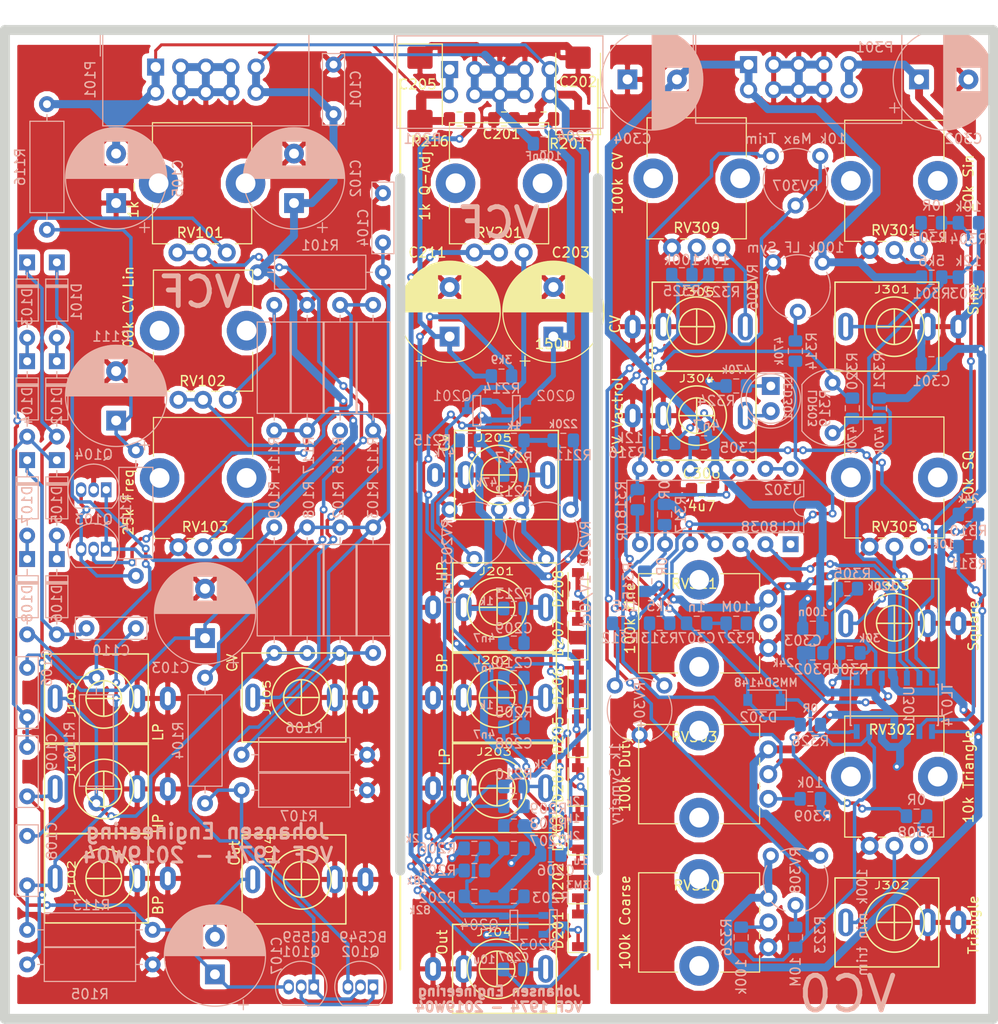
<source format=kicad_pcb>
(kicad_pcb (version 20171130) (host pcbnew "(5.0.0)")
  (layers (0 F.Cu signal) (31 B.Cu signal) (34 B.Paste user hide) (35 F.Paste user hide) (36 B.SilkS user) (37 F.SilkS user) (38 B.Mask user hide) (39 F.Mask user hide) (44 Edge.Cuts user))
  (net 0 "")
  (net 1 GNDA)
  (net 2 +12VA)
  (net 3 VCC)
  (net 4 -12VA)
  (net 5 FilterOut)
  (net 6 "Net-(C107-Pad1)")
  (net 7 Out)
  (net 8 "Net-(C108-Pad1)")
  (net 9 BP)
  (net 10 HP)
  (net 11 "Net-(C110-Pad1)")
  (net 12 "Net-(C111-Pad1)")
  (net 13 "Net-(C207-Pad1)")
  (net 14 "Net-(C208-Pad1)")
  (net 15 "Net-(C210-Pad1)")
  (net 16 "Net-(C211-Pad1)")
  (net 17 "Net-(D101-Pad2)")
  (net 18 "Net-(D101-Pad1)")
  (net 19 "Net-(D103-Pad2)")
  (net 20 "Net-(D105-Pad2)")
  (net 21 "Net-(D107-Pad2)")
  (net 22 "Net-(D108-Pad2)")
  (net 23 "Net-(D201-Pad1)")
  (net 24 "Net-(D201-Pad2)")
  (net 25 "Net-(D203-Pad2)")
  (net 26 "Net-(D205-Pad2)")
  (net 27 "Net-(D207-Pad2)")
  (net 28 "Net-(D208-Pad2)")
  (net 29 LP)
  (net 30 CV)
  (net 31 "Net-(Q101-Pad2)")
  (net 32 "Net-(Q102-Pad3)")
  (net 33 "Net-(Q103-Pad3)")
  (net 34 "Net-(Q103-Pad2)")
  (net 35 "Net-(Q202-Pad2)")
  (net 36 "Net-(Q203-Pad1)")
  (net 37 "Net-(Q203-Pad2)")
  (net 38 "Net-(R102-Pad1)")
  (net 39 "Net-(R104-Pad1)")
  (net 40 "Net-(R111-Pad2)")
  (net 41 "Net-(R115-Pad2)")
  (net 42 "Net-(R202-Pad1)")
  (net 43 "Net-(R204-Pad1)")
  (net 44 "Net-(R211-Pad2)")
  (net 45 "Net-(R215-Pad2)")
  (net 46 "Net-(Q201-Pad1)")
  (net 47 FilterOut2)
  (net 48 Out2)
  (net 49 BP2)
  (net 50 HP2)
  (net 51 LP2)
  (net 52 CV2)
  (net 53 +10V)
  (net 54 "Net-(C305-Pad2)")
  (net 55 "Net-(C307-Pad1)")
  (net 56 "Net-(C307-Pad2)")
  (net 57 "Net-(D301-Pad1)")
  (net 58 CV-Vactrol)
  (net 59 SINE)
  (net 60 Triangle)
  (net 61 Square)
  (net 62 CV-VCO)
  (net 63 "Net-(R301-Pad2)")
  (net 64 "Net-(R302-Pad2)")
  (net 65 "Net-(R304-Pad1)")
  (net 66 "Net-(R306-Pad1)")
  (net 67 "Net-(R307-Pad2)")
  (net 68 "Net-(R308-Pad2)")
  (net 69 "Net-(R309-Pad1)")
  (net 70 "Net-(R310-Pad2)")
  (net 71 "Net-(R311-Pad1)")
  (net 72 "Net-(R312-Pad2)")
  (net 73 "Net-(R312-Pad1)")
  (net 74 "Net-(R313-Pad1)")
  (net 75 "Net-(R313-Pad2)")
  (net 76 "Net-(R314-Pad2)")
  (net 77 "Net-(R315-Pad1)")
  (net 78 "Net-(R316-Pad2)")
  (net 79 "Net-(R318-Pad2)")
  (net 80 "Net-(R319-Pad1)")
  (net 81 "Net-(R322-Pad1)")
  (net 82 "Net-(R323-Pad1)")
  (net 83 "Net-(R325-Pad2)")
  (net 84 "Net-(R326-Pad2)")
  (net 85 "Net-(R327-Pad2)")
  (net 86 "Net-(R328-Pad2)")
  (net 87 "Net-(RV303-Pad2)")
  (net 88 "Net-(U301-Pad3)")
  (net 89 "Net-(U301-Pad5)")
  (module Capacitor_THT:C_Rect_L7.0mm_W2.0mm_P5.00mm (layer B.Cu) (at 83.25 58.5 90)
    (fp_text reference C101 (at 2.5 2.25 90) (layer B.SilkS) (effects (justify mirror)))
    (fp_text value C)
    (pad 2 thru_hole circle (at 5 0 90) (size 1.6 1.6) (drill 0.8) (layers *.Cu *.Mask) (net 1 GNDA))
    (pad 1 thru_hole circle (at 0 0 90) (size 1.6 1.6) (drill 0.8) (layers *.Cu *.Mask) (net 2 +12VA))
  )
  (module Capacitor_THT:CP_Radial_D10.0mm_P5.00mm (layer B.Cu) (at 79.25 67.5 90)
    (fp_text reference C102 (at 2.5 6.25 90) (layer B.SilkS) (effects (justify mirror)))
    (fp_text value CP)
    (pad 2 thru_hole circle (at 5 0 90) (size 2 2) (drill 1) (layers *.Cu *.Mask) (net 1 GNDA))
    (pad 1 thru_hole rect (at 0 0 90) (size 2 2) (drill 1) (layers *.Cu *.Mask) (net 2 +12VA))
  )
  (module Capacitor_THT:CP_Radial_D10.0mm_P5.00mm (layer B.Cu) (at 70.25 111.5 90)
    (fp_text reference C103 (at -3 -3.5 180) (layer B.SilkS) (effects (justify mirror)))
    (fp_text value 150u)
    (pad 2 thru_hole circle (at 5 0 90) (size 2 2) (drill 1) (layers *.Cu *.Mask) (net 1 GNDA))
    (pad 1 thru_hole rect (at 0 0 90) (size 2 2) (drill 1) (layers *.Cu *.Mask) (net 53 +10V))
  )
  (module Capacitor_THT:C_Rect_L7.0mm_W2.0mm_P5.00mm (layer B.Cu) (at 88.25 71.5 90)
    (fp_text reference C104 (at 1.5 -2 90) (layer B.SilkS) (effects (justify mirror)))
    (fp_text value C)
    (pad 1 thru_hole circle (at 0 0 90) (size 1.6 1.6) (drill 0.8) (layers *.Cu *.Mask) (net 53 +10V))
    (pad 2 thru_hole circle (at 5 0 90) (size 1.6 1.6) (drill 0.8) (layers *.Cu *.Mask) (net 1 GNDA))
  )
  (module Capacitor_THT:CP_Radial_D10.0mm_P5.00mm (layer B.Cu) (at 61.25 67.5 90)
    (fp_text reference C105 (at 2.5 6.25 90) (layer B.SilkS) (effects (justify mirror)))
    (fp_text value CP)
    (pad 2 thru_hole circle (at 5 0 90) (size 2 2) (drill 1) (layers *.Cu *.Mask) (net 4 -12VA))
    (pad 1 thru_hole rect (at 0 0 90) (size 2 2) (drill 1) (layers *.Cu *.Mask) (net 1 GNDA))
  )
  (module Capacitor_THT:C_Rect_L7.0mm_W2.0mm_P5.00mm (layer B.Cu) (at 52.25 114.5 270)
    (fp_text reference C106 (at 0 -2 270) (layer B.SilkS) (effects (justify mirror)))
    (fp_text value 1u)
    (pad 1 thru_hole circle (at 0 0 270) (size 1.6 1.6) (drill 0.8) (layers *.Cu *.Mask) (net 53 +10V))
    (pad 2 thru_hole circle (at 5 0 270) (size 1.6 1.6) (drill 0.8) (layers *.Cu *.Mask) (net 5 FilterOut))
  )
  (module Capacitor_THT:CP_Radial_D10.0mm_P3.80mm (layer B.Cu) (at 71.25 145.5 90)
    (fp_text reference C107 (at 1.9 6.25 90) (layer B.SilkS) (effects (justify mirror)))
    (fp_text value 10u)
    (pad 1 thru_hole rect (at 0 0 90) (size 2 2) (drill 1) (layers *.Cu *.Mask) (net 6 "Net-(C107-Pad1)"))
    (pad 2 thru_hole circle (at 3.8 0 90) (size 2 2) (drill 1) (layers *.Cu *.Mask) (net 7 Out))
  )
  (module Capacitor_THT:C_Rect_L7.0mm_W2.0mm_P5.00mm (layer B.Cu) (at 52.25 131.5 270)
    (fp_text reference C108 (at 0.5 -2.5 270) (layer B.SilkS) (effects (justify mirror)))
    (fp_text value 4n7)
    (pad 1 thru_hole circle (at 0 0 270) (size 1.6 1.6) (drill 0.8) (layers *.Cu *.Mask) (net 8 "Net-(C108-Pad1)"))
    (pad 2 thru_hole circle (at 5 0 270) (size 1.6 1.6) (drill 0.8) (layers *.Cu *.Mask) (net 9 BP))
  )
  (module Capacitor_THT:C_Rect_L7.0mm_W2.0mm_P5.00mm (layer B.Cu) (at 52.25 122.5 270)
    (fp_text reference C109 (at 0.5 -2.5 270) (layer B.SilkS) (effects (justify mirror)))
    (fp_text value 4n7)
    (pad 2 thru_hole circle (at 5 0 270) (size 1.6 1.6) (drill 0.8) (layers *.Cu *.Mask) (net 10 HP))
    (pad 1 thru_hole circle (at 0 0 270) (size 1.6 1.6) (drill 0.8) (layers *.Cu *.Mask) (net 5 FilterOut))
  )
  (module Capacitor_THT:C_Rect_L7.0mm_W2.0mm_P5.00mm (layer B.Cu) (at 58.25 110.5)
    (fp_text reference C110 (at 2.5 2.25) (layer B.SilkS) (effects (justify mirror)))
    (fp_text value 4n7)
    (pad 2 thru_hole circle (at 5 0) (size 1.6 1.6) (drill 0.8) (layers *.Cu *.Mask) (net 9 BP))
    (pad 1 thru_hole circle (at 0 0) (size 1.6 1.6) (drill 0.8) (layers *.Cu *.Mask) (net 11 "Net-(C110-Pad1)"))
  )
  (module Capacitor_THT:CP_Radial_D10.0mm_P5.00mm (layer B.Cu) (at 61.25 89.5 90)
    (fp_text reference C111 (at 8.5 -0.5 180) (layer B.SilkS) (effects (justify mirror)))
    (fp_text value 150u)
    (pad 1 thru_hole rect (at 0 0 90) (size 2 2) (drill 1) (layers *.Cu *.Mask) (net 12 "Net-(C111-Pad1)"))
    (pad 2 thru_hole circle (at 5 0 90) (size 2 2) (drill 1) (layers *.Cu *.Mask) (net 1 GNDA))
  )
  (module Diode_THT:D_DO-35_SOD27_P7.62mm_Horizontal (layer B.Cu) (at 55.25 73.5 270)
    (fp_text reference D101 (at 4 -2 270) (layer B.SilkS) (effects (justify mirror)))
    (fp_text value 1N4148)
    (pad 2 thru_hole oval (at 7.62 0 270) (size 1.6 1.6) (drill 0.8) (layers *.Cu *.Mask) (net 17 "Net-(D101-Pad2)"))
    (pad 1 thru_hole rect (at 0 0 270) (size 1.6 1.6) (drill 0.8) (layers *.Cu *.Mask) (net 18 "Net-(D101-Pad1)"))
  )
  (module Diode_THT:D_DO-35_SOD27_P7.62mm_Horizontal (layer B.Cu) (at 55.25 83.5 270)
    (fp_text reference D102 (at 4.5 0 270) (layer B.SilkS) (effects (justify mirror)))
    (fp_text value 1N4148)
    (pad 1 thru_hole rect (at 0 0 270) (size 1.6 1.6) (drill 0.8) (layers *.Cu *.Mask) (net 17 "Net-(D101-Pad2)"))
    (pad 2 thru_hole oval (at 7.62 0 270) (size 1.6 1.6) (drill 0.8) (layers *.Cu *.Mask) (net 8 "Net-(C108-Pad1)"))
  )
  (module Diode_THT:D_DO-35_SOD27_P7.62mm_Horizontal (layer B.Cu) (at 52.25 73.5 270)
    (fp_text reference D103 (at 4.5 0 270) (layer B.SilkS) (effects (justify mirror)))
    (fp_text value 1N4148)
    (pad 2 thru_hole oval (at 7.62 0 270) (size 1.6 1.6) (drill 0.8) (layers *.Cu *.Mask) (net 19 "Net-(D103-Pad2)"))
    (pad 1 thru_hole rect (at 0 0 270) (size 1.6 1.6) (drill 0.8) (layers *.Cu *.Mask) (net 8 "Net-(C108-Pad1)"))
  )
  (module Diode_THT:D_DO-35_SOD27_P7.62mm_Horizontal (layer B.Cu) (at 52.25 83.5 270)
    (fp_text reference D104 (at 4.5 0 270) (layer B.SilkS) (effects (justify mirror)))
    (fp_text value 1N4148)
    (pad 1 thru_hole rect (at 0 0 270) (size 1.6 1.6) (drill 0.8) (layers *.Cu *.Mask) (net 19 "Net-(D103-Pad2)"))
    (pad 2 thru_hole oval (at 7.62 0 270) (size 1.6 1.6) (drill 0.8) (layers *.Cu *.Mask) (net 5 FilterOut))
  )
  (module Diode_THT:D_DO-35_SOD27_P7.62mm_Horizontal (layer B.Cu) (at 55.25 93.5 270)
    (fp_text reference D105 (at 4.5 0 270) (layer B.SilkS) (effects (justify mirror)))
    (fp_text value 1N4148)
    (pad 2 thru_hole oval (at 7.62 0 270) (size 1.6 1.6) (drill 0.8) (layers *.Cu *.Mask) (net 20 "Net-(D105-Pad2)"))
    (pad 1 thru_hole rect (at 0 0 270) (size 1.6 1.6) (drill 0.8) (layers *.Cu *.Mask) (net 5 FilterOut))
  )
  (module Diode_THT:D_DO-35_SOD27_P7.62mm_Horizontal (layer B.Cu) (at 55.25 103.5 270)
    (fp_text reference D106 (at 4.5 0 270) (layer B.SilkS) (effects (justify mirror)))
    (fp_text value 1N4148)
    (pad 1 thru_hole rect (at 0 0 270) (size 1.6 1.6) (drill 0.8) (layers *.Cu *.Mask) (net 20 "Net-(D105-Pad2)"))
    (pad 2 thru_hole oval (at 7.62 0 270) (size 1.6 1.6) (drill 0.8) (layers *.Cu *.Mask) (net 11 "Net-(C110-Pad1)"))
  )
  (module Diode_THT:D_DO-35_SOD27_P7.62mm_Horizontal (layer B.Cu) (at 52.25 93.5 270)
    (fp_text reference D107 (at 4.5 0 270) (layer B.SilkS) (effects (justify mirror)))
    (fp_text value 1N4148)
    (pad 2 thru_hole oval (at 7.62 0 270) (size 1.6 1.6) (drill 0.8) (layers *.Cu *.Mask) (net 21 "Net-(D107-Pad2)"))
    (pad 1 thru_hole rect (at 0 0 270) (size 1.6 1.6) (drill 0.8) (layers *.Cu *.Mask) (net 11 "Net-(C110-Pad1)"))
  )
  (module Diode_THT:D_DO-35_SOD27_P7.62mm_Horizontal (layer B.Cu) (at 52.25 103.5 270)
    (fp_text reference D108 (at 4.5 0 270) (layer B.SilkS) (effects (justify mirror)))
    (fp_text value 1N4148)
    (pad 1 thru_hole rect (at 0 0 270) (size 1.6 1.6) (drill 0.8) (layers *.Cu *.Mask) (net 21 "Net-(D107-Pad2)"))
    (pad 2 thru_hole oval (at 7.62 0 270) (size 1.6 1.6) (drill 0.8) (layers *.Cu *.Mask) (net 22 "Net-(D108-Pad2)"))
  )
  (module Diode_SMD:D_SOD-123 (layer F.Cu) (at 107.986181 141.045825 90)
    (fp_text reference D201 (at 0 -2 90) (layer F.SilkS))
    (fp_text value MMSD4148)
    (pad 1 smd rect (at -1.65 0 90) (size 0.9 1.2) (layers F.Cu F.Paste F.Mask) (net 23 "Net-(D201-Pad1)"))
    (pad 2 smd rect (at 1.65 0 90) (size 0.9 1.2) (layers F.Cu F.Paste F.Mask) (net 24 "Net-(D201-Pad2)"))
  )
  (module Diode_SMD:D_SOD-123 (layer F.Cu) (at 107.986181 136.113441 90)
    (fp_text reference D202 (at 0 -2 90) (layer F.SilkS))
    (fp_text value MMSD4148)
    (pad 2 smd rect (at 1.65 0 90) (size 0.9 1.2) (layers F.Cu F.Paste F.Mask) (net 14 "Net-(C208-Pad1)"))
    (pad 1 smd rect (at -1.65 0 90) (size 0.9 1.2) (layers F.Cu F.Paste F.Mask) (net 24 "Net-(D201-Pad2)"))
  )
  (module Diode_SMD:D_SOD-123 (layer F.Cu) (at 107.986181 131.181057 90)
    (fp_text reference D203 (at 0 -2 90) (layer F.SilkS))
    (fp_text value MMSD4148)
    (pad 1 smd rect (at -1.65 0 90) (size 0.9 1.2) (layers F.Cu F.Paste F.Mask) (net 14 "Net-(C208-Pad1)"))
    (pad 2 smd rect (at 1.65 0 90) (size 0.9 1.2) (layers F.Cu F.Paste F.Mask) (net 25 "Net-(D203-Pad2)"))
  )
  (module Diode_SMD:D_SOD-123 (layer F.Cu) (at 107.986181 126.248673 90)
    (fp_text reference D204 (at 0 -2 90) (layer F.SilkS))
    (fp_text value MMSD4148)
    (pad 2 smd rect (at 1.65 0 90) (size 0.9 1.2) (layers F.Cu F.Paste F.Mask) (net 47 FilterOut2))
    (pad 1 smd rect (at -1.65 0 90) (size 0.9 1.2) (layers F.Cu F.Paste F.Mask) (net 25 "Net-(D203-Pad2)"))
  )
  (module Diode_SMD:D_SOD-123 (layer F.Cu) (at 107.986181 121.316289 90)
    (fp_text reference D205 (at 0 -2 90) (layer F.SilkS))
    (fp_text value MMSD4148)
    (pad 1 smd rect (at -1.65 0 90) (size 0.9 1.2) (layers F.Cu F.Paste F.Mask) (net 47 FilterOut2))
    (pad 2 smd rect (at 1.65 0 90) (size 0.9 1.2) (layers F.Cu F.Paste F.Mask) (net 26 "Net-(D205-Pad2)"))
  )
  (module Diode_SMD:D_SOD-123 (layer F.Cu) (at 107.986181 116.383905 90)
    (fp_text reference D206 (at 0 -2 90) (layer F.SilkS))
    (fp_text value MMSD4148)
    (pad 2 smd rect (at 1.65 0 90) (size 0.9 1.2) (layers F.Cu F.Paste F.Mask) (net 15 "Net-(C210-Pad1)"))
    (pad 1 smd rect (at -1.65 0 90) (size 0.9 1.2) (layers F.Cu F.Paste F.Mask) (net 26 "Net-(D205-Pad2)"))
  )
  (module Diode_SMD:D_SOD-123 (layer F.Cu) (at 107.986181 111.451521 90)
    (fp_text reference D207 (at 0 -2 90) (layer F.SilkS))
    (fp_text value MMSD4148)
    (pad 1 smd rect (at -1.65 0 90) (size 0.9 1.2) (layers F.Cu F.Paste F.Mask) (net 15 "Net-(C210-Pad1)"))
    (pad 2 smd rect (at 1.65 0 90) (size 0.9 1.2) (layers F.Cu F.Paste F.Mask) (net 27 "Net-(D207-Pad2)"))
  )
  (module Diode_SMD:D_SOD-123 (layer F.Cu) (at 107.986181 106.519137 90)
    (fp_text reference D208 (at 0 -2 90) (layer F.SilkS))
    (fp_text value MMSD4148)
    (pad 2 smd rect (at 1.65 0 90) (size 0.9 1.2) (layers F.Cu F.Paste F.Mask) (net 28 "Net-(D208-Pad2)"))
    (pad 1 smd rect (at -1.65 0 90) (size 0.9 1.2) (layers F.Cu F.Paste F.Mask) (net 27 "Net-(D207-Pad2)"))
  )
  (module AJ-Dropbox-Kicad:PJ301SM (layer F.Cu) (at 60 126.75 90)
    (fp_text reference J101 (at 2.75 -3.25 90) (layer F.SilkS) (effects (font (size 0.75 1) (thickness 0.125))))
    (fp_text value HP (at -3.5 5.5 90) (layer F.SilkS))
    (pad T thru_hole oval (at 0 -4.92 90) (size 2.8 1.5) (drill oval 2.1 0.5) (layers *.Cu *.Mask) (net 10 HP))
    (pad S thru_hole oval (at 0 6.48 90) (size 2.4 1.6) (drill oval 1.4 0.6) (layers *.Cu *.Mask) (net 1 GNDA))
    (pad TN thru_hole oval (at 0 3.38 90) (size 2.8 1.6) (drill oval 2 0.6) (layers *.Cu *.Mask) (net 1 GNDA))
  )
  (module AJ-Dropbox-Kicad:PJ301SM (layer F.Cu) (at 60 135.8 90)
    (fp_text reference J102 (at 0.05 -3.25 90) (layer F.SilkS) (effects (font (size 0.75 1) (thickness 0.125))))
    (fp_text value BP (at -2.7 5.5 90) (layer F.SilkS))
    (pad TN thru_hole oval (at 0 3.38 90) (size 2.8 1.6) (drill oval 2 0.6) (layers *.Cu *.Mask) (net 1 GNDA))
    (pad S thru_hole oval (at 0 6.48 90) (size 2.4 1.6) (drill oval 1.4 0.6) (layers *.Cu *.Mask) (net 1 GNDA))
    (pad T thru_hole oval (at 0 -4.92 90) (size 2.8 1.5) (drill oval 2.1 0.5) (layers *.Cu *.Mask) (net 9 BP))
  )
  (module AJ-Dropbox-Kicad:PJ301SM (layer F.Cu) (at 60 117.6 90)
    (fp_text reference J103 (at -0.15 -3.25 90) (layer F.SilkS) (effects (font (size 0.75 1) (thickness 0.125))))
    (fp_text value LP (at -3.4 5.5 90) (layer F.SilkS))
    (pad TN thru_hole oval (at 0 3.38 90) (size 2.8 1.6) (drill oval 2 0.6) (layers *.Cu *.Mask) (net 1 GNDA))
    (pad S thru_hole oval (at 0 6.48 90) (size 2.4 1.6) (drill oval 1.4 0.6) (layers *.Cu *.Mask) (net 1 GNDA))
    (pad T thru_hole oval (at 0 -4.92 90) (size 2.8 1.5) (drill oval 2.1 0.5) (layers *.Cu *.Mask) (net 29 LP))
  )
  (module AJ-Dropbox-Kicad:PJ301SM (layer F.Cu) (at 80 135.9 90)
    (fp_text reference J104 (at 2.65 -3.25 90) (layer F.SilkS) (effects (font (size 0.75 1) (thickness 0.125))))
    (fp_text value Out (at 2.65 -6.75 90) (layer F.SilkS))
    (pad TN thru_hole oval (at 0 3.38 90) (size 2.8 1.6) (drill oval 2 0.6) (layers *.Cu *.Mask) (net 1 GNDA))
    (pad S thru_hole oval (at 0 6.48 90) (size 2.4 1.6) (drill oval 1.4 0.6) (layers *.Cu *.Mask) (net 1 GNDA))
    (pad T thru_hole oval (at 0 -4.92 90) (size 2.8 1.5) (drill oval 2.1 0.5) (layers *.Cu *.Mask) (net 7 Out))
  )
  (module AJ-Dropbox-Kicad:PJ301SM (layer F.Cu) (at 80 117.5 90)
    (fp_text reference J105 (at 0 -3.5 90) (layer F.SilkS) (effects (font (size 0.75 1) (thickness 0.125))))
    (fp_text value CV (at 3.5 -7 90) (layer F.SilkS))
    (pad T thru_hole oval (at 0 -4.92 90) (size 2.8 1.5) (drill oval 2.1 0.5) (layers *.Cu *.Mask) (net 30 CV))
    (pad S thru_hole oval (at 0 6.48 90) (size 2.4 1.6) (drill oval 1.4 0.6) (layers *.Cu *.Mask) (net 1 GNDA))
    (pad TN thru_hole oval (at 0 3.38 90) (size 2.8 1.6) (drill oval 2 0.6) (layers *.Cu *.Mask) (net 1 GNDA))
  )
  (module AJ-Dropbox-Kicad:PJ301SM (layer F.Cu) (at 99.800341 108.385056 270)
    (fp_text reference J201 (at -3.635056 0.050341) (layer F.SilkS) (effects (font (size 0.75 1) (thickness 0.125))))
    (fp_text value HP (at -3.635056 5.550341 270) (layer F.SilkS))
    (pad T thru_hole oval (at 0 -4.92 270) (size 2.8 1.5) (drill oval 2.1 0.5) (layers *.Cu *.Mask) (net 50 HP2))
    (pad S thru_hole oval (at 0 6.48 270) (size 2.4 1.6) (drill oval 1.4 0.6) (layers *.Cu *.Mask) (net 1 GNDA))
    (pad TN thru_hole oval (at 0 3.38 270) (size 2.8 1.6) (drill oval 2 0.6) (layers *.Cu *.Mask) (net 1 GNDA))
  )
  (module AJ-Dropbox-Kicad:PJ301SM (layer F.Cu) (at 99.800341 117.525797 270)
    (fp_text reference J202 (at -3.775797 0.550341) (layer F.SilkS) (effects (font (size 0.75 1) (thickness 0.125))))
    (fp_text value BP (at -3.525797 5.550341 270) (layer F.SilkS))
    (pad TN thru_hole oval (at 0 3.38 270) (size 2.8 1.6) (drill oval 2 0.6) (layers *.Cu *.Mask) (net 1 GNDA))
    (pad S thru_hole oval (at 0 6.48 270) (size 2.4 1.6) (drill oval 1.4 0.6) (layers *.Cu *.Mask) (net 1 GNDA))
    (pad T thru_hole oval (at 0 -4.92 270) (size 2.8 1.5) (drill oval 2.1 0.5) (layers *.Cu *.Mask) (net 49 BP2))
  )
  (module AJ-Dropbox-Kicad:PJ301SM (layer F.Cu) (at 99.800341 126.666538 270)
    (fp_text reference J203 (at -3.666538 0.300341) (layer F.SilkS) (effects (font (size 0.75 1) (thickness 0.125))))
    (fp_text value LP (at -3.166538 5.300341 270) (layer F.SilkS))
    (pad T thru_hole oval (at 0 -4.92 270) (size 2.8 1.5) (drill oval 2.1 0.5) (layers *.Cu *.Mask) (net 51 LP2))
    (pad S thru_hole oval (at 0 6.48 270) (size 2.4 1.6) (drill oval 1.4 0.6) (layers *.Cu *.Mask) (net 1 GNDA))
    (pad TN thru_hole oval (at 0 3.38 270) (size 2.8 1.6) (drill oval 2 0.6) (layers *.Cu *.Mask) (net 1 GNDA))
  )
  (module AJ-Dropbox-Kicad:PJ301SM (layer F.Cu) (at 99.800341 144.94802 270)
    (fp_text reference J204 (at -3.69802 0.300341) (layer F.SilkS) (effects (font (size 0.75 1) (thickness 0.125))))
    (fp_text value Out (at -2.69802 5.550341 270) (layer F.SilkS))
    (pad TN thru_hole oval (at 0 3.38 270) (size 2.8 1.6) (drill oval 2 0.6) (layers *.Cu *.Mask) (net 1 GNDA))
    (pad S thru_hole oval (at 0 6.48 270) (size 2.4 1.6) (drill oval 1.4 0.6) (layers *.Cu *.Mask) (net 1 GNDA))
    (pad T thru_hole oval (at 0 -4.92 270) (size 2.8 1.5) (drill oval 2.1 0.5) (layers *.Cu *.Mask) (net 48 Out2))
  )
  (module AJ-Dropbox-Kicad:PJ301SM (layer F.Cu) (at 100 95 270)
    (fp_text reference J205 (at -3.75 0.5) (layer F.SilkS) (effects (font (size 0.75 1) (thickness 0.125))))
    (fp_text value CV (at -3.25 5.5 270) (layer F.SilkS))
    (pad T thru_hole oval (at 0 -4.92 270) (size 2.8 1.5) (drill oval 2.1 0.5) (layers *.Cu *.Mask) (net 52 CV2))
    (pad S thru_hole oval (at 0 6.48 270) (size 2.4 1.6) (drill oval 1.4 0.6) (layers *.Cu *.Mask) (net 1 GNDA))
    (pad TN thru_hole oval (at 0 3.38 270) (size 2.8 1.6) (drill oval 2 0.6) (layers *.Cu *.Mask) (net 1 GNDA))
  )
  (module Connectors_IDC:IDC-Header_2x05_Pitch2.54mm_Straight (layer B.Cu) (at 65.25 53.75 270)
    (fp_text reference P101 (at 1.27 6.604 270) (layer B.SilkS) (effects (justify mirror)))
    (fp_text value Doepfer_Power_10pin)
    (pad 1 thru_hole rect (at 0 0 270) (size 1.7272 1.7272) (drill 1.016) (layers *.Cu *.Mask) (net 4 -12VA))
    (pad 2 thru_hole oval (at 2.54 0 270) (size 1.7272 1.7272) (drill 1.016) (layers *.Cu *.Mask) (net 4 -12VA))
    (pad 3 thru_hole oval (at 0 -2.54 270) (size 1.7272 1.7272) (drill 1.016) (layers *.Cu *.Mask) (net 1 GNDA))
    (pad 4 thru_hole oval (at 2.54 -2.54 270) (size 1.7272 1.7272) (drill 1.016) (layers *.Cu *.Mask) (net 1 GNDA))
    (pad 5 thru_hole oval (at 0 -5.08 270) (size 1.7272 1.7272) (drill 1.016) (layers *.Cu *.Mask) (net 1 GNDA))
    (pad 6 thru_hole oval (at 2.54 -5.08 270) (size 1.7272 1.7272) (drill 1.016) (layers *.Cu *.Mask) (net 1 GNDA))
    (pad 7 thru_hole oval (at 0 -7.62 270) (size 1.7272 1.7272) (drill 1.016) (layers *.Cu *.Mask) (net 1 GNDA))
    (pad 8 thru_hole oval (at 2.54 -7.62 270) (size 1.7272 1.7272) (drill 1.016) (layers *.Cu *.Mask) (net 1 GNDA))
    (pad 9 thru_hole oval (at 0 -10.16 270) (size 1.7272 1.7272) (drill 1.016) (layers *.Cu *.Mask) (net 2 +12VA))
    (pad 10 thru_hole oval (at 2.54 -10.16 270) (size 1.7272 1.7272) (drill 1.016) (layers *.Cu *.Mask) (net 2 +12VA))
  )
  (module Connectors_IDC:IDC-Header_2x05_Pitch2.54mm_Straight (layer B.Cu) (at 95 54 270)
    (fp_text reference P201 (at 7 2.75) (layer B.SilkS) (effects (justify mirror)))
    (fp_text value Doepfer_Power_10pin)
    (pad 10 thru_hole oval (at 2.54 -10.16 270) (size 1.7272 1.7272) (drill 1.016) (layers *.Cu *.Mask) (net 2 +12VA))
    (pad 9 thru_hole oval (at 0 -10.16 270) (size 1.7272 1.7272) (drill 1.016) (layers *.Cu *.Mask) (net 2 +12VA))
    (pad 8 thru_hole oval (at 2.54 -7.62 270) (size 1.7272 1.7272) (drill 1.016) (layers *.Cu *.Mask) (net 1 GNDA))
    (pad 7 thru_hole oval (at 0 -7.62 270) (size 1.7272 1.7272) (drill 1.016) (layers *.Cu *.Mask) (net 1 GNDA))
    (pad 6 thru_hole oval (at 2.54 -5.08 270) (size 1.7272 1.7272) (drill 1.016) (layers *.Cu *.Mask) (net 1 GNDA))
    (pad 5 thru_hole oval (at 0 -5.08 270) (size 1.7272 1.7272) (drill 1.016) (layers *.Cu *.Mask) (net 1 GNDA))
    (pad 4 thru_hole oval (at 2.54 -2.54 270) (size 1.7272 1.7272) (drill 1.016) (layers *.Cu *.Mask) (net 1 GNDA))
    (pad 3 thru_hole oval (at 0 -2.54 270) (size 1.7272 1.7272) (drill 1.016) (layers *.Cu *.Mask) (net 1 GNDA))
    (pad 2 thru_hole oval (at 2.54 0 270) (size 1.7272 1.7272) (drill 1.016) (layers *.Cu *.Mask) (net 4 -12VA))
    (pad 1 thru_hole rect (at 0 0 270) (size 1.7272 1.7272) (drill 1.016) (layers *.Cu *.Mask) (net 4 -12VA))
  )
  (module Package_TO_SOT_THT:TO-92_Inline (layer B.Cu) (at 81.25 146.776322 180)
    (fp_text reference Q101 (at 1.27 3.56 180) (layer B.SilkS) (effects (justify mirror)))
    (fp_text value BC559 (at 0.75 5.026322 180) (layer B.SilkS) (effects (justify mirror)))
    (pad 2 thru_hole oval (at 1.27 0 180) (size 1.05 1.5) (drill 0.75) (layers *.Cu *.Mask) (net 31 "Net-(Q101-Pad2)"))
    (pad 3 thru_hole oval (at 2.54 0 180) (size 1.05 1.5) (drill 0.75) (layers *.Cu *.Mask) (net 6 "Net-(C107-Pad1)"))
    (pad 1 thru_hole rect (at 0 0 180) (size 1.05 1.5) (drill 0.75) (layers *.Cu *.Mask) (net 53 +10V))
  )
  (module Package_TO_SOT_THT:TO-92_Inline (layer B.Cu) (at 87.25 146.776322 180)
    (fp_text reference Q102 (at 1.27 3.56 180) (layer B.SilkS) (effects (justify mirror)))
    (fp_text value BC549 (at 1 5.026322 180) (layer B.SilkS) (effects (justify mirror)))
    (pad 1 thru_hole rect (at 0 0 180) (size 1.05 1.5) (drill 0.75) (layers *.Cu *.Mask) (net 31 "Net-(Q101-Pad2)"))
    (pad 3 thru_hole oval (at 2.54 0 180) (size 1.05 1.5) (drill 0.75) (layers *.Cu *.Mask) (net 32 "Net-(Q102-Pad3)"))
    (pad 2 thru_hole oval (at 1.27 0 180) (size 1.05 1.5) (drill 0.75) (layers *.Cu *.Mask) (net 53 +10V))
  )
  (module Package_TO_SOT_THT:TO-92_Inline (layer B.Cu) (at 60.25 102.5 180)
    (fp_text reference Q103 (at 1.27 3 180) (layer B.SilkS) (effects (justify mirror)))
    (fp_text value BC549)
    (pad 1 thru_hole rect (at 0 0 180) (size 1.05 1.5) (drill 0.75) (layers *.Cu *.Mask) (net 18 "Net-(D101-Pad1)"))
    (pad 3 thru_hole oval (at 2.54 0 180) (size 1.05 1.5) (drill 0.75) (layers *.Cu *.Mask) (net 33 "Net-(Q103-Pad3)"))
    (pad 2 thru_hole oval (at 1.27 0 180) (size 1.05 1.5) (drill 0.75) (layers *.Cu *.Mask) (net 34 "Net-(Q103-Pad2)"))
  )
  (module Package_TO_SOT_THT:TO-92_Inline (layer B.Cu) (at 60.25 96.5 180)
    (fp_text reference Q104 (at 1.27 3.56 180) (layer B.SilkS) (effects (justify mirror)))
    (fp_text value BC549)
    (pad 2 thru_hole oval (at 1.27 0 180) (size 1.05 1.5) (drill 0.75) (layers *.Cu *.Mask) (net 1 GNDA))
    (pad 3 thru_hole oval (at 2.54 0 180) (size 1.05 1.5) (drill 0.75) (layers *.Cu *.Mask) (net 33 "Net-(Q103-Pad3)"))
    (pad 1 thru_hole rect (at 0 0 180) (size 1.05 1.5) (drill 0.75) (layers *.Cu *.Mask) (net 22 "Net-(D108-Pad2)"))
  )
  (module Active:SOT-23-3 (layer B.Cu) (at 97.75 88.5 180)
    (fp_text reference Q201 (at 2.5 1.5 180) (layer B.SilkS) (effects (font (size 1.016 1.016) (thickness 0.127)) (justify mirror)))
    (fp_text value MMBT2907A hide)
    (pad 3 smd rect (at 1 0 270) (size 0.7 1) (layers B.Cu B.Paste B.Mask) (net 13 "Net-(C207-Pad1)"))
    (pad 2 smd rect (at -1 -0.95 270) (size 0.7 1) (layers B.Cu B.Paste B.Mask) (net 3 VCC))
    (pad 1 smd rect (at -1 0.95 270) (size 0.7 1) (layers B.Cu B.Paste B.Mask) (net 46 "Net-(Q201-Pad1)"))
  )
  (module Active:SOT-23-3 (layer B.Cu) (at 101.75 88.5 180)
    (fp_text reference Q202 (at -4 1.5 180) (layer B.SilkS) (effects (font (size 1.016 1.016) (thickness 0.127)) (justify mirror)))
    (fp_text value MMBT2222A hide)
    (pad 3 smd rect (at 1 0 270) (size 0.7 1) (layers B.Cu B.Paste B.Mask) (net 46 "Net-(Q201-Pad1)"))
    (pad 2 smd rect (at -1 -0.95 270) (size 0.7 1) (layers B.Cu B.Paste B.Mask) (net 35 "Net-(Q202-Pad2)"))
    (pad 1 smd rect (at -1 0.95 270) (size 0.7 1) (layers B.Cu B.Paste B.Mask) (net 3 VCC))
  )
  (module Active:SOT-23-3 (layer B.Cu) (at 105.5 140.5)
    (fp_text reference Q203 (at -1.5 2) (layer B.SilkS) (effects (font (size 1.016 1.016) (thickness 0.127)) (justify mirror)))
    (fp_text value MMBT2222A hide)
    (pad 1 smd rect (at -1 0.95 90) (size 0.7 1) (layers B.Cu B.Paste B.Mask) (net 36 "Net-(Q203-Pad1)"))
    (pad 2 smd rect (at -1 -0.95 90) (size 0.7 1) (layers B.Cu B.Paste B.Mask) (net 37 "Net-(Q203-Pad2)"))
    (pad 3 smd rect (at 1 0 90) (size 0.7 1) (layers B.Cu B.Paste B.Mask) (net 23 "Net-(D201-Pad1)"))
  )
  (module Active:SOT-23-3 (layer B.Cu) (at 101.5 140.55)
    (fp_text reference Q204 (at -3.5 -0.05) (layer B.SilkS) (effects (font (size 1.016 1.016) (thickness 0.127)) (justify mirror)))
    (fp_text value MMBT2222A hide)
    (pad 1 smd rect (at -1 0.95 90) (size 0.7 1) (layers B.Cu B.Paste B.Mask) (net 1 GNDA))
    (pad 2 smd rect (at -1 -0.95 90) (size 0.7 1) (layers B.Cu B.Paste B.Mask) (net 37 "Net-(Q203-Pad2)"))
    (pad 3 smd rect (at 1 0 90) (size 0.7 1) (layers B.Cu B.Paste B.Mask) (net 28 "Net-(D208-Pad2)"))
  )
  (module Resistor_THT:R_Axial_DIN0309_L9.0mm_D3.2mm_P12.70mm_Horizontal (layer B.Cu) (at 88.25 74.5 180)
    (fp_text reference R101 (at 6.35 2.72 180) (layer B.SilkS) (effects (justify mirror)))
    (fp_text value 360)
    (pad 1 thru_hole circle (at 0 0 180) (size 1.6 1.6) (drill 0.8) (layers *.Cu *.Mask) (net 53 +10V))
    (pad 2 thru_hole oval (at 12.7 0 180) (size 1.6 1.6) (drill 0.8) (layers *.Cu *.Mask) (net 2 +12VA))
  )
  (module Resistor_THT:R_Axial_DIN0309_L9.0mm_D3.2mm_P12.70mm_Horizontal (layer B.Cu) (at 83.916666 113 90)
    (fp_text reference R102 (at 15.5 -0.166666 90) (layer B.SilkS) (effects (justify mirror)))
    (fp_text value 82k)
    (pad 2 thru_hole oval (at 12.7 0 90) (size 1.6 1.6) (drill 0.8) (layers *.Cu *.Mask) (net 53 +10V))
    (pad 1 thru_hole circle (at 0 0 90) (size 1.6 1.6) (drill 0.8) (layers *.Cu *.Mask) (net 38 "Net-(R102-Pad1)"))
  )
  (module Resistor_THT:R_Axial_DIN0309_L9.0mm_D3.2mm_P12.70mm_Horizontal (layer B.Cu) (at 87.249999 113 90)
    (fp_text reference R103 (at 15.5 0.000001 90) (layer B.SilkS) (effects (justify mirror)))
    (fp_text value 3M3)
    (pad 1 thru_hole circle (at 0 0 90) (size 1.6 1.6) (drill 0.8) (layers *.Cu *.Mask) (net 38 "Net-(R102-Pad1)"))
    (pad 2 thru_hole oval (at 12.7 0 90) (size 1.6 1.6) (drill 0.8) (layers *.Cu *.Mask) (net 53 +10V))
  )
  (module Resistor_THT:R_Axial_DIN0309_L9.0mm_D3.2mm_P12.70mm_Horizontal (layer B.Cu) (at 70.25 115.5 270)
    (fp_text reference R104 (at 6.35 2.72 270) (layer B.SilkS) (effects (justify mirror)))
    (fp_text value 18k)
    (pad 1 thru_hole circle (at 0 0 270) (size 1.6 1.6) (drill 0.8) (layers *.Cu *.Mask) (net 39 "Net-(R104-Pad1)"))
    (pad 2 thru_hole oval (at 12.7 0 270) (size 1.6 1.6) (drill 0.8) (layers *.Cu *.Mask) (net 32 "Net-(Q102-Pad3)"))
  )
  (module Resistor_THT:R_Axial_DIN0309_L9.0mm_D3.2mm_P12.70mm_Horizontal (layer B.Cu) (at 52.25 141)
    (fp_text reference R105 (at 6.35 6.5) (layer B.SilkS) (effects (justify mirror)))
    (fp_text value 1k)
    (pad 2 thru_hole oval (at 12.7 0) (size 1.6 1.6) (drill 0.8) (layers *.Cu *.Mask) (net 6 "Net-(C107-Pad1)"))
    (pad 1 thru_hole circle (at 0 0) (size 1.6 1.6) (drill 0.8) (layers *.Cu *.Mask) (net 9 BP))
  )
  (module Resistor_THT:R_Axial_DIN0309_L9.0mm_D3.2mm_P12.70mm_Horizontal (layer B.Cu) (at 86.644883 123.290562 180)
    (fp_text reference R106 (at 6.35 2.72 180) (layer B.SilkS) (effects (justify mirror)))
    (fp_text value 2k)
    (pad 1 thru_hole circle (at 0 0 180) (size 1.6 1.6) (drill 0.8) (layers *.Cu *.Mask) (net 1 GNDA))
    (pad 2 thru_hole oval (at 12.7 0 180) (size 1.6 1.6) (drill 0.8) (layers *.Cu *.Mask) (net 38 "Net-(R102-Pad1)"))
  )
  (module Resistor_THT:R_Axial_DIN0309_L9.0mm_D3.2mm_P12.70mm_Horizontal (layer B.Cu) (at 86.644883 126.873222 180)
    (fp_text reference R107 (at 6.894883 -2.626778 180) (layer B.SilkS) (effects (justify mirror)))
    (fp_text value 2k)
    (pad 2 thru_hole oval (at 12.7 0 180) (size 1.6 1.6) (drill 0.8) (layers *.Cu *.Mask) (net 32 "Net-(Q102-Pad3)"))
    (pad 1 thru_hole circle (at 0 0 180) (size 1.6 1.6) (drill 0.8) (layers *.Cu *.Mask) (net 1 GNDA))
  )
  (module Resistor_THT:R_Axial_DIN0309_L9.0mm_D3.2mm_P12.70mm_Horizontal (layer B.Cu) (at 80.583333 113 90)
    (fp_text reference R108 (at 15.5 0.166667 90) (layer B.SilkS) (effects (justify mirror)))
    (fp_text value 1k)
    (pad 2 thru_hole oval (at 12.7 0 90) (size 1.6 1.6) (drill 0.8) (layers *.Cu *.Mask) (net 53 +10V))
    (pad 1 thru_hole circle (at 0 0 90) (size 1.6 1.6) (drill 0.8) (layers *.Cu *.Mask) (net 29 LP))
  )
  (module Resistor_THT:R_Axial_DIN0309_L9.0mm_D3.2mm_P12.70mm_Horizontal (layer B.Cu) (at 77.25 100.3 270)
    (fp_text reference R109 (at -2.8 0 270) (layer B.SilkS) (effects (justify mirror)))
    (fp_text value 2k)
    (pad 2 thru_hole oval (at 12.7 0 270) (size 1.6 1.6) (drill 0.8) (layers *.Cu *.Mask) (net 29 LP))
    (pad 1 thru_hole circle (at 0 0 270) (size 1.6 1.6) (drill 0.8) (layers *.Cu *.Mask) (net 18 "Net-(D101-Pad1)"))
  )
  (module Resistor_THT:R_Axial_DIN0309_L9.0mm_D3.2mm_P12.70mm_Horizontal (layer B.Cu) (at 59.25 115.5 270)
    (fp_text reference R110 (at 6.35 2.72 270) (layer B.SilkS) (effects (justify mirror)))
    (fp_text value 2k)
    (pad 1 thru_hole circle (at 0 0 270) (size 1.6 1.6) (drill 0.8) (layers *.Cu *.Mask) (net 22 "Net-(D108-Pad2)"))
    (pad 2 thru_hole oval (at 12.7 0 270) (size 1.6 1.6) (drill 0.8) (layers *.Cu *.Mask) (net 29 LP))
  )
  (module Resistor_THT:R_Axial_DIN0309_L9.0mm_D3.2mm_P12.70mm_Horizontal (layer B.Cu) (at 77.25 90.5 90)
    (fp_text reference R111 (at -2.5 0 90) (layer B.SilkS) (effects (justify mirror)))
    (fp_text value 220k)
    (pad 1 thru_hole circle (at 0 0 90) (size 1.6 1.6) (drill 0.8) (layers *.Cu *.Mask) (net 34 "Net-(Q103-Pad2)"))
    (pad 2 thru_hole oval (at 12.7 0 90) (size 1.6 1.6) (drill 0.8) (layers *.Cu *.Mask) (net 40 "Net-(R111-Pad2)"))
  )
  (module Resistor_THT:R_Axial_DIN0309_L9.0mm_D3.2mm_P12.70mm_Horizontal (layer B.Cu) (at 87.249999 77.8 270)
    (fp_text reference R112 (at 15.2 -0.000001 270) (layer B.SilkS) (effects (justify mirror)))
    (fp_text value 47k)
    (pad 1 thru_hole circle (at 0 0 270) (size 1.6 1.6) (drill 0.8) (layers *.Cu *.Mask) (net 34 "Net-(Q103-Pad2)"))
    (pad 2 thru_hole oval (at 12.7 0 270) (size 1.6 1.6) (drill 0.8) (layers *.Cu *.Mask) (net 30 CV))
  )
  (module Resistor_THT:R_Axial_DIN0309_L9.0mm_D3.2mm_P12.70mm_Horizontal (layer B.Cu) (at 64.95 144.5 180)
    (fp_text reference R113 (at 6.2 6 180) (layer B.SilkS) (effects (justify mirror)))
    (fp_text value 1k)
    (pad 2 thru_hole oval (at 12.7 0 180) (size 1.6 1.6) (drill 0.8) (layers *.Cu *.Mask) (net 10 HP))
    (pad 1 thru_hole circle (at 0 0 180) (size 1.6 1.6) (drill 0.8) (layers *.Cu *.Mask) (net 1 GNDA))
  )
  (module Resistor_THT:R_Axial_DIN0309_L9.0mm_D3.2mm_P12.70mm_Horizontal (layer B.Cu) (at 63.25 92.5 270)
    (fp_text reference R114 (at 6.35 1 270) (layer B.SilkS) (effects (justify mirror)))
    (fp_text value 3k9)
    (pad 2 thru_hole oval (at 12.7 0 270) (size 1.6 1.6) (drill 0.8) (layers *.Cu *.Mask) (net 33 "Net-(Q103-Pad3)"))
    (pad 1 thru_hole circle (at 0 0 270) (size 1.6 1.6) (drill 0.8) (layers *.Cu *.Mask) (net 12 "Net-(C111-Pad1)"))
  )
  (module Resistor_THT:R_Axial_DIN0309_L9.0mm_D3.2mm_P12.70mm_Horizontal (layer B.Cu) (at 83.916666 77.8 270)
    (fp_text reference R115 (at 15.2 0.166666 270) (layer B.SilkS) (effects (justify mirror)))
    (fp_text value 47k)
    (pad 1 thru_hole circle (at 0 0 270) (size 1.6 1.6) (drill 0.8) (layers *.Cu *.Mask) (net 34 "Net-(Q103-Pad2)"))
    (pad 2 thru_hole oval (at 12.7 0 270) (size 1.6 1.6) (drill 0.8) (layers *.Cu *.Mask) (net 41 "Net-(R115-Pad2)"))
  )
  (module Resistor_THT:R_Axial_DIN0309_L9.0mm_D3.2mm_P12.70mm_Horizontal (layer B.Cu) (at 54.25 57.5 270)
    (fp_text reference R116 (at 6.35 2.72 270) (layer B.SilkS) (effects (justify mirror)))
    (fp_text value 82)
    (pad 1 thru_hole circle (at 0 0 270) (size 1.6 1.6) (drill 0.8) (layers *.Cu *.Mask) (net 4 -12VA))
    (pad 2 thru_hole oval (at 12.7 0 270) (size 1.6 1.6) (drill 0.8) (layers *.Cu *.Mask) (net 12 "Net-(C111-Pad1)"))
  )
  (module Resistor_THT:R_Axial_DIN0309_L9.0mm_D3.2mm_P12.70mm_Horizontal (layer B.Cu) (at 80.583333 77.8 270)
    (fp_text reference R117 (at 15.2 -0.166667 270) (layer B.SilkS) (effects (justify mirror)))
    (fp_text value 1k)
    (pad 2 thru_hole oval (at 12.7 0 270) (size 1.6 1.6) (drill 0.8) (layers *.Cu *.Mask) (net 34 "Net-(Q103-Pad2)"))
    (pad 1 thru_hole circle (at 0 0 270) (size 1.6 1.6) (drill 0.8) (layers *.Cu *.Mask) (net 1 GNDA))
  )
  (module Resistor_SMD:R_0805_2012Metric_Pad1.15x1.40mm_HandSolder (layer F.Cu) (at 104.5 59 180)
    (fp_text reference R201 (at -2.5 -2.5 180) (layer F.SilkS))
    (fp_text value 360)
    (pad 2 smd roundrect (at 1.025 0 180) (size 1.15 1.4) (layers F.Cu F.Paste F.Mask) (roundrect_rratio 0.217391) (net 2 +12VA))
    (pad 1 smd roundrect (at -1.025 0 180) (size 1.15 1.4) (layers F.Cu F.Paste F.Mask) (roundrect_rratio 0.217391) (net 3 VCC))
  )
  (module Resistor_SMD:R_0805_2012Metric_Pad1.15x1.40mm_HandSolder (layer B.Cu) (at 97.5 137.612799)
    (fp_text reference R202 (at -3.75 0.137201) (layer B.SilkS) (effects (justify mirror)))
    (fp_text value 82k (at -5.5 1.387201) (layer B.SilkS) (effects (font (size 0.8 0.8)) (justify mirror)))
    (pad 2 smd roundrect (at 1.025 0) (size 1.15 1.4) (layers B.Cu B.Paste B.Mask) (roundrect_rratio 0.217391) (net 3 VCC))
    (pad 1 smd roundrect (at -1.025 0) (size 1.15 1.4) (layers B.Cu B.Paste B.Mask) (roundrect_rratio 0.217391) (net 42 "Net-(R202-Pad1)"))
  )
  (module Resistor_SMD:R_0805_2012Metric_Pad1.15x1.40mm_HandSolder (layer B.Cu) (at 101.5 137.612799 180)
    (fp_text reference R203 (at -3.75 -0.137201 180) (layer B.SilkS) (effects (justify mirror)))
    (fp_text value 3M3 (at -6.5 1.112799 180) (layer B.SilkS) (effects (font (size 0.8 0.8)) (justify mirror)))
    (pad 1 smd roundrect (at -1.025 0 180) (size 1.15 1.4) (layers B.Cu B.Paste B.Mask) (roundrect_rratio 0.217391) (net 42 "Net-(R202-Pad1)"))
    (pad 2 smd roundrect (at 1.025 0 180) (size 1.15 1.4) (layers B.Cu B.Paste B.Mask) (roundrect_rratio 0.217391) (net 3 VCC))
  )
  (module Resistor_SMD:R_0805_2012Metric_Pad1.15x1.40mm_HandSolder (layer B.Cu) (at 97.5 135)
    (fp_text reference R204 (at -3.75 0) (layer B.SilkS) (effects (justify mirror)))
    (fp_text value 18k (at -5.75 1) (layer B.SilkS) (effects (font (size 0.8 0.8)) (justify mirror)))
    (pad 2 smd roundrect (at 1.025 0) (size 1.15 1.4) (layers B.Cu B.Paste B.Mask) (roundrect_rratio 0.217391) (net 35 "Net-(Q202-Pad2)"))
    (pad 1 smd roundrect (at -1.025 0) (size 1.15 1.4) (layers B.Cu B.Paste B.Mask) (roundrect_rratio 0.217391) (net 43 "Net-(R204-Pad1)"))
  )
  (module Resistor_SMD:R_0805_2012Metric_Pad1.15x1.40mm_HandSolder (layer B.Cu) (at 101.5 117.5 180)
    (fp_text reference R205 (at 0 -1.5) (layer B.SilkS) (effects (justify mirror)))
    (fp_text value 1k (at 2.75 -0.75 180) (layer B.SilkS) (effects (font (size 0.8 0.8)) (justify mirror)))
    (pad 1 smd roundrect (at -1.025 0 180) (size 1.15 1.4) (layers B.Cu B.Paste B.Mask) (roundrect_rratio 0.217391) (net 49 BP2))
    (pad 2 smd roundrect (at 1.025 0 180) (size 1.15 1.4) (layers B.Cu B.Paste B.Mask) (roundrect_rratio 0.217391) (net 13 "Net-(C207-Pad1)"))
  )
  (module Resistor_SMD:R_0805_2012Metric_Pad1.15x1.40mm_HandSolder (layer B.Cu) (at 97.5 132.762799)
    (fp_text reference R206 (at -3.75 -0.012799) (layer B.SilkS) (effects (justify mirror)))
    (fp_text value 2k (at -6.25 -1.012799) (layer B.SilkS) (effects (font (size 0.8 0.8)) (justify mirror)))
    (pad 1 smd roundrect (at -1.025 0) (size 1.15 1.4) (layers B.Cu B.Paste B.Mask) (roundrect_rratio 0.217391) (net 1 GNDA))
    (pad 2 smd roundrect (at 1.025 0) (size 1.15 1.4) (layers B.Cu B.Paste B.Mask) (roundrect_rratio 0.217391) (net 42 "Net-(R202-Pad1)"))
  )
  (module Resistor_SMD:R_0805_2012Metric_Pad1.15x1.40mm_HandSolder (layer B.Cu) (at 101.5 132.762799 180)
    (fp_text reference R207 (at -3.5 0.762799 180) (layer B.SilkS) (effects (justify mirror)))
    (fp_text value 2k (at -6 1.262799 180) (layer B.SilkS) (effects (font (size 0.8 0.8)) (justify mirror)))
    (pad 2 smd roundrect (at 1.025 0 180) (size 1.15 1.4) (layers B.Cu B.Paste B.Mask) (roundrect_rratio 0.217391) (net 35 "Net-(Q202-Pad2)"))
    (pad 1 smd roundrect (at -1.025 0 180) (size 1.15 1.4) (layers B.Cu B.Paste B.Mask) (roundrect_rratio 0.217391) (net 1 GNDA))
  )
  (module Resistor_SMD:R_0805_2012Metric_Pad1.15x1.40mm_HandSolder (layer B.Cu) (at 101.5 130.5)
    (fp_text reference R208 (at 3.5 -0.25) (layer B.SilkS) (effects (justify mirror)))
    (fp_text value 1k (at 6 -0.75) (layer B.SilkS) (effects (font (size 0.8 0.8)) (justify mirror)))
    (pad 1 smd roundrect (at -1.025 0) (size 1.15 1.4) (layers B.Cu B.Paste B.Mask) (roundrect_rratio 0.217391) (net 51 LP2))
    (pad 2 smd roundrect (at 1.025 0) (size 1.15 1.4) (layers B.Cu B.Paste B.Mask) (roundrect_rratio 0.217391) (net 3 VCC))
  )
  (module Resistor_SMD:R_0805_2012Metric_Pad1.15x1.40mm_HandSolder (layer B.Cu) (at 101.5 128.5)
    (fp_text reference R209 (at 3.5 0.25) (layer B.SilkS) (effects (justify mirror)))
    (fp_text value 2k (at 6 -0.5) (layer B.SilkS) (effects (font (size 0.8 0.8)) (justify mirror)))
    (pad 1 smd roundrect (at -1.025 0) (size 1.15 1.4) (layers B.Cu B.Paste B.Mask) (roundrect_rratio 0.217391) (net 23 "Net-(D201-Pad1)"))
    (pad 2 smd roundrect (at 1.025 0) (size 1.15 1.4) (layers B.Cu B.Paste B.Mask) (roundrect_rratio 0.217391) (net 51 LP2))
  )
  (module Resistor_SMD:R_0805_2012Metric_Pad1.15x1.40mm_HandSolder (layer B.Cu) (at 101.5 126.5)
    (fp_text reference R210 (at 0 -1.25) (layer B.SilkS) (effects (justify mirror)))
    (fp_text value 2k (at 2.75 -2.25) (layer B.SilkS) (effects (font (size 0.8 0.8)) (justify mirror)))
    (pad 1 smd roundrect (at -1.025 0) (size 1.15 1.4) (layers B.Cu B.Paste B.Mask) (roundrect_rratio 0.217391) (net 28 "Net-(D208-Pad2)"))
    (pad 2 smd roundrect (at 1.025 0) (size 1.15 1.4) (layers B.Cu B.Paste B.Mask) (roundrect_rratio 0.217391) (net 51 LP2))
  )
  (module Resistor_SMD:R_0805_2012Metric_Pad1.15x1.40mm_HandSolder (layer B.Cu) (at 106.5 91.5)
    (fp_text reference R211 (at 1 1.5) (layer B.SilkS) (effects (justify mirror)))
    (fp_text value 220k (at 0 -1.65) (layer B.SilkS) (effects (font (size 0.8 0.8)) (justify mirror)))
    (pad 1 smd roundrect (at -1.025 0) (size 1.15 1.4) (layers B.Cu B.Paste B.Mask) (roundrect_rratio 0.217391) (net 36 "Net-(Q203-Pad1)"))
    (pad 2 smd roundrect (at 1.025 0) (size 1.15 1.4) (layers B.Cu B.Paste B.Mask) (roundrect_rratio 0.217391) (net 44 "Net-(R211-Pad2)"))
  )
  (module Resistor_SMD:R_0805_2012Metric_Pad1.15x1.40mm_HandSolder (layer B.Cu) (at 101.5 95)
    (fp_text reference R212 (at 0 1.65) (layer B.SilkS) (effects (justify mirror)))
    (fp_text value 47k (at -2.75 0.75) (layer B.SilkS) (effects (font (size 0.8 0.8)) (justify mirror)))
    (pad 1 smd roundrect (at -1.025 0) (size 1.15 1.4) (layers B.Cu B.Paste B.Mask) (roundrect_rratio 0.217391) (net 36 "Net-(Q203-Pad1)"))
    (pad 2 smd roundrect (at 1.025 0) (size 1.15 1.4) (layers B.Cu B.Paste B.Mask) (roundrect_rratio 0.217391) (net 52 CV2))
  )
  (module Resistor_SMD:R_0805_2012Metric_Pad1.15x1.40mm_HandSolder (layer B.Cu) (at 101.5 108.5)
    (fp_text reference R213 (at 0 -1.5) (layer B.SilkS) (effects (justify mirror)))
    (fp_text value 1k (at -2.75 -0.75) (layer B.SilkS) (effects (font (size 0.8 0.8)) (justify mirror)))
    (pad 2 smd roundrect (at 1.025 0) (size 1.15 1.4) (layers B.Cu B.Paste B.Mask) (roundrect_rratio 0.217391) (net 50 HP2))
    (pad 1 smd roundrect (at -1.025 0) (size 1.15 1.4) (layers B.Cu B.Paste B.Mask) (roundrect_rratio 0.217391) (net 1 GNDA))
  )
  (module Resistor_SMD:R_0805_2012Metric_Pad1.15x1.40mm_HandSolder (layer B.Cu) (at 100.25 85)
    (fp_text reference R214 (at 0 1.25) (layer B.SilkS) (effects (justify mirror)))
    (fp_text value 3k9 (at 0 -1.65) (layer B.SilkS) (effects (font (size 0.8 0.8)) (justify mirror)))
    (pad 2 smd roundrect (at 1.025 0) (size 1.15 1.4) (layers B.Cu B.Paste B.Mask) (roundrect_rratio 0.217391) (net 37 "Net-(Q203-Pad2)"))
    (pad 1 smd roundrect (at -1.025 0) (size 1.15 1.4) (layers B.Cu B.Paste B.Mask) (roundrect_rratio 0.217391) (net 16 "Net-(C211-Pad1)"))
  )
  (module Resistor_SMD:R_0805_2012Metric_Pad1.15x1.40mm_HandSolder (layer B.Cu) (at 97 91.5 180)
    (fp_text reference R215 (at 3.75 0 180) (layer B.SilkS) (effects (justify mirror)))
    (fp_text value 47k (at 2.5 -1.25 180) (layer B.SilkS) (effects (font (size 0.8 0.8)) (justify mirror)))
    (pad 1 smd roundrect (at -1.025 0 180) (size 1.15 1.4) (layers B.Cu B.Paste B.Mask) (roundrect_rratio 0.217391) (net 36 "Net-(Q203-Pad1)"))
    (pad 2 smd roundrect (at 1.025 0 180) (size 1.15 1.4) (layers B.Cu B.Paste B.Mask) (roundrect_rratio 0.217391) (net 45 "Net-(R215-Pad2)"))
  )
  (module Resistor_SMD:R_0805_2012Metric_Pad1.15x1.40mm_HandSolder (layer F.Cu) (at 96 59)
    (fp_text reference R216 (at -3 2.25) (layer F.SilkS))
    (fp_text value 82)
    (pad 2 smd roundrect (at 1.025 0) (size 1.15 1.4) (layers F.Cu F.Paste F.Mask) (roundrect_rratio 0.217391) (net 16 "Net-(C211-Pad1)"))
    (pad 1 smd roundrect (at -1.025 0) (size 1.15 1.4) (layers F.Cu F.Paste F.Mask) (roundrect_rratio 0.217391) (net 4 -12VA))
  )
  (module Resistor_SMD:R_0805_2012Metric_Pad1.15x1.40mm_HandSolder (layer B.Cu) (at 101.5 91.5)
    (fp_text reference R217 (at 0 1.75) (layer B.SilkS) (effects (justify mirror)))
    (fp_text value 1k (at 0 -1.5) (layer B.SilkS) (effects (font (size 0.8 0.8)) (justify mirror)))
    (pad 2 smd roundrect (at 1.025 0) (size 1.15 1.4) (layers B.Cu B.Paste B.Mask) (roundrect_rratio 0.217391) (net 36 "Net-(Q203-Pad1)"))
    (pad 1 smd roundrect (at -1.025 0) (size 1.15 1.4) (layers B.Cu B.Paste B.Mask) (roundrect_rratio 0.217391) (net 1 GNDA))
  )
  (module Potentiometer_THT:Potentiometer_Alps_RK09K_Single_Vertical (layer F.Cu) (at 72.45 72.5 90)
    (fp_text reference RV101 (at 2 -2.7 180) (layer F.SilkS))
    (fp_text value "1k - Adj Q" (at 7.75 -9.45 90) (layer F.SilkS))
    (pad "" np_thru_hole circle (at 7 1.9 90) (size 4 4) (drill 2) (layers *.Cu *.Mask))
    (pad "" np_thru_hole circle (at 7 -6.9 90) (size 4 4) (drill 2) (layers *.Cu *.Mask))
    (pad 1 thru_hole circle (at 0 0 90) (size 1.8 1.8) (drill 1) (layers *.Cu *.Mask) (net 6 "Net-(C107-Pad1)"))
    (pad 2 thru_hole circle (at 0 -2.5 90) (size 1.8 1.8) (drill 1) (layers *.Cu *.Mask) (net 39 "Net-(R104-Pad1)"))
    (pad 3 thru_hole circle (at 0 -5 90) (size 1.8 1.8) (drill 1) (layers *.Cu *.Mask) (net 39 "Net-(R104-Pad1)"))
  )
  (module Potentiometer_THT:Potentiometer_Alps_RK09K_Single_Vertical (layer F.Cu) (at 72.55 87.4 90)
    (fp_text reference RV102 (at 1.9 -2.55 180) (layer F.SilkS))
    (fp_text value "500k CV Lin" (at 8.9 -10.05 90) (layer F.SilkS))
    (pad 3 thru_hole circle (at 0 -5 90) (size 1.8 1.8) (drill 1) (layers *.Cu *.Mask) (net 30 CV))
    (pad 2 thru_hole circle (at 0 -2.5 90) (size 1.8 1.8) (drill 1) (layers *.Cu *.Mask) (net 30 CV))
    (pad 1 thru_hole circle (at 0 0 90) (size 1.8 1.8) (drill 1) (layers *.Cu *.Mask) (net 40 "Net-(R111-Pad2)"))
    (pad "" np_thru_hole circle (at 7 -6.9 90) (size 4 4) (drill 2) (layers *.Cu *.Mask))
    (pad "" np_thru_hole circle (at 7 1.9 90) (size 4 4) (drill 2) (layers *.Cu *.Mask))
  )
  (module Potentiometer_THT:Potentiometer_Alps_RK09K_Single_Vertical (layer F.Cu) (at 72.55 102.3 90)
    (fp_text reference RV103 (at 2.05 -2.3 180) (layer F.SilkS))
    (fp_text value "25k Freq" (at 4.55 -10.05 90) (layer F.SilkS))
    (pad "" np_thru_hole circle (at 7 1.9 90) (size 4 4) (drill 2) (layers *.Cu *.Mask))
    (pad "" np_thru_hole circle (at 7 -6.9 90) (size 4 4) (drill 2) (layers *.Cu *.Mask))
    (pad 1 thru_hole circle (at 0 0 90) (size 1.8 1.8) (drill 1) (layers *.Cu *.Mask) (net 2 +12VA))
    (pad 2 thru_hole circle (at 0 -2.5 90) (size 1.8 1.8) (drill 1) (layers *.Cu *.Mask) (net 41 "Net-(R115-Pad2)"))
    (pad 3 thru_hole circle (at 0 -5 90) (size 1.8 1.8) (drill 1) (layers *.Cu *.Mask) (net 1 GNDA))
  )
  (module Potentiometer_THT:Potentiometer_Alps_RK09K_Single_Vertical (layer F.Cu) (at 102.5 72.5 90)
    (fp_text reference RV201 (at 2 -2.5 180) (layer F.SilkS))
    (fp_text value "1k Q-Adj" (at 6.75 -10 90) (layer F.SilkS))
    (pad "" np_thru_hole circle (at 7 1.9 90) (size 4 4) (drill 2) (layers *.Cu *.Mask))
    (pad "" np_thru_hole circle (at 7 -6.9 90) (size 4 4) (drill 2) (layers *.Cu *.Mask))
    (pad 1 thru_hole circle (at 0 0 90) (size 1.8 1.8) (drill 1) (layers *.Cu *.Mask) (net 13 "Net-(C207-Pad1)"))
    (pad 2 thru_hole circle (at 0 -2.5 90) (size 1.8 1.8) (drill 1) (layers *.Cu *.Mask) (net 43 "Net-(R204-Pad1)"))
    (pad 3 thru_hole circle (at 0 -5 90) (size 1.8 1.8) (drill 1) (layers *.Cu *.Mask) (net 43 "Net-(R204-Pad1)"))
  )
  (module Capacitor_SMD:C_0805_2012Metric_Pad1.15x1.40mm_HandSolder (layer F.Cu) (at 100.5 59 180)
    (fp_text reference C201 (at 0.25 -1.5 180) (layer F.SilkS))
    (fp_text value 100n)
    (pad 1 smd roundrect (at -1.025 0 180) (size 1.15 1.4) (layers F.Cu F.Paste F.Mask) (roundrect_rratio 0.217391) (net 2 +12VA))
    (pad 2 smd roundrect (at 1.025 0 180) (size 1.15 1.4) (layers F.Cu F.Paste F.Mask) (roundrect_rratio 0.217391) (net 1 GNDA))
  )
  (module Capacitor_Tantalum_SMD:CP_EIA-7343-15_Kemet-W_Pad2.25x2.55mm_HandSolder (layer F.Cu) (at 108 56 90)
    (fp_text reference C202 (at 0.75 0 180) (layer F.SilkS))
    (fp_text value 100uF)
    (pad 1 smd roundrect (at -3.2 0 90) (size 2.25 2.55) (layers F.Cu F.Paste F.Mask) (roundrect_rratio 0.111111) (net 2 +12VA))
    (pad 2 smd roundrect (at 3.2 0 90) (size 2.25 2.55) (layers F.Cu F.Paste F.Mask) (roundrect_rratio 0.111111) (net 1 GNDA))
  )
  (module Capacitor_SMD:C_0805_2012Metric_Pad1.15x1.40mm_HandSolder (layer B.Cu) (at 104.5 61.5 180)
    (fp_text reference C204 (at -3.25 0.75 180) (layer B.SilkS) (effects (justify mirror)))
    (fp_text value 100nF (at 0 -1.25 180) (layer B.SilkS) (effects (font (size 0.8 0.8)) (justify mirror)))
    (pad 2 smd roundrect (at 1.025 0 180) (size 1.15 1.4) (layers B.Cu B.Paste B.Mask) (roundrect_rratio 0.217391) (net 1 GNDA))
    (pad 1 smd roundrect (at -1.025 0 180) (size 1.15 1.4) (layers B.Cu B.Paste B.Mask) (roundrect_rratio 0.217391) (net 3 VCC))
  )
  (module Capacitor_Tantalum_SMD:CP_EIA-7343-15_Kemet-W_Pad2.25x2.55mm_HandSolder (layer F.Cu) (at 92 56 270)
    (fp_text reference C205 (at -0.5 0.25) (layer F.SilkS))
    (fp_text value 100uF)
    (pad 2 smd roundrect (at 3.2 0 270) (size 2.25 2.55) (layers F.Cu F.Paste F.Mask) (roundrect_rratio 0.111111) (net 4 -12VA))
    (pad 1 smd roundrect (at -3.2 0 270) (size 2.25 2.55) (layers F.Cu F.Paste F.Mask) (roundrect_rratio 0.111111) (net 1 GNDA))
  )
  (module Capacitor_SMD:C_0805_2012Metric_Pad1.15x1.40mm_HandSolder (layer B.Cu) (at 105.235001 133.422799)
    (fp_text reference C206 (at 0.514999 1.577201) (layer B.SilkS) (effects (justify mirror)))
    (fp_text value 1u (at 3.014999 0.577201) (layer B.SilkS) (effects (font (size 0.8 0.8)) (justify mirror)))
    (pad 1 smd roundrect (at -1.025 0) (size 1.15 1.4) (layers B.Cu B.Paste B.Mask) (roundrect_rratio 0.217391) (net 3 VCC))
    (pad 2 smd roundrect (at 1.025 0) (size 1.15 1.4) (layers B.Cu B.Paste B.Mask) (roundrect_rratio 0.217391) (net 47 FilterOut2))
  )
  (module Capacitor_SMD:C_0805_2012Metric_Pad1.15x1.40mm_HandSolder (layer B.Cu) (at 101.475 145)
    (fp_text reference C207 (at 0.025 -1.25) (layer B.SilkS) (effects (font (size 0.8 0.8)) (justify mirror)))
    (fp_text value 10u (at -2.975 -1) (layer B.SilkS) (effects (font (size 0.8 0.8)) (justify mirror)))
    (pad 2 smd roundrect (at 1.025 0) (size 1.15 1.4) (layers B.Cu B.Paste B.Mask) (roundrect_rratio 0.217391) (net 48 Out2))
    (pad 1 smd roundrect (at -1.025 0) (size 1.15 1.4) (layers B.Cu B.Paste B.Mask) (roundrect_rratio 0.217391) (net 13 "Net-(C207-Pad1)"))
  )
  (module Capacitor_SMD:C_0805_2012Metric_Pad1.15x1.40mm_HandSolder (layer B.Cu) (at 101.5 120.5)
    (fp_text reference C208 (at 0 1.65) (layer B.SilkS) (effects (justify mirror)))
    (fp_text value 4n7 (at -3 0.75) (layer B.SilkS) (effects (font (size 0.8 0.8)) (justify mirror)))
    (pad 1 smd roundrect (at -1.025 0) (size 1.15 1.4) (layers B.Cu B.Paste B.Mask) (roundrect_rratio 0.217391) (net 14 "Net-(C208-Pad1)"))
    (pad 2 smd roundrect (at 1.025 0) (size 1.15 1.4) (layers B.Cu B.Paste B.Mask) (roundrect_rratio 0.217391) (net 49 BP2))
  )
  (module Capacitor_SMD:C_0805_2012Metric_Pad1.15x1.40mm_HandSolder (layer B.Cu) (at 101.5 112)
    (fp_text reference C209 (at 0 -1.5) (layer B.SilkS) (effects (justify mirror)))
    (fp_text value 4n7 (at -3 -0.5) (layer B.SilkS) (effects (font (size 0.8 0.8)) (justify mirror)))
    (pad 1 smd roundrect (at -1.025 0) (size 1.15 1.4) (layers B.Cu B.Paste B.Mask) (roundrect_rratio 0.217391) (net 47 FilterOut2))
    (pad 2 smd roundrect (at 1.025 0) (size 1.15 1.4) (layers B.Cu B.Paste B.Mask) (roundrect_rratio 0.217391) (net 50 HP2))
  )
  (module Capacitor_SMD:C_0805_2012Metric_Pad1.15x1.40mm_HandSolder (layer B.Cu) (at 101.5 115.5)
    (fp_text reference C210 (at 0 -1.5) (layer B.SilkS) (effects (justify mirror)))
    (fp_text value 4n7 (at -3 -1) (layer B.SilkS) (effects (font (size 0.8 0.8)) (justify mirror)))
    (pad 2 smd roundrect (at 1.025 0) (size 1.15 1.4) (layers B.Cu B.Paste B.Mask) (roundrect_rratio 0.217391) (net 49 BP2))
    (pad 1 smd roundrect (at -1.025 0) (size 1.15 1.4) (layers B.Cu B.Paste B.Mask) (roundrect_rratio 0.217391) (net 15 "Net-(C210-Pad1)"))
  )
  (module Potentiometer_THT:Potentiometer_Piher_PT-6-V_Vertical (layer B.Cu) (at 107.25 98.5 270)
    (fp_text reference "RV202 1V/Oct" (at 6.5 -1.5 270) (layer B.SilkS) (effects (justify mirror)))
    (fp_text value 500k)
    (pad 3 thru_hole circle (at 0 5 270) (size 1.62 1.62) (drill 0.9) (layers *.Cu *.Mask) (net 52 CV2))
    (pad 2 thru_hole circle (at 5 2.5 270) (size 1.62 1.62) (drill 0.9) (layers *.Cu *.Mask) (net 52 CV2))
    (pad 1 thru_hole circle (at 0 0 270) (size 1.62 1.62) (drill 0.9) (layers *.Cu *.Mask) (net 44 "Net-(R211-Pad2)"))
  )
  (module Potentiometer_THT:Potentiometer_Piher_PT-6-V_Vertical (layer B.Cu) (at 100 98.5 270)
    (fp_text reference "RV203 Freq" (at 5.25 5.25 270) (layer B.SilkS) (effects (justify mirror)))
    (fp_text value 25k)
    (pad 1 thru_hole circle (at 0 0 270) (size 1.62 1.62) (drill 0.9) (layers *.Cu *.Mask) (net 2 +12VA))
    (pad 2 thru_hole circle (at 5 2.5 270) (size 1.62 1.62) (drill 0.9) (layers *.Cu *.Mask) (net 45 "Net-(R215-Pad2)"))
    (pad 3 thru_hole circle (at 0 5 270) (size 1.62 1.62) (drill 0.9) (layers *.Cu *.Mask) (net 1 GNDA))
  )
  (module Capacitor_THT:CP_Radial_D10.0mm_P5.00mm (layer F.Cu) (at 105.5 81 90)
    (fp_text reference C203 (at 8.5 1.75 180) (layer F.SilkS))
    (fp_text value 150u (at -0.75 0 180) (layer F.SilkS))
    (pad 2 thru_hole circle (at 5 0 90) (size 2 2) (drill 1) (layers *.Cu *.Mask) (net 1 GNDA))
    (pad 1 thru_hole rect (at 0 0 90) (size 2 2) (drill 1) (layers *.Cu *.Mask) (net 3 VCC))
  )
  (module Capacitor_THT:CP_Radial_D10.0mm_P5.00mm (layer F.Cu) (at 95 81 90)
    (fp_text reference C211 (at 8.5 -2.25 180) (layer F.SilkS))
    (fp_text value 150u)
    (pad 1 thru_hole rect (at 0 0 90) (size 2 2) (drill 1) (layers *.Cu *.Mask) (net 16 "Net-(C211-Pad1)"))
    (pad 2 thru_hole circle (at 5 0 90) (size 2 2) (drill 1) (layers *.Cu *.Mask) (net 1 GNDA))
  )
  (module Capacitor_SMD:C_0805_2012Metric_Pad1.15x1.40mm_HandSolder (layer B.Cu) (at 143.75 83.75 180)
    (fp_text reference C301 (at 0 -1.75 180) (layer B.SilkS) (effects (justify mirror)))
    (fp_text value 100n)
    (pad 2 smd roundrect (at 1.025 0 180) (size 1.15 1.4) (layers B.Cu B.Paste B.Mask) (roundrect_rratio 0.217391) (net 1 GNDA))
    (pad 1 smd roundrect (at -1.025 0 180) (size 1.15 1.4) (layers B.Cu B.Paste B.Mask) (roundrect_rratio 0.217391) (net 2 +12VA))
  )
  (module Capacitor_THT:CP_Radial_D10.0mm_P5.00mm (layer B.Cu) (at 142.5 55)
    (fp_text reference C302 (at 4.5 6) (layer B.SilkS) (effects (justify mirror)))
    (fp_text value 100u)
    (pad 1 thru_hole rect (at 0 0) (size 2 2) (drill 1) (layers *.Cu *.Mask) (net 2 +12VA))
    (pad 2 thru_hole circle (at 5 0) (size 2 2) (drill 1) (layers *.Cu *.Mask) (net 1 GNDA))
  )
  (module Capacitor_SMD:C_0805_2012Metric_Pad1.15x1.40mm_HandSolder (layer B.Cu) (at 131.75 110.5)
    (fp_text reference C303 (at -1 1.25) (layer B.SilkS) (effects (justify mirror)))
    (fp_text value 100n (at 0 -1.65) (layer B.SilkS) (effects (font (size 0.8 0.8)) (justify mirror)))
    (pad 2 smd roundrect (at 1.025 0) (size 1.15 1.4) (layers B.Cu B.Paste B.Mask) (roundrect_rratio 0.217391) (net 4 -12VA))
    (pad 1 smd roundrect (at -1.025 0) (size 1.15 1.4) (layers B.Cu B.Paste B.Mask) (roundrect_rratio 0.217391) (net 1 GNDA))
  )
  (module Capacitor_THT:CP_Radial_D10.0mm_P5.00mm (layer B.Cu) (at 113 55)
    (fp_text reference C304 (at 0.5 6) (layer B.SilkS) (effects (justify mirror)))
    (fp_text value 100u)
    (pad 2 thru_hole circle (at 5 0) (size 2 2) (drill 1) (layers *.Cu *.Mask) (net 4 -12VA))
    (pad 1 thru_hole rect (at 0 0) (size 2 2) (drill 1) (layers *.Cu *.Mask) (net 1 GNDA))
  )
  (module Capacitor_SMD:C_0805_2012Metric_Pad1.15x1.40mm_HandSolder (layer B.Cu) (at 120.75 91.75 180)
    (fp_text reference C305 (at -3.5 -0.5 180) (layer B.SilkS) (effects (justify mirror)))
    (fp_text value 4n7 (at -0.25 1.75 180) (layer B.SilkS) (effects (justify mirror)))
    (pad 1 smd roundrect (at -1.025 0 180) (size 1.15 1.4) (layers B.Cu B.Paste B.Mask) (roundrect_rratio 0.217391) (net 4 -12VA))
    (pad 2 smd roundrect (at 1.025 0 180) (size 1.15 1.4) (layers B.Cu B.Paste B.Mask) (roundrect_rratio 0.217391) (net 54 "Net-(C305-Pad2)"))
  )
  (module Capacitor_SMD:C_0805_2012Metric_Pad1.15x1.40mm_HandSolder (layer F.Cu) (at 120.5 96.5)
    (fp_text reference C306 (at 0 -1.65) (layer F.SilkS))
    (fp_text value 4u7 (at 0 1.65) (layer F.SilkS))
    (pad 1 smd roundrect (at -1.025 0) (size 1.15 1.4) (layers F.Cu F.Paste F.Mask) (roundrect_rratio 0.217391) (net 1 GNDA))
    (pad 2 smd roundrect (at 1.025 0) (size 1.15 1.4) (layers F.Cu F.Paste F.Mask) (roundrect_rratio 0.217391) (net 4 -12VA))
  )
  (module Capacitor_SMD:C_0805_2012Metric_Pad1.15x1.40mm_HandSolder (layer B.Cu) (at 120 110)
    (fp_text reference C307 (at 0 1.5) (layer B.SilkS) (effects (justify mirror)))
    (fp_text value 1n (at 0 -1.65) (layer B.SilkS) (effects (justify mirror)))
    (pad 1 smd roundrect (at -1.025 0) (size 1.15 1.4) (layers B.Cu B.Paste B.Mask) (roundrect_rratio 0.217391) (net 55 "Net-(C307-Pad1)"))
    (pad 2 smd roundrect (at 1.025 0) (size 1.15 1.4) (layers B.Cu B.Paste B.Mask) (roundrect_rratio 0.217391) (net 56 "Net-(C307-Pad2)"))
  )
  (module LED_THT:LED_D5.0mm (layer B.Cu) (at 127.5 86 270)
    (fp_text reference LED301 (at 1.25 -1.75 270) (layer B.SilkS) (effects (font (size 0.8 0.8)) (justify mirror)))
    (fp_text value LED)
    (pad 1 thru_hole rect (at 0 0 270) (size 1.8 1.8) (drill 0.9) (layers *.Cu *.Mask) (net 57 "Net-(D301-Pad1)"))
    (pad 2 thru_hole circle (at 2.54 0 270) (size 1.8 1.8) (drill 0.9) (layers *.Cu *.Mask) (net 58 CV-Vactrol))
  )
  (module Diode_SMD:D_SOD-123 (layer B.Cu) (at 126.82125 117.75 180)
    (fp_text reference D302 (at 0.57125 -1.75 180) (layer B.SilkS) (effects (justify mirror)))
    (fp_text value MMSD4148 (at -0.17875 1.75 180) (layer B.SilkS) (effects (font (size 0.8 0.8)) (justify mirror)))
    (pad 1 smd rect (at -1.65 0 180) (size 0.9 1.2) (layers B.Cu B.Paste B.Mask) (net 56 "Net-(C307-Pad2)"))
    (pad 2 smd rect (at 1.65 0 180) (size 0.9 1.2) (layers B.Cu B.Paste B.Mask) (net 55 "Net-(C307-Pad1)"))
  )
  (module AJ-Dropbox-Kicad:PJ301SM (layer F.Cu) (at 140 80 90)
    (fp_text reference J301 (at 3.75 -0.25 180) (layer F.SilkS) (effects (font (size 0.75 1) (thickness 0.125))))
    (fp_text value Sine (at 2.75 8 90) (layer F.SilkS))
    (pad TN thru_hole oval (at 0 3.38 90) (size 2.8 1.6) (drill oval 2 0.6) (layers *.Cu *.Mask) (net 1 GNDA))
    (pad S thru_hole oval (at 0 6.48 90) (size 2.4 1.6) (drill oval 1.4 0.6) (layers *.Cu *.Mask) (net 1 GNDA))
    (pad T thru_hole oval (at 0 -4.92 90) (size 2.8 1.5) (drill oval 2.1 0.5) (layers *.Cu *.Mask) (net 59 SINE))
  )
  (module AJ-Dropbox-Kicad:PJ301SM (layer F.Cu) (at 140 140.25 90)
    (fp_text reference J302 (at 3.75 -0.25 180) (layer F.SilkS) (effects (font (size 0.75 1) (thickness 0.125))))
    (fp_text value Triangle (at -0.25 8 90) (layer F.SilkS))
    (pad T thru_hole oval (at 0 -4.92 90) (size 2.8 1.5) (drill oval 2.1 0.5) (layers *.Cu *.Mask) (net 60 Triangle))
    (pad S thru_hole oval (at 0 6.48 90) (size 2.4 1.6) (drill oval 1.4 0.6) (layers *.Cu *.Mask) (net 1 GNDA))
    (pad TN thru_hole oval (at 0 3.38 90) (size 2.8 1.6) (drill oval 2 0.6) (layers *.Cu *.Mask) (net 1 GNDA))
  )
  (module AJ-Dropbox-Kicad:PJ301SM (layer F.Cu) (at 140 110 90)
    (fp_text reference J303 (at 3.75 -0.25 180) (layer F.SilkS) (effects (font (size 0.75 1) (thickness 0.125))))
    (fp_text value Square (at -0.25 8 90) (layer F.SilkS))
    (pad TN thru_hole oval (at 0 3.38 90) (size 2.8 1.6) (drill oval 2 0.6) (layers *.Cu *.Mask) (net 1 GNDA))
    (pad S thru_hole oval (at 0 6.48 90) (size 2.4 1.6) (drill oval 1.4 0.6) (layers *.Cu *.Mask) (net 1 GNDA))
    (pad T thru_hole oval (at 0 -4.92 90) (size 2.8 1.5) (drill oval 2.1 0.5) (layers *.Cu *.Mask) (net 61 Square))
  )
  (module AJ-Dropbox-Kicad:PJ301SM (layer F.Cu) (at 120 89 270)
    (fp_text reference J304 (at -3.75 0) (layer F.SilkS) (effects (font (size 0.75 1) (thickness 0.125))))
    (fp_text value "CV Vactrol" (at 0 8 270) (layer F.SilkS))
    (pad T thru_hole oval (at 0 -4.92 270) (size 2.8 1.5) (drill oval 2.1 0.5) (layers *.Cu *.Mask) (net 58 CV-Vactrol))
    (pad S thru_hole oval (at 0 6.48 270) (size 2.4 1.6) (drill oval 1.4 0.6) (layers *.Cu *.Mask) (net 1 GNDA))
    (pad TN thru_hole oval (at 0 3.38 270) (size 2.8 1.6) (drill oval 2 0.6) (layers *.Cu *.Mask) (net 1 GNDA))
  )
  (module AJ-Dropbox-Kicad:PJ301SM (layer F.Cu) (at 120 80 270)
    (fp_text reference J305 (at -3.5 0) (layer F.SilkS) (effects (font (size 0.75 1) (thickness 0.125))))
    (fp_text value CV (at -0.25 8.25 270) (layer F.SilkS))
    (pad T thru_hole oval (at 0 -4.92 270) (size 2.8 1.5) (drill oval 2.1 0.5) (layers *.Cu *.Mask) (net 62 CV-VCO))
    (pad S thru_hole oval (at 0 6.48 270) (size 2.4 1.6) (drill oval 1.4 0.6) (layers *.Cu *.Mask) (net 1 GNDA))
    (pad TN thru_hole oval (at 0 3.38 270) (size 2.8 1.6) (drill oval 2 0.6) (layers *.Cu *.Mask) (net 1 GNDA))
  )
  (module Connectors_IDC:IDC-Header_2x05_Pitch2.54mm_Straight (layer B.Cu) (at 125.25 53.5 270)
    (fp_text reference P301 (at -1.75 -12.75) (layer B.SilkS) (effects (justify mirror)))
    (fp_text value Doepfer_Power_10pin)
    (pad 1 thru_hole rect (at 0 0 270) (size 1.7272 1.7272) (drill 1.016) (layers *.Cu *.Mask) (net 4 -12VA))
    (pad 2 thru_hole oval (at 2.54 0 270) (size 1.7272 1.7272) (drill 1.016) (layers *.Cu *.Mask) (net 4 -12VA))
    (pad 3 thru_hole oval (at 0 -2.54 270) (size 1.7272 1.7272) (drill 1.016) (layers *.Cu *.Mask) (net 1 GNDA))
    (pad 4 thru_hole oval (at 2.54 -2.54 270) (size 1.7272 1.7272) (drill 1.016) (layers *.Cu *.Mask) (net 1 GNDA))
    (pad 5 thru_hole oval (at 0 -5.08 270) (size 1.7272 1.7272) (drill 1.016) (layers *.Cu *.Mask) (net 1 GNDA))
    (pad 6 thru_hole oval (at 2.54 -5.08 270) (size 1.7272 1.7272) (drill 1.016) (layers *.Cu *.Mask) (net 1 GNDA))
    (pad 7 thru_hole oval (at 0 -7.62 270) (size 1.7272 1.7272) (drill 1.016) (layers *.Cu *.Mask) (net 1 GNDA))
    (pad 8 thru_hole oval (at 2.54 -7.62 270) (size 1.7272 1.7272) (drill 1.016) (layers *.Cu *.Mask) (net 1 GNDA))
    (pad 9 thru_hole oval (at 0 -10.16 270) (size 1.7272 1.7272) (drill 1.016) (layers *.Cu *.Mask) (net 2 +12VA))
    (pad 10 thru_hole oval (at 2.54 -10.16 270) (size 1.7272 1.7272) (drill 1.016) (layers *.Cu *.Mask) (net 2 +12VA))
  )
  (module Resistor_SMD:R_0805_2012Metric_Pad1.15x1.40mm_HandSolder (layer B.Cu) (at 143.775 75)
    (fp_text reference R301 (at 0 1.65) (layer B.SilkS) (effects (justify mirror)))
    (fp_text value 5k6 (at 0 -1.65) (layer B.SilkS) (effects (justify mirror)))
    (pad 2 smd roundrect (at 1.025 0) (size 1.15 1.4) (layers B.Cu B.Paste B.Mask) (roundrect_rratio 0.217391) (net 63 "Net-(R301-Pad2)"))
    (pad 1 smd roundrect (at -1.025 0) (size 1.15 1.4) (layers B.Cu B.Paste B.Mask) (roundrect_rratio 0.217391) (net 4 -12VA))
  )
  (module Resistor_SMD:R_0805_2012Metric_Pad1.15x1.40mm_HandSolder (layer B.Cu) (at 131.75 113)
    (fp_text reference R302 (at 0 1.65) (layer B.SilkS) (effects (justify mirror)))
    (fp_text value 24k (at -3 1) (layer B.SilkS) (effects (font (size 0.8 0.8)) (justify mirror)))
    (pad 1 smd roundrect (at -1.025 0) (size 1.15 1.4) (layers B.Cu B.Paste B.Mask) (roundrect_rratio 0.217391) (net 4 -12VA))
    (pad 2 smd roundrect (at 1.025 0) (size 1.15 1.4) (layers B.Cu B.Paste B.Mask) (roundrect_rratio 0.217391) (net 64 "Net-(R302-Pad2)"))
  )
  (module Resistor_SMD:R_0805_2012Metric_Pad1.15x1.40mm_HandSolder (layer B.Cu) (at 147.5 75)
    (fp_text reference R303 (at 0 1.65) (layer B.SilkS) (effects (justify mirror)))
    (fp_text value 12k (at 0 -1.65) (layer B.SilkS) (effects (justify mirror)))
    (pad 1 smd roundrect (at -1.025 0) (size 1.15 1.4) (layers B.Cu B.Paste B.Mask) (roundrect_rratio 0.217391) (net 63 "Net-(R301-Pad2)"))
    (pad 2 smd roundrect (at 1.025 0) (size 1.15 1.4) (layers B.Cu B.Paste B.Mask) (roundrect_rratio 0.217391) (net 1 GNDA))
  )
  (module Resistor_SMD:R_0805_2012Metric_Pad1.15x1.40mm_HandSolder (layer B.Cu) (at 147.5 69.5)
    (fp_text reference R304 (at 0 1.65) (layer B.SilkS) (effects (justify mirror)))
    (fp_text value 10k (at 0 -1.65) (layer B.SilkS) (effects (justify mirror)))
    (pad 2 smd roundrect (at 1.025 0) (size 1.15 1.4) (layers B.Cu B.Paste B.Mask) (roundrect_rratio 0.217391) (net 63 "Net-(R301-Pad2)"))
    (pad 1 smd roundrect (at -1.025 0) (size 1.15 1.4) (layers B.Cu B.Paste B.Mask) (roundrect_rratio 0.217391) (net 65 "Net-(R304-Pad1)"))
  )
  (module Resistor_SMD:R_0805_2012Metric_Pad1.15x1.40mm_HandSolder (layer B.Cu) (at 135.25 106.5 180)
    (fp_text reference R305 (at -0.5 1.5 180) (layer B.SilkS) (effects (justify mirror)))
    (fp_text value 120k (at -3.5 0.25 180) (layer B.SilkS) (effects (font (size 0.8 0.8)) (justify mirror)))
    (pad 2 smd roundrect (at 1.025 0 180) (size 1.15 1.4) (layers B.Cu B.Paste B.Mask) (roundrect_rratio 0.217391) (net 1 GNDA))
    (pad 1 smd roundrect (at -1.025 0 180) (size 1.15 1.4) (layers B.Cu B.Paste B.Mask) (roundrect_rratio 0.217391) (net 64 "Net-(R302-Pad2)"))
  )
  (module Resistor_SMD:R_0805_2012Metric_Pad1.15x1.40mm_HandSolder (layer B.Cu) (at 135.5 113)
    (fp_text reference R306 (at 0 1.65) (layer B.SilkS) (effects (justify mirror)))
    (fp_text value 30k (at 2 -1.5) (layer B.SilkS) (effects (font (size 0.8 0.8)) (justify mirror)))
    (pad 1 smd roundrect (at -1.025 0) (size 1.15 1.4) (layers B.Cu B.Paste B.Mask) (roundrect_rratio 0.217391) (net 66 "Net-(R306-Pad1)"))
    (pad 2 smd roundrect (at 1.025 0) (size 1.15 1.4) (layers B.Cu B.Paste B.Mask) (roundrect_rratio 0.217391) (net 64 "Net-(R302-Pad2)"))
  )
  (module Resistor_SMD:R_0805_2012Metric_Pad1.15x1.40mm_HandSolder (layer B.Cu) (at 143.75 69.5 180)
    (fp_text reference R307 (at 0.25 -1.5 180) (layer B.SilkS) (effects (justify mirror)))
    (fp_text value 0R (at 0 1.75 180) (layer B.SilkS) (effects (justify mirror)))
    (pad 2 smd roundrect (at 1.025 0 180) (size 1.15 1.4) (layers B.Cu B.Paste B.Mask) (roundrect_rratio 0.217391) (net 67 "Net-(R307-Pad2)"))
    (pad 1 smd roundrect (at -1.025 0 180) (size 1.15 1.4) (layers B.Cu B.Paste B.Mask) (roundrect_rratio 0.217391) (net 65 "Net-(R304-Pad1)"))
  )
  (module Resistor_SMD:R_0805_2012Metric_Pad1.15x1.40mm_HandSolder (layer B.Cu) (at 142.25 129.5)
    (fp_text reference R308 (at 0 1.65) (layer B.SilkS) (effects (justify mirror)))
    (fp_text value 0R (at 0 -1.65) (layer B.SilkS) (effects (justify mirror)))
    (pad 1 smd roundrect (at -1.025 0) (size 1.15 1.4) (layers B.Cu B.Paste B.Mask) (roundrect_rratio 0.217391) (net 66 "Net-(R306-Pad1)"))
    (pad 2 smd roundrect (at 1.025 0) (size 1.15 1.4) (layers B.Cu B.Paste B.Mask) (roundrect_rratio 0.217391) (net 68 "Net-(R308-Pad2)"))
  )
  (module Resistor_SMD:R_0805_2012Metric_Pad1.15x1.40mm_HandSolder (layer B.Cu) (at 131.5 127.75)
    (fp_text reference R309 (at 0.25 1.75) (layer B.SilkS) (effects (justify mirror)))
    (fp_text value 10k (at 0 -1.65) (layer B.SilkS) (effects (justify mirror)))
    (pad 1 smd roundrect (at -1.025 0) (size 1.15 1.4) (layers B.Cu B.Paste B.Mask) (roundrect_rratio 0.217391) (net 69 "Net-(R309-Pad1)"))
    (pad 2 smd roundrect (at 1.025 0) (size 1.15 1.4) (layers B.Cu B.Paste B.Mask) (roundrect_rratio 0.217391) (net 1 GNDA))
  )
  (module Resistor_SMD:R_0805_2012Metric_Pad1.15x1.40mm_HandSolder (layer B.Cu) (at 147.5 99)
    (fp_text reference R310 (at 0 1.65) (layer B.SilkS) (effects (justify mirror)))
    (fp_text value 24k (at 0 -1.65) (layer B.SilkS) (effects (font (size 0.8 0.8)) (justify mirror)))
    (pad 2 smd roundrect (at 1.025 0) (size 1.15 1.4) (layers B.Cu B.Paste B.Mask) (roundrect_rratio 0.217391) (net 70 "Net-(R310-Pad2)"))
    (pad 1 smd roundrect (at -1.025 0) (size 1.15 1.4) (layers B.Cu B.Paste B.Mask) (roundrect_rratio 0.217391) (net 2 +12VA))
  )
  (module Resistor_SMD:R_0805_2012Metric_Pad1.15x1.40mm_HandSolder (layer B.Cu) (at 147.5 102.25)
    (fp_text reference R311 (at 0 1.75) (layer B.SilkS) (effects (justify mirror)))
    (fp_text value 10k (at -2.5 -0.25) (layer B.SilkS) (effects (font (size 0.8 0.8)) (justify mirror)))
    (pad 2 smd roundrect (at 1.025 0) (size 1.15 1.4) (layers B.Cu B.Paste B.Mask) (roundrect_rratio 0.217391) (net 70 "Net-(R310-Pad2)"))
    (pad 1 smd roundrect (at -1.025 0) (size 1.15 1.4) (layers B.Cu B.Paste B.Mask) (roundrect_rratio 0.217391) (net 71 "Net-(R311-Pad1)"))
  )
  (module Resistor_SMD:R_0805_2012Metric_Pad1.15x1.40mm_HandSolder (layer B.Cu) (at 112.5 110 180)
    (fp_text reference R312 (at 0.25 -1.5 180) (layer B.SilkS) (effects (justify mirror)))
    (fp_text value 1k5 (at -0.25 1.75 180) (layer B.SilkS) (effects (justify mirror)))
    (pad 2 smd roundrect (at 1.025 0 180) (size 1.15 1.4) (layers B.Cu B.Paste B.Mask) (roundrect_rratio 0.217391) (net 72 "Net-(R312-Pad2)"))
    (pad 1 smd roundrect (at -1.025 0 180) (size 1.15 1.4) (layers B.Cu B.Paste B.Mask) (roundrect_rratio 0.217391) (net 73 "Net-(R312-Pad1)"))
  )
  (module Resistor_SMD:R_0805_2012Metric_Pad1.15x1.40mm_HandSolder (layer B.Cu) (at 116.25 110 180)
    (fp_text reference R313 (at 0 -1.5 180) (layer B.SilkS) (effects (justify mirror)))
    (fp_text value 1k5 (at 0 1.75 180) (layer B.SilkS) (effects (justify mirror)))
    (pad 1 smd roundrect (at -1.025 0 180) (size 1.15 1.4) (layers B.Cu B.Paste B.Mask) (roundrect_rratio 0.217391) (net 74 "Net-(R313-Pad1)"))
    (pad 2 smd roundrect (at 1.025 0 180) (size 1.15 1.4) (layers B.Cu B.Paste B.Mask) (roundrect_rratio 0.217391) (net 75 "Net-(R313-Pad2)"))
  )
  (module Resistor_SMD:R_0805_2012Metric_Pad1.15x1.40mm_HandSolder (layer B.Cu) (at 129.987133 82.468377 90)
    (fp_text reference R314 (at 0 1.65 90) (layer B.SilkS) (effects (justify mirror)))
    (fp_text value 470k (at 0 -1.65 90) (layer B.SilkS) (effects (font (size 0.8 0.8)) (justify mirror)))
    (pad 2 smd roundrect (at 1.025 0 90) (size 1.15 1.4) (layers B.Cu B.Paste B.Mask) (roundrect_rratio 0.217391) (net 76 "Net-(R314-Pad2)"))
    (pad 1 smd roundrect (at -1.025 0 90) (size 1.15 1.4) (layers B.Cu B.Paste B.Mask) (roundrect_rratio 0.217391) (net 74 "Net-(R313-Pad1)"))
  )
  (module Resistor_SMD:R_0805_2012Metric_Pad1.15x1.40mm_HandSolder (layer B.Cu) (at 114.75 105.75 270)
    (fp_text reference R315 (at 0 1.65 270) (layer B.SilkS) (effects (justify mirror)))
    (fp_text value 0R (at -1.5 -1.75 270) (layer B.SilkS) (effects (justify mirror)))
    (pad 2 smd roundrect (at 1.025 0 270) (size 1.15 1.4) (layers B.Cu B.Paste B.Mask) (roundrect_rratio 0.217391) (net 2 +12VA))
    (pad 1 smd roundrect (at -1.025 0 270) (size 1.15 1.4) (layers B.Cu B.Paste B.Mask) (roundrect_rratio 0.217391) (net 77 "Net-(R315-Pad1)"))
  )
  (module Resistor_SMD:R_0805_2012Metric_Pad1.15x1.40mm_HandSolder (layer B.Cu) (at 116.75 91.75 180)
    (fp_text reference R316 (at 3.75 -1 180) (layer B.SilkS) (effects (justify mirror)))
    (fp_text value 12k (at 3.5 0.5 180) (layer B.SilkS) (effects (justify mirror)))
    (pad 1 smd roundrect (at -1.025 0 180) (size 1.15 1.4) (layers B.Cu B.Paste B.Mask) (roundrect_rratio 0.217391) (net 70 "Net-(R310-Pad2)"))
    (pad 2 smd roundrect (at 1.025 0 180) (size 1.15 1.4) (layers B.Cu B.Paste B.Mask) (roundrect_rratio 0.217391) (net 78 "Net-(R316-Pad2)"))
  )
  (module Resistor_SMD:R_0805_2012Metric_Pad1.15x1.40mm_HandSolder (layer B.Cu) (at 116.75 99 90)
    (fp_text reference R317 (at 0 1.65 90) (layer B.SilkS) (effects (justify mirror)))
    (fp_text value 0R (at 2.5 0 90) (layer B.SilkS) (effects (justify mirror)))
    (pad 1 smd roundrect (at -1.025 0 90) (size 1.15 1.4) (layers B.Cu B.Paste B.Mask) (roundrect_rratio 0.217391) (net 77 "Net-(R315-Pad1)"))
    (pad 2 smd roundrect (at 1.025 0 90) (size 1.15 1.4) (layers B.Cu B.Paste B.Mask) (roundrect_rratio 0.217391) (net 1 GNDA))
  )
  (module Resistor_SMD:R_0805_2012Metric_Pad1.15x1.40mm_HandSolder (layer B.Cu) (at 114 97.5 270)
    (fp_text reference R318 (at 0 1.65 270) (layer B.SilkS) (effects (justify mirror)))
    (fp_text value 0R (at 3.25 1.5 270) (layer B.SilkS) (effects (justify mirror)))
    (pad 1 smd roundrect (at -1.025 0 270) (size 1.15 1.4) (layers B.Cu B.Paste B.Mask) (roundrect_rratio 0.217391) (net 55 "Net-(C307-Pad1)"))
    (pad 2 smd roundrect (at 1.025 0 270) (size 1.15 1.4) (layers B.Cu B.Paste B.Mask) (roundrect_rratio 0.217391) (net 79 "Net-(R318-Pad2)"))
  )
  (module OptoDevice:R_LDR_7x6mm_P5.1mm_Vertical (layer B.Cu) (at 133.75 90.75 90)
    (fp_text reference R319 (at 2.5 -0.75 90) (layer B.SilkS) (effects (justify mirror)))
    (fp_text value LDR03 (at 2.5 -2 90) (layer B.SilkS) (effects (font (size 0.8 0.8)) (justify mirror)))
    (pad 1 thru_hole circle (at 0 0 90) (size 1.6 1.6) (drill 0.8) (layers *.Cu *.Mask) (net 80 "Net-(R319-Pad1)"))
    (pad 2 thru_hole circle (at 5.08 0 90) (size 1.6 1.6) (drill 0.8) (layers *.Cu *.Mask) (net 55 "Net-(C307-Pad1)"))
  )
  (module Resistor_SMD:R_0805_2012Metric_Pad1.15x1.40mm_HandSolder (layer B.Cu) (at 135.75 88.25 90)
    (fp_text reference R320 (at 3.75 0 90) (layer B.SilkS) (effects (justify mirror)))
    (fp_text value 470k (at -3.25 0 90) (layer B.SilkS) (effects (font (size 0.8 0.8)) (justify mirror)))
    (pad 1 smd roundrect (at -1.025 0 90) (size 1.15 1.4) (layers B.Cu B.Paste B.Mask) (roundrect_rratio 0.217391) (net 80 "Net-(R319-Pad1)"))
    (pad 2 smd roundrect (at 1.025 0 90) (size 1.15 1.4) (layers B.Cu B.Paste B.Mask) (roundrect_rratio 0.217391) (net 55 "Net-(C307-Pad1)"))
  )
  (module Resistor_SMD:R_0805_2012Metric_Pad1.15x1.40mm_HandSolder (layer B.Cu) (at 138.5 88.25 270)
    (fp_text reference R321 (at -3.75 0 270) (layer B.SilkS) (effects (justify mirror)))
    (fp_text value 470k (at 3.25 0 270) (layer B.SilkS) (effects (font (size 0.8 0.8)) (justify mirror)))
    (pad 2 smd roundrect (at 1.025 0 270) (size 1.15 1.4) (layers B.Cu B.Paste B.Mask) (roundrect_rratio 0.217391) (net 80 "Net-(R319-Pad1)"))
    (pad 1 smd roundrect (at -1.025 0 270) (size 1.15 1.4) (layers B.Cu B.Paste B.Mask) (roundrect_rratio 0.217391) (net 2 +12VA))
  )
  (module Resistor_SMD:R_0805_2012Metric_Pad1.15x1.40mm_HandSolder (layer B.Cu) (at 122.25 74.75 180)
    (fp_text reference R322 (at -0.25 -1.75 180) (layer B.SilkS) (effects (justify mirror)))
    (fp_text value 10k (at 0.25 1.5 180) (layer B.SilkS) (effects (justify mirror)))
    (pad 1 smd roundrect (at -1.025 0 180) (size 1.15 1.4) (layers B.Cu B.Paste B.Mask) (roundrect_rratio 0.217391) (net 81 "Net-(R322-Pad1)"))
    (pad 2 smd roundrect (at 1.025 0 180) (size 1.15 1.4) (layers B.Cu B.Paste B.Mask) (roundrect_rratio 0.217391) (net 56 "Net-(C307-Pad2)"))
  )
  (module Resistor_SMD:R_0805_2012Metric_Pad1.15x1.40mm_HandSolder (layer B.Cu) (at 130 141.75 270)
    (fp_text reference R323 (at -0.25 -2.5 270) (layer B.SilkS) (effects (justify mirror)))
    (fp_text value 10M (at 3.5 0 270) (layer B.SilkS) (effects (justify mirror)))
    (pad 2 smd roundrect (at 1.025 0 270) (size 1.15 1.4) (layers B.Cu B.Paste B.Mask) (roundrect_rratio 0.217391) (net 56 "Net-(C307-Pad2)"))
    (pad 1 smd roundrect (at -1.025 0 270) (size 1.15 1.4) (layers B.Cu B.Paste B.Mask) (roundrect_rratio 0.217391) (net 82 "Net-(R323-Pad1)"))
  )
  (module Resistor_SMD:R_0805_2012Metric_Pad1.15x1.40mm_HandSolder (layer B.Cu) (at 124 86)
    (fp_text reference R324 (at -2 1.5) (layer B.SilkS) (effects (justify mirror)))
    (fp_text value 470k (at 0 -1.65) (layer B.SilkS) (effects (font (size 0.8 0.8)) (justify mirror)))
    (pad 1 smd roundrect (at -1.025 0) (size 1.15 1.4) (layers B.Cu B.Paste B.Mask) (roundrect_rratio 0.217391) (net 1 GNDA))
    (pad 2 smd roundrect (at 1.025 0) (size 1.15 1.4) (layers B.Cu B.Paste B.Mask) (roundrect_rratio 0.217391) (net 57 "Net-(D301-Pad1)"))
  )
  (module Resistor_SMD:R_0805_2012Metric_Pad1.15x1.40mm_HandSolder (layer B.Cu) (at 118.5 74.75)
    (fp_text reference R325 (at 0 1.65) (layer B.SilkS) (effects (justify mirror)))
    (fp_text value 100k (at 0 -1.5) (layer B.SilkS) (effects (justify mirror)))
    (pad 1 smd roundrect (at -1.025 0) (size 1.15 1.4) (layers B.Cu B.Paste B.Mask) (roundrect_rratio 0.217391) (net 56 "Net-(C307-Pad2)"))
    (pad 2 smd roundrect (at 1.025 0) (size 1.15 1.4) (layers B.Cu B.Paste B.Mask) (roundrect_rratio 0.217391) (net 83 "Net-(R325-Pad2)"))
  )
  (module Resistor_SMD:R_0805_2012Metric_Pad1.15x1.40mm_HandSolder (layer B.Cu) (at 124.5 141.75 90)
    (fp_text reference R326 (at 0 -1.5 90) (layer B.SilkS) (effects (justify mirror)))
    (fp_text value 100k (at -4 0 90) (layer B.SilkS) (effects (justify mirror)))
    (pad 2 smd roundrect (at 1.025 0 90) (size 1.15 1.4) (layers B.Cu B.Paste B.Mask) (roundrect_rratio 0.217391) (net 84 "Net-(R326-Pad2)"))
    (pad 1 smd roundrect (at -1.025 0 90) (size 1.15 1.4) (layers B.Cu B.Paste B.Mask) (roundrect_rratio 0.217391) (net 56 "Net-(C307-Pad2)"))
  )
  (module Resistor_SMD:R_0805_2012Metric_Pad1.15x1.40mm_HandSolder (layer B.Cu) (at 124 110)
    (fp_text reference R327 (at 0 1.5) (layer B.SilkS) (effects (justify mirror)))
    (fp_text value 10M (at 0 -1.65) (layer B.SilkS) (effects (justify mirror)))
    (pad 1 smd roundrect (at -1.025 0) (size 1.15 1.4) (layers B.Cu B.Paste B.Mask) (roundrect_rratio 0.217391) (net 56 "Net-(C307-Pad2)"))
    (pad 2 smd roundrect (at 1.025 0) (size 1.15 1.4) (layers B.Cu B.Paste B.Mask) (roundrect_rratio 0.217391) (net 85 "Net-(R327-Pad2)"))
  )
  (module Resistor_SMD:R_0805_2012Metric_Pad1.15x1.40mm_HandSolder (layer B.Cu) (at 131.5 120.25)
    (fp_text reference R328 (at 0 1.65) (layer B.SilkS) (effects (justify mirror)))
    (fp_text value 0R (at 0 -1.65) (layer B.SilkS) (effects (font (size 0.8 0.8)) (justify mirror)))
    (pad 2 smd roundrect (at 1.025 0) (size 1.15 1.4) (layers B.Cu B.Paste B.Mask) (roundrect_rratio 0.217391) (net 86 "Net-(R328-Pad2)"))
    (pad 1 smd roundrect (at -1.025 0) (size 1.15 1.4) (layers B.Cu B.Paste B.Mask) (roundrect_rratio 0.217391) (net 55 "Net-(C307-Pad1)"))
  )
  (module Potentiometer_THT:Potentiometer_Alps_RK09K_Single_Vertical (layer F.Cu) (at 142.5 72.25 90)
    (fp_text reference RV301 (at 2 -2.5 180) (layer F.SilkS))
    (fp_text value "10k Sin" (at 6.75 5 90) (layer F.SilkS))
    (pad 3 thru_hole circle (at 0 -5 90) (size 1.8 1.8) (drill 1) (layers *.Cu *.Mask) (net 1 GNDA))
    (pad 2 thru_hole circle (at 0 -2.5 90) (size 1.8 1.8) (drill 1) (layers *.Cu *.Mask) (net 59 SINE))
    (pad 1 thru_hole circle (at 0 0 90) (size 1.8 1.8) (drill 1) (layers *.Cu *.Mask) (net 67 "Net-(R307-Pad2)"))
    (pad "" np_thru_hole circle (at 7 -6.9 90) (size 4 4) (drill 2) (layers *.Cu *.Mask))
    (pad "" np_thru_hole circle (at 7 1.9 90) (size 4 4) (drill 2) (layers *.Cu *.Mask))
  )
  (module Potentiometer_THT:Potentiometer_Alps_RK09K_Single_Vertical (layer F.Cu) (at 142.5 132.5 90)
    (fp_text reference RV302 (at 11.75 -2.75 180) (layer F.SilkS))
    (fp_text value "10k Triangle" (at 7 5 90) (layer F.SilkS))
    (pad 3 thru_hole circle (at 0 -5 90) (size 1.8 1.8) (drill 1) (layers *.Cu *.Mask) (net 1 GNDA))
    (pad 2 thru_hole circle (at 0 -2.5 90) (size 1.8 1.8) (drill 1) (layers *.Cu *.Mask) (net 60 Triangle))
    (pad 1 thru_hole circle (at 0 0 90) (size 1.8 1.8) (drill 1) (layers *.Cu *.Mask) (net 68 "Net-(R308-Pad2)"))
    (pad "" np_thru_hole circle (at 7 -6.9 90) (size 4 4) (drill 2) (layers *.Cu *.Mask))
    (pad "" np_thru_hole circle (at 7 1.9 90) (size 4 4) (drill 2) (layers *.Cu *.Mask))
  )
  (module Potentiometer_THT:Potentiometer_Alps_RK09K_Single_Vertical (layer F.Cu) (at 127.25 122.75 180)
    (fp_text reference RV303 (at 7.5 1.25 180) (layer F.SilkS))
    (fp_text value "100k Duty" (at 14.5 -2.5 270) (layer F.SilkS))
    (pad "" np_thru_hole circle (at 7 1.9 180) (size 4 4) (drill 2) (layers *.Cu *.Mask))
    (pad "" np_thru_hole circle (at 7 -6.9 180) (size 4 4) (drill 2) (layers *.Cu *.Mask))
    (pad 1 thru_hole circle (at 0 0 180) (size 1.8 1.8) (drill 1) (layers *.Cu *.Mask) (net 4 -12VA))
    (pad 2 thru_hole circle (at 0 -2.5 180) (size 1.8 1.8) (drill 1) (layers *.Cu *.Mask) (net 87 "Net-(RV303-Pad2)"))
    (pad 3 thru_hole circle (at 0 -5 180) (size 1.8 1.8) (drill 1) (layers *.Cu *.Mask) (net 69 "Net-(R309-Pad1)"))
  )
  (module Potentiometer_THT:Potentiometer_Piher_PT-6-V_Vertical (layer B.Cu) (at 116.720924 116.293102 270)
    (fp_text reference RV304 (at 1.956898 2.470924 270) (layer B.SilkS) (effects (justify mirror)))
    (fp_text value "1k Symetry" (at 9.956898 4.970924 270) (layer B.SilkS) (effects (justify mirror)))
    (pad 3 thru_hole circle (at 0 5 270) (size 1.62 1.62) (drill 0.9) (layers *.Cu *.Mask) (net 72 "Net-(R312-Pad2)"))
    (pad 2 thru_hole circle (at 5 2.5 270) (size 1.62 1.62) (drill 0.9) (layers *.Cu *.Mask) (net 1 GNDA))
    (pad 1 thru_hole circle (at 0 0 270) (size 1.62 1.62) (drill 0.9) (layers *.Cu *.Mask) (net 75 "Net-(R313-Pad2)"))
  )
  (module Potentiometer_THT:Potentiometer_Alps_RK09K_Single_Vertical (layer F.Cu) (at 142.5 102.25 90)
    (fp_text reference RV305 (at 2 -2.5 180) (layer F.SilkS))
    (fp_text value "10k SQ" (at 7 5 90) (layer F.SilkS))
    (pad "" np_thru_hole circle (at 7 1.9 90) (size 4 4) (drill 2) (layers *.Cu *.Mask))
    (pad "" np_thru_hole circle (at 7 -6.9 90) (size 4 4) (drill 2) (layers *.Cu *.Mask))
    (pad 1 thru_hole circle (at 0 0 90) (size 1.8 1.8) (drill 1) (layers *.Cu *.Mask) (net 71 "Net-(R311-Pad1)"))
    (pad 2 thru_hole circle (at 0 -2.5 90) (size 1.8 1.8) (drill 1) (layers *.Cu *.Mask) (net 61 Square))
    (pad 3 thru_hole circle (at 0 -5 90) (size 1.8 1.8) (drill 1) (layers *.Cu *.Mask) (net 1 GNDA))
  )
  (module Potentiometer_THT:Potentiometer_Piher_PT-6-V_Vertical (layer B.Cu) (at 132.737133 73.493377 270)
    (fp_text reference RV306 (at 2.5 7.06 270) (layer B.SilkS) (effects (justify mirror)))
    (fp_text value "100k LF Sym" (at -1.493377 2.737133) (layer B.SilkS) (effects (justify mirror)))
    (pad 3 thru_hole circle (at 0 5 270) (size 1.62 1.62) (drill 0.9) (layers *.Cu *.Mask) (net 1 GNDA))
    (pad 2 thru_hole circle (at 5 2.5 270) (size 1.62 1.62) (drill 0.9) (layers *.Cu *.Mask) (net 76 "Net-(R314-Pad2)"))
    (pad 1 thru_hole circle (at 0 0 270) (size 1.62 1.62) (drill 0.9) (layers *.Cu *.Mask) (net 4 -12VA))
  )
  (module Potentiometer_THT:Potentiometer_Piher_PT-6-V_Vertical (layer B.Cu) (at 132.5 62.75 270)
    (fp_text reference RV307 (at 3 2.5) (layer B.SilkS) (effects (justify mirror)))
    (fp_text value "10k Max Trim" (at -1.75 2.5) (layer B.SilkS) (effects (justify mirror)))
    (pad 1 thru_hole circle (at 0 0 270) (size 1.62 1.62) (drill 0.9) (layers *.Cu *.Mask) (net 81 "Net-(R322-Pad1)"))
    (pad 2 thru_hole circle (at 5 2.5 270) (size 1.62 1.62) (drill 0.9) (layers *.Cu *.Mask) (net 81 "Net-(R322-Pad1)"))
    (pad 3 thru_hole circle (at 0 5 270) (size 1.62 1.62) (drill 0.9) (layers *.Cu *.Mask) (net 73 "Net-(R312-Pad1)"))
  )
  (module Potentiometer_THT:Potentiometer_Piher_PT-6-V_Vertical (layer B.Cu) (at 132.5 133.5 270)
    (fp_text reference RV308 (at 1.5 2.5 270) (layer B.SilkS) (effects (justify mirror)))
    (fp_text value "100k min trim" (at 6.75 -4.25 270) (layer B.SilkS) (effects (justify mirror)))
    (pad 1 thru_hole circle (at 0 0 270) (size 1.62 1.62) (drill 0.9) (layers *.Cu *.Mask) (net 4 -12VA))
    (pad 2 thru_hole circle (at 5 2.5 270) (size 1.62 1.62) (drill 0.9) (layers *.Cu *.Mask) (net 82 "Net-(R323-Pad1)"))
    (pad 3 thru_hole circle (at 0 5 270) (size 1.62 1.62) (drill 0.9) (layers *.Cu *.Mask) (net 2 +12VA))
  )
  (module Potentiometer_THT:Potentiometer_Alps_RK09K_Single_Vertical (layer F.Cu) (at 122.5 72 90)
    (fp_text reference RV309 (at 2 -2.5 180) (layer F.SilkS))
    (fp_text value "100k CV" (at 6.5 -10.5 270) (layer F.SilkS))
    (pad 3 thru_hole circle (at 0 -5 90) (size 1.8 1.8) (drill 1) (layers *.Cu *.Mask) (net 1 GNDA))
    (pad 2 thru_hole circle (at 0 -2.5 90) (size 1.8 1.8) (drill 1) (layers *.Cu *.Mask) (net 83 "Net-(R325-Pad2)"))
    (pad 1 thru_hole circle (at 0 0 90) (size 1.8 1.8) (drill 1) (layers *.Cu *.Mask) (net 62 CV-VCO))
    (pad "" np_thru_hole circle (at 7 -6.9 90) (size 4 4) (drill 2) (layers *.Cu *.Mask))
    (pad "" np_thru_hole circle (at 7 1.9 90) (size 4 4) (drill 2) (layers *.Cu *.Mask))
  )
  (module Potentiometer_THT:Potentiometer_Alps_RK09K_Single_Vertical (layer F.Cu) (at 127.25 137.75 180)
    (fp_text reference RV310 (at 7.25 1.25 180) (layer F.SilkS))
    (fp_text value "100k Coarse" (at 14.5 -2.5 270) (layer F.SilkS))
    (pad 3 thru_hole circle (at 0 -5 180) (size 1.8 1.8) (drill 1) (layers *.Cu *.Mask) (net 1 GNDA))
    (pad 2 thru_hole circle (at 0 -2.5 180) (size 1.8 1.8) (drill 1) (layers *.Cu *.Mask) (net 84 "Net-(R326-Pad2)"))
    (pad 1 thru_hole circle (at 0 0 180) (size 1.8 1.8) (drill 1) (layers *.Cu *.Mask) (net 2 +12VA))
    (pad "" np_thru_hole circle (at 7 -6.9 180) (size 4 4) (drill 2) (layers *.Cu *.Mask))
    (pad "" np_thru_hole circle (at 7 1.9 180) (size 4 4) (drill 2) (layers *.Cu *.Mask))
  )
  (module Potentiometer_THT:Potentiometer_Alps_RK09K_Single_Vertical (layer F.Cu) (at 127.25 107.5 180)
    (fp_text reference RV311 (at 7.5 1.5 180) (layer F.SilkS))
    (fp_text value "100k fine" (at 14 -2 270) (layer F.SilkS))
    (pad "" np_thru_hole circle (at 7 1.9 180) (size 4 4) (drill 2) (layers *.Cu *.Mask))
    (pad "" np_thru_hole circle (at 7 -6.9 180) (size 4 4) (drill 2) (layers *.Cu *.Mask))
    (pad 1 thru_hole circle (at 0 0 180) (size 1.8 1.8) (drill 1) (layers *.Cu *.Mask) (net 2 +12VA))
    (pad 2 thru_hole circle (at 0 -2.5 180) (size 1.8 1.8) (drill 1) (layers *.Cu *.Mask) (net 85 "Net-(R327-Pad2)"))
    (pad 3 thru_hole circle (at 0 -5 180) (size 1.8 1.8) (drill 1) (layers *.Cu *.Mask) (net 1 GNDA))
  )
  (module Package_SO:SOIC-14_3.9x8.7mm_P1.27mm (layer B.Cu) (at 140 118.25 270)
    (fp_text reference U301 (at 0 -1.5 270) (layer B.SilkS) (effects (justify mirror)))
    (fp_text value TL074 (at 0 -5.375 270) (layer B.SilkS) (effects (justify mirror)))
    (pad 1 smd rect (at -2.7 3.81 270) (size 1.5 0.6) (layers B.Cu B.Paste B.Mask) (net 66 "Net-(R306-Pad1)"))
    (pad 2 smd rect (at -2.7 2.54 270) (size 1.5 0.6) (layers B.Cu B.Paste B.Mask) (net 64 "Net-(R302-Pad2)"))
    (pad 3 smd rect (at -2.7 1.27 270) (size 1.5 0.6) (layers B.Cu B.Paste B.Mask) (net 88 "Net-(U301-Pad3)"))
    (pad 4 smd rect (at -2.7 0 270) (size 1.5 0.6) (layers B.Cu B.Paste B.Mask) (net 2 +12VA))
    (pad 5 smd rect (at -2.7 -1.27 270) (size 1.5 0.6) (layers B.Cu B.Paste B.Mask) (net 89 "Net-(U301-Pad5)"))
    (pad 6 smd rect (at -2.7 -2.54 270) (size 1.5 0.6) (layers B.Cu B.Paste B.Mask) (net 63 "Net-(R301-Pad2)"))
    (pad 7 smd rect (at -2.7 -3.81 270) (size 1.5 0.6) (layers B.Cu B.Paste B.Mask) (net 65 "Net-(R304-Pad1)"))
    (pad 8 smd rect (at 2.7 -3.81 270) (size 1.5 0.6) (layers B.Cu B.Paste B.Mask) (net 71 "Net-(R311-Pad1)"))
    (pad 9 smd rect (at 2.7 -2.54 270) (size 1.5 0.6) (layers B.Cu B.Paste B.Mask) (net 70 "Net-(R310-Pad2)"))
    (pad 10 smd rect (at 2.7 -1.27 270) (size 1.5 0.6) (layers B.Cu B.Paste B.Mask) (net 1 GNDA))
    (pad 11 smd rect (at 2.7 0 270) (size 1.5 0.6) (layers B.Cu B.Paste B.Mask) (net 4 -12VA))
    (pad 12 smd rect (at 2.7 1.27 270) (size 1.5 0.6) (layers B.Cu B.Paste B.Mask) (net 1 GNDA))
    (pad 13 smd rect (at 2.7 2.54 270) (size 1.5 0.6) (layers B.Cu B.Paste B.Mask) (net 56 "Net-(C307-Pad2)"))
    (pad 14 smd rect (at 2.7 3.81 270) (size 1.5 0.6) (layers B.Cu B.Paste B.Mask) (net 86 "Net-(R328-Pad2)"))
  )
  (module Package_DIP:DIP-14_W7.62mm (layer B.Cu) (at 129.5 102 90)
    (fp_text reference U302 (at 5.5 -0.75 180) (layer B.SilkS) (effects (justify mirror)))
    (fp_text value ICL8038 (at 1.75 -2 180) (layer B.SilkS) (effects (justify mirror)))
    (pad 1 thru_hole rect (at 0 0 90) (size 1.6 1.6) (drill 0.8) (layers *.Cu *.Mask))
    (pad 8 thru_hole oval (at 7.62 -15.24 90) (size 1.6 1.6) (drill 0.8) (layers *.Cu *.Mask) (net 55 "Net-(C307-Pad1)"))
    (pad 2 thru_hole oval (at 0 -2.54 90) (size 1.6 1.6) (drill 0.8) (layers *.Cu *.Mask) (net 89 "Net-(U301-Pad5)"))
    (pad 9 thru_hole oval (at 7.62 -12.7 90) (size 1.6 1.6) (drill 0.8) (layers *.Cu *.Mask) (net 78 "Net-(R316-Pad2)"))
    (pad 3 thru_hole oval (at 0 -5.08 90) (size 1.6 1.6) (drill 0.8) (layers *.Cu *.Mask) (net 88 "Net-(U301-Pad3)"))
    (pad 10 thru_hole oval (at 7.62 -10.16 90) (size 1.6 1.6) (drill 0.8) (layers *.Cu *.Mask) (net 54 "Net-(C305-Pad2)"))
    (pad 4 thru_hole oval (at 0 -7.62 90) (size 1.6 1.6) (drill 0.8) (layers *.Cu *.Mask) (net 73 "Net-(R312-Pad1)"))
    (pad 11 thru_hole oval (at 7.62 -7.62 90) (size 1.6 1.6) (drill 0.8) (layers *.Cu *.Mask) (net 4 -12VA))
    (pad 5 thru_hole oval (at 0 -10.16 90) (size 1.6 1.6) (drill 0.8) (layers *.Cu *.Mask) (net 74 "Net-(R313-Pad1)"))
    (pad 12 thru_hole oval (at 7.62 -5.08 90) (size 1.6 1.6) (drill 0.8) (layers *.Cu *.Mask) (net 87 "Net-(RV303-Pad2)"))
    (pad 6 thru_hole oval (at 0 -12.7 90) (size 1.6 1.6) (drill 0.8) (layers *.Cu *.Mask) (net 77 "Net-(R315-Pad1)"))
    (pad 13 thru_hole oval (at 7.62 -2.54 90) (size 1.6 1.6) (drill 0.8) (layers *.Cu *.Mask))
    (pad 7 thru_hole oval (at 0 -15.24 90) (size 1.6 1.6) (drill 0.8) (layers *.Cu *.Mask) (net 79 "Net-(R318-Pad2)"))
    (pad 14 thru_hole oval (at 7.62 0 90) (size 1.6 1.6) (drill 0.8) (layers *.Cu *.Mask))
  )
  (gr_text VC0 (at 135.25 147.5) (layer B.SilkS) (effects (font (size 3.5 3.5) (thickness 0.5)) (justify mirror)))
  (gr_text VCF (at 100 69.5) (layer B.SilkS) (effects (font (size 3 3) (thickness 0.5)) (justify mirror)))
  (gr_text VCF (at 69.75 76.5) (layer B.SilkS) (effects (font (size 3 3) (thickness 0.5)) (justify mirror)))
  (gr_text "Johansen Engineering\nVCF 1974 - 2019W04" (at 70.5 132.25) (layer B.SilkS) (effects (font (size 1.5 1.5) (thickness 0.3)) (justify mirror)))
  (gr_text "Johansen Engineering\nVCF 1974 - 2019W04" (at 100 148) (layer B.SilkS) (effects (font (size 1 1) (thickness 0.25)) (justify mirror)))
  (gr_line (start 90 145) (end 90 55) (layer F.SilkS) (width 0.2))
  (gr_line (start 110 145) (end 110 55) (layer F.SilkS) (width 0.2))
  (gr_line (start 110 135) (end 110 65) (layer Edge.Cuts) (width 1))
  (gr_line (start 110 65) (end 110 135) (layer Edge.Cuts) (width 1))
  (gr_line (start 90 135) (end 90 65) (layer Edge.Cuts) (width 1))
  (gr_line (start 90 65) (end 90 135) (layer Edge.Cuts) (width 1))
  (gr_line (start 150 50) (end 50 50) (layer Edge.Cuts) (width 1))
  (gr_line (start 150 150) (end 150 50) (layer Edge.Cuts) (width 1))
  (gr_line (start 50 150) (end 150 150) (layer Edge.Cuts) (width 1))
  (gr_line (start 50 50) (end 50 150) (layer Edge.Cuts) (width 1))
  (segment (start 126.96 94.38) (end 129.5 94.38) (width 0.35) (layer B.Cu) (net 0))
  (segment (start 97.54 54) (end 102.62 54) (width 0.8) (layer F.Cu) (net 1))
  (segment (start 97.54 56.54) (end 102.62 56.54) (width 0.8) (layer F.Cu) (net 1))
  (segment (start 100.08 58.395) (end 99.475 59) (width 0.8) (layer F.Cu) (net 1))
  (segment (start 100.08 56.54) (end 100.08 58.395) (width 0.8) (layer F.Cu) (net 1))
  (segment (start 100.943599 53.136401) (end 100.08 54) (width 0.8) (layer F.Cu) (net 1))
  (segment (start 102.460553 51.619447) (end 100.943599 53.136401) (width 0.8) (layer F.Cu) (net 1))
  (segment (start 106.819447 51.619447) (end 102.460553 51.619447) (width 0.8) (layer F.Cu) (net 1))
  (segment (start 108 52.8) (end 106.819447 51.619447) (width 0.8) (layer F.Cu) (net 1))
  (segment (start 99.216401 53.136401) (end 100.08 54) (width 0.8) (layer F.Cu) (net 1))
  (segment (start 97.699447 51.619447) (end 99.216401 53.136401) (width 0.8) (layer F.Cu) (net 1))
  (segment (start 93.180553 51.619447) (end 97.699447 51.619447) (width 0.8) (layer F.Cu) (net 1))
  (segment (start 92 52.8) (end 93.180553 51.619447) (width 0.8) (layer F.Cu) (net 1))
  (segment (start 100.08 58.105) (end 103.475 61.5) (width 0.8) (layer B.Cu) (net 1))
  (segment (start 100.08 56.54) (end 100.08 58.105) (width 0.8) (layer B.Cu) (net 1))
  (segment (start 96.535285 108.5) (end 96.420341 108.385056) (width 0.5) (layer B.Cu) (net 1))
  (segment (start 100.475 108.5) (end 96.535285 108.5) (width 0.5) (layer B.Cu) (net 1))
  (via (at 101.25 92.5) (size 0.8) (drill 0.4) (layers F.Cu B.Cu) (net 1))
  (segment (start 100.475 91.5) (end 100.475 91.725) (width 0.8) (layer B.Cu) (net 1))
  (segment (start 100.475 91.725) (end 101.25 92.5) (width 0.8) (layer B.Cu) (net 1))
  (segment (start 100.5 141.5) (end 98.75 141.5) (width 0.5) (layer B.Cu) (net 1))
  (via (at 98.75 141.5) (size 0.8) (drill 0.4) (layers F.Cu B.Cu) (net 1))
  (via (at 101.25 134.25) (size 0.8) (drill 0.4) (layers F.Cu B.Cu) (net 1))
  (segment (start 102.525 132.762799) (end 102.525 132.975) (width 0.8) (layer B.Cu) (net 1))
  (segment (start 102.525 132.975) (end 101.25 134.25) (width 0.5) (layer B.Cu) (net 1))
  (via (at 95.25 133.75) (size 0.8) (drill 0.4) (layers F.Cu B.Cu) (net 1))
  (segment (start 96.475 132.762799) (end 96.237201 132.762799) (width 0.8) (layer B.Cu) (net 1))
  (segment (start 96.237201 132.762799) (end 95.25 133.75) (width 0.5) (layer B.Cu) (net 1))
  (segment (start 67.79 53.75) (end 72.87 53.75) (width 0.8) (layer B.Cu) (net 1))
  (segment (start 72.87 53.75) (end 72.87 56.29) (width 0.8) (layer B.Cu) (net 1))
  (segment (start 72.87 56.29) (end 67.79 56.29) (width 0.8) (layer B.Cu) (net 1))
  (segment (start 99.216401 53.136401) (end 100.08 54) (width 0.8) (layer B.Cu) (net 1))
  (segment (start 98.58 52.5) (end 99.216401 53.136401) (width 0.8) (layer B.Cu) (net 1))
  (segment (start 83.25 53.5) (end 84.25 52.5) (width 0.3) (layer B.Cu) (net 1))
  (segment (start 84.25 52.5) (end 98.58 52.5) (width 0.3) (layer B.Cu) (net 1))
  (segment (start 100.08 56.54) (end 100.08 54) (width 0.8) (layer B.Cu) (net 1))
  (segment (start 102.62 56.54) (end 102.62 54) (width 0.8) (layer B.Cu) (net 1))
  (segment (start 97.54 56.54) (end 97.54 54) (width 0.8) (layer B.Cu) (net 1))
  (segment (start 97.54 56.54) (end 100.08 56.54) (width 0.8) (layer B.Cu) (net 1))
  (segment (start 102.62 56.54) (end 100.08 56.54) (width 0.8) (layer B.Cu) (net 1))
  (segment (start 67.79 53.75) (end 67.79 56.29) (width 0.8) (layer B.Cu) (net 1))
  (segment (start 70.33 56.29) (end 70.33 53.75) (width 0.8) (layer B.Cu) (net 1))
  (segment (start 97.54 54) (end 100.08 54) (width 0.8) (layer B.Cu) (net 1))
  (segment (start 100.08 54) (end 102.62 54) (width 0.8) (layer B.Cu) (net 1))
  (segment (start 127.79 53.5) (end 132.87 53.5) (width 0.8) (layer B.Cu) (net 1))
  (segment (start 132.87 56.04) (end 127.79 56.04) (width 0.8) (layer B.Cu) (net 1))
  (segment (start 130.33 53.5) (end 130.33 56.04) (width 0.8) (layer B.Cu) (net 1))
  (segment (start 148.525 75.8) (end 148.525 75) (width 0.8) (layer B.Cu) (net 1))
  (segment (start 148.525 77.555) (end 148.525 75.8) (width 0.8) (layer B.Cu) (net 1))
  (segment (start 146.48 79.6) (end 148.525 77.555) (width 0.8) (layer B.Cu) (net 1))
  (segment (start 146.48 80) (end 146.48 79.6) (width 0.8) (layer B.Cu) (net 1))
  (via (at 118.5 99) (size 0.8) (drill 0.4) (layers F.Cu B.Cu) (net 1))
  (segment (start 116.75 97.975) (end 117.475 97.975) (width 0.8) (layer B.Cu) (net 1))
  (segment (start 117.475 97.975) (end 118.5 99) (width 0.8) (layer B.Cu) (net 1))
  (segment (start 118.5 97.475) (end 119.475 96.5) (width 0.8) (layer F.Cu) (net 1))
  (segment (start 118.5 99) (end 118.5 97.475) (width 0.8) (layer F.Cu) (net 1))
  (via (at 121.25 85.5) (size 0.8) (drill 0.4) (layers F.Cu B.Cu) (net 1))
  (segment (start 122.975 86) (end 121.75 86) (width 0.8) (layer B.Cu) (net 1))
  (segment (start 121.75 86) (end 121.25 85.5) (width 0.8) (layer B.Cu) (net 1))
  (segment (start 133.52501 108.217957) (end 133.52501 108.217957) (width 0.8) (layer B.Cu) (net 1))
  (via (at 131.25 107.5) (size 0.8) (drill 0.4) (layers F.Cu B.Cu) (net 1))
  (segment (start 130.725 110.5) (end 130.725 108.025) (width 0.8) (layer B.Cu) (net 1))
  (segment (start 130.725 108.025) (end 131.25 107.5) (width 0.8) (layer B.Cu) (net 1))
  (segment (start 141.27 121.810002) (end 141.27 120.95) (width 0.8) (layer B.Cu) (net 1))
  (segment (start 140.580002 122.5) (end 141.27 121.810002) (width 0.8) (layer B.Cu) (net 1))
  (segment (start 139.419998 122.5) (end 140.580002 122.5) (width 0.8) (layer B.Cu) (net 1))
  (segment (start 138.73 121.810002) (end 139.419998 122.5) (width 0.8) (layer B.Cu) (net 1))
  (segment (start 138.73 120.95) (end 138.73 121.810002) (width 0.8) (layer B.Cu) (net 1))
  (via (at 140.25 124.5) (size 0.8) (drill 0.4) (layers F.Cu B.Cu) (net 1))
  (segment (start 140.580002 122.5) (end 140.580002 124.169998) (width 0.8) (layer B.Cu) (net 1))
  (segment (start 140.580002 124.169998) (end 140.25 124.5) (width 0.8) (layer B.Cu) (net 1))
  (via (at 133.25 129.5) (size 0.8) (drill 0.4) (layers F.Cu B.Cu) (net 1))
  (segment (start 132.525 127.75) (end 132.525 128.775) (width 0.8) (layer B.Cu) (net 1))
  (segment (start 132.525 128.775) (end 133.25 129.5) (width 0.8) (layer B.Cu) (net 1))
  (via (at 133.5 108) (size 0.8) (drill 0.4) (layers F.Cu B.Cu) (net 1))
  (segment (start 134 107.5) (end 133.5 108) (width 0.8) (layer B.Cu) (net 1))
  (segment (start 134.475 107) (end 134 107) (width 0.8) (layer B.Cu) (net 1))
  (segment (start 134 107) (end 134 107.5) (width 0.8) (layer B.Cu) (net 1))
  (segment (start 142.725 80.655) (end 143.38 80) (width 0.8) (layer B.Cu) (net 1))
  (segment (start 142.725 83.75) (end 142.725 80.655) (width 0.8) (layer B.Cu) (net 1))
  (segment (start 105.16 56.54) (end 107.54 56.54) (width 0.8) (layer F.Cu) (net 2))
  (segment (start 108 57) (end 108 59.2) (width 0.8) (layer F.Cu) (net 2))
  (segment (start 107.54 56.54) (end 108 57) (width 0.8) (layer F.Cu) (net 2))
  (segment (start 105.16 56.54) (end 104 57.7) (width 0.8) (layer F.Cu) (net 2))
  (segment (start 104.098372 58.376628) (end 103.475 59) (width 0.8) (layer F.Cu) (net 2))
  (segment (start 104.098372 57.798372) (end 104.098372 58.376628) (width 0.8) (layer F.Cu) (net 2))
  (segment (start 104 57.7) (end 104.098372 57.798372) (width 0.8) (layer F.Cu) (net 2))
  (segment (start 103.475 59) (end 101.525 59) (width 0.8) (layer F.Cu) (net 2))
  (via (at 105 105.25) (size 0.8) (drill 0.4) (layers F.Cu B.Cu) (net 2))
  (segment (start 104.413198 105.25) (end 105 105.25) (width 0.8) (layer B.Cu) (net 2))
  (segment (start 100 98.5) (end 100 100.836802) (width 0.8) (layer B.Cu) (net 2))
  (segment (start 100 100.836802) (end 104.413198 105.25) (width 0.8) (layer B.Cu) (net 2))
  (via (at 107 103.5) (size 0.8) (drill 0.4) (layers F.Cu B.Cu) (net 2))
  (segment (start 105 105.25) (end 105.25 105.25) (width 0.8) (layer F.Cu) (net 2))
  (segment (start 105.25 105.25) (end 107 103.5) (width 0.8) (layer F.Cu) (net 2))
  (segment (start 75.41 53.75) (end 75.41 56.29) (width 0.8) (layer B.Cu) (net 2))
  (segment (start 83.25 59.63137) (end 83.25 58.5) (width 0.8) (layer B.Cu) (net 2))
  (segment (start 83.25 65.3) (end 83.25 59.63137) (width 0.8) (layer B.Cu) (net 2))
  (segment (start 81.05 67.5) (end 83.25 65.3) (width 0.8) (layer B.Cu) (net 2))
  (segment (start 79.25 67.5) (end 81.05 67.5) (width 0.8) (layer B.Cu) (net 2))
  (segment (start 81.04 56.29) (end 83.25 58.5) (width 0.8) (layer B.Cu) (net 2))
  (segment (start 75.41 56.29) (end 81.04 56.29) (width 0.8) (layer B.Cu) (net 2))
  (segment (start 79.25 70.8) (end 75.55 74.5) (width 0.8) (layer B.Cu) (net 2))
  (segment (start 79.25 67.5) (end 79.25 70.8) (width 0.8) (layer B.Cu) (net 2))
  (segment (start 104.296401 53.136401) (end 105.16 54) (width 0.3) (layer B.Cu) (net 2))
  (segment (start 102.66 51.5) (end 104.296401 53.136401) (width 0.3) (layer B.Cu) (net 2))
  (segment (start 75.41 53.75) (end 77.66 51.5) (width 0.3) (layer B.Cu) (net 2))
  (segment (start 77.66 51.5) (end 102.66 51.5) (width 0.3) (layer B.Cu) (net 2))
  (segment (start 85.316667 91.172001) (end 85.316667 90.132352) (width 0.8) (layer B.Cu) (net 2))
  (segment (start 85.316667 90.132352) (end 85.25 90.065685) (width 0.8) (layer B.Cu) (net 2))
  (segment (start 85.25 90.065685) (end 85.25 89.5) (width 0.8) (layer B.Cu) (net 2))
  (segment (start 72.55 102.3) (end 75.950001 98.899999) (width 0.8) (layer B.Cu) (net 2))
  (via (at 85.25 89.5) (size 0.8) (drill 0.4) (layers F.Cu B.Cu) (net 2))
  (segment (start 75.950001 98.899999) (end 77.588669 98.899999) (width 0.8) (layer B.Cu) (net 2))
  (segment (start 77.588669 98.899999) (end 85.316667 91.172001) (width 0.8) (layer B.Cu) (net 2))
  (via (at 84.25 87.5) (size 0.8) (drill 0.4) (layers F.Cu B.Cu) (net 2))
  (segment (start 84.25 88.5) (end 84.25 88.065685) (width 0.8) (layer F.Cu) (net 2))
  (segment (start 85.25 89.5) (end 84.25 88.5) (width 0.8) (layer F.Cu) (net 2))
  (segment (start 75.55 74.5) (end 76.68137 74.5) (width 0.8) (layer B.Cu) (net 2))
  (segment (start 76.68137 74.5) (end 79.183332 77.001962) (width 0.8) (layer B.Cu) (net 2))
  (segment (start 84.25 88.065685) (end 84.25 87.5) (width 0.8) (layer F.Cu) (net 2))
  (segment (start 83.850001 87.100001) (end 84.25 87.5) (width 0.8) (layer B.Cu) (net 2))
  (segment (start 79.183332 77.001962) (end 79.183332 82.433332) (width 0.8) (layer B.Cu) (net 2))
  (segment (start 79.183332 82.433332) (end 83.850001 87.100001) (width 0.8) (layer B.Cu) (net 2))
  (segment (start 106.75 58.13) (end 105.16 56.54) (width 0.8) (layer B.Cu) (net 2))
  (segment (start 106.75 60.5) (end 106.75 58.13) (width 0.8) (layer B.Cu) (net 2))
  (segment (start 108.70001 62.45001) (end 106.75 60.5) (width 0.8) (layer B.Cu) (net 2))
  (segment (start 107 103.5) (end 108.70001 101.79999) (width 0.8) (layer B.Cu) (net 2))
  (segment (start 108.70001 101.79999) (end 108.70001 62.45001) (width 0.8) (layer B.Cu) (net 2))
  (segment (start 105.16 56.54) (end 105.16 54) (width 0.8) (layer B.Cu) (net 2))
  (segment (start 135.41 53.5) (end 135.41 56.04) (width 0.8) (layer B.Cu) (net 2))
  (segment (start 141 53.5) (end 142.5 55) (width 0.8) (layer B.Cu) (net 2))
  (segment (start 135.41 53.5) (end 141 53.5) (width 0.8) (layer B.Cu) (net 2))
  (via (at 148.75 82.25) (size 0.8) (drill 0.4) (layers F.Cu B.Cu) (net 2))
  (segment (start 148.75 63.05) (end 148.75 82.25) (width 0.8) (layer F.Cu) (net 2))
  (segment (start 142.5 55) (end 142.5 56.8) (width 0.8) (layer F.Cu) (net 2))
  (segment (start 142.5 56.8) (end 148.75 63.05) (width 0.8) (layer F.Cu) (net 2))
  (segment (start 141.3 87.225) (end 138.5 87.225) (width 0.8) (layer B.Cu) (net 2))
  (segment (start 144.775 83.75) (end 141.3 87.225) (width 0.8) (layer B.Cu) (net 2))
  (segment (start 140 116.410002) (end 140 115.55) (width 0.8) (layer B.Cu) (net 2))
  (segment (start 140.489999 116.900001) (end 140 116.410002) (width 0.8) (layer B.Cu) (net 2))
  (segment (start 144.590001 116.900001) (end 140.489999 116.900001) (width 0.8) (layer B.Cu) (net 2))
  (segment (start 144.78001 116.709992) (end 144.590001 116.900001) (width 0.8) (layer B.Cu) (net 2))
  (segment (start 144.78001 108.820097) (end 144.78001 116.709992) (width 0.8) (layer B.Cu) (net 2))
  (segment (start 144.75 108.790087) (end 144.78001 108.820097) (width 0.8) (layer B.Cu) (net 2))
  (segment (start 144.75 100.725) (end 144.75 108.790087) (width 0.8) (layer B.Cu) (net 2))
  (segment (start 146.475 99) (end 144.75 100.725) (width 0.8) (layer B.Cu) (net 2))
  (segment (start 148.184315 82.25) (end 148.75 82.25) (width 0.8) (layer B.Cu) (net 2))
  (segment (start 147.098372 98.376628) (end 146.475 99) (width 0.8) (layer B.Cu) (net 2))
  (segment (start 148.89999 96.57501) (end 147.098372 98.376628) (width 0.8) (layer B.Cu) (net 2))
  (segment (start 144.775 83.75) (end 146.275 82.25) (width 0.8) (layer B.Cu) (net 2))
  (segment (start 148.75 82.815685) (end 148.89999 82.965675) (width 0.8) (layer B.Cu) (net 2))
  (segment (start 148.89999 82.965675) (end 148.89999 96.57501) (width 0.8) (layer B.Cu) (net 2))
  (segment (start 148.75 82.25) (end 148.75 82.815685) (width 0.8) (layer B.Cu) (net 2))
  (segment (start 146.275 82.25) (end 148.184315 82.25) (width 0.8) (layer B.Cu) (net 2))
  (segment (start 127.25 133.75) (end 127.5 133.5) (width 0.8) (layer B.Cu) (net 2))
  (segment (start 127.25 137.75) (end 127.25 133.75) (width 0.8) (layer B.Cu) (net 2))
  (via (at 148.5 121.5) (size 0.8) (drill 0.4) (layers F.Cu B.Cu) (net 2))
  (segment (start 148.5 129.389202) (end 148.5 121.5) (width 0.8) (layer B.Cu) (net 2))
  (segment (start 125.497902 137.75) (end 123.19999 140.047912) (width 0.8) (layer B.Cu) (net 2))
  (segment (start 123.19999 140.047912) (end 123.19999 143.452088) (width 0.8) (layer B.Cu) (net 2))
  (segment (start 123.19999 143.452088) (end 124.547913 144.800011) (width 0.8) (layer B.Cu) (net 2))
  (segment (start 127.25 137.75) (end 125.497902 137.75) (width 0.8) (layer B.Cu) (net 2))
  (segment (start 124.547913 144.800011) (end 133.089191 144.800011) (width 0.8) (layer B.Cu) (net 2))
  (segment (start 133.089191 144.800011) (end 148.5 129.389202) (width 0.8) (layer B.Cu) (net 2))
  (via (at 147 118.75) (size 0.8) (drill 0.4) (layers F.Cu B.Cu) (net 2))
  (segment (start 148.5 121.5) (end 148.5 120.25) (width 0.8) (layer F.Cu) (net 2))
  (segment (start 148.5 120.25) (end 147 118.75) (width 0.8) (layer F.Cu) (net 2))
  (segment (start 145.525677 116.709992) (end 144.78001 116.709992) (width 0.8) (layer B.Cu) (net 2))
  (segment (start 147 118.184315) (end 145.525677 116.709992) (width 0.8) (layer B.Cu) (net 2))
  (segment (start 147 118.75) (end 147 118.184315) (width 0.8) (layer B.Cu) (net 2))
  (via (at 133.5 105.25) (size 0.8) (drill 0.4) (layers F.Cu B.Cu) (net 2))
  (segment (start 139.750001 115.300001) (end 139.750001 107.019999) (width 0.8) (layer B.Cu) (net 2))
  (segment (start 140 115.55) (end 139.750001 115.300001) (width 0.8) (layer B.Cu) (net 2))
  (segment (start 133.750004 104.999996) (end 133.5 105.25) (width 0.8) (layer B.Cu) (net 2))
  (segment (start 137.729998 104.999996) (end 133.750004 104.999996) (width 0.8) (layer B.Cu) (net 2))
  (segment (start 139.750001 107.019999) (end 137.729998 104.999996) (width 0.8) (layer B.Cu) (net 2))
  (via (at 131.499989 105.75) (size 0.8) (drill 0.4) (layers F.Cu B.Cu) (net 2))
  (segment (start 132 105.75) (end 131.499989 105.75) (width 0.8) (layer F.Cu) (net 2))
  (segment (start 133.5 105.25) (end 132.5 105.25) (width 0.8) (layer F.Cu) (net 2))
  (segment (start 132.5 105.25) (end 132 105.75) (width 0.8) (layer F.Cu) (net 2))
  (segment (start 130.999989 106.25) (end 129.815685 106.25) (width 0.8) (layer B.Cu) (net 2))
  (segment (start 131.499989 105.75) (end 130.999989 106.25) (width 0.8) (layer B.Cu) (net 2))
  (segment (start 128.684315 106.25) (end 129.25 106.25) (width 0.8) (layer F.Cu) (net 2))
  (segment (start 128.5 106.25) (end 128.684315 106.25) (width 0.8) (layer F.Cu) (net 2))
  (segment (start 127.25 107.5) (end 128.5 106.25) (width 0.8) (layer F.Cu) (net 2))
  (segment (start 129.815685 106.25) (end 129.25 106.25) (width 0.8) (layer B.Cu) (net 2))
  (via (at 129.25 106.25) (size 0.8) (drill 0.4) (layers F.Cu B.Cu) (net 2))
  (segment (start 117.683448 107.587417) (end 116.573014 106.476984) (width 0.8) (layer F.Cu) (net 2))
  (via (at 117.683448 107.587417) (size 0.8) (drill 0.4) (layers F.Cu B.Cu) (net 2))
  (via (at 116.173015 106.076985) (size 0.8) (drill 0.4) (layers F.Cu B.Cu) (net 2))
  (segment (start 116.573014 106.476984) (end 116.173015 106.076985) (width 0.8) (layer F.Cu) (net 2))
  (segment (start 126.350001 108.399999) (end 119.178092 108.399999) (width 0.8) (layer B.Cu) (net 2))
  (segment (start 127.25 107.5) (end 126.350001 108.399999) (width 0.8) (layer B.Cu) (net 2))
  (segment (start 118.36551 107.587417) (end 118.249133 107.587417) (width 0.8) (layer B.Cu) (net 2))
  (segment (start 119.178092 108.399999) (end 118.36551 107.587417) (width 0.8) (layer B.Cu) (net 2))
  (segment (start 118.249133 107.587417) (end 117.683448 107.587417) (width 0.8) (layer B.Cu) (net 2))
  (segment (start 115.773016 106.476984) (end 116.173015 106.076985) (width 0.8) (layer B.Cu) (net 2))
  (segment (start 114.75 106.75) (end 115.5 106.75) (width 0.8) (layer B.Cu) (net 2))
  (segment (start 115.5 106.75) (end 115.773016 106.476984) (width 0.8) (layer B.Cu) (net 2))
  (via (at 105 60) (size 0.8) (drill 0.4) (layers F.Cu B.Cu) (net 3))
  (segment (start 105 59.525) (end 105.525 59) (width 0.8) (layer F.Cu) (net 3))
  (segment (start 105 60) (end 105 59.525) (width 0.8) (layer F.Cu) (net 3))
  (segment (start 105.5 84.95) (end 102.9 87.55) (width 0.5) (layer B.Cu) (net 3))
  (segment (start 105.5 81) (end 105.5 84.95) (width 0.5) (layer B.Cu) (net 3))
  (segment (start 102.9 87.55) (end 102.75 87.55) (width 0.5) (layer B.Cu) (net 3))
  (segment (start 102.6 87.55) (end 102.75 87.55) (width 0.5) (layer B.Cu) (net 3))
  (segment (start 101.75 88.4) (end 102.6 87.55) (width 0.5) (layer B.Cu) (net 3))
  (segment (start 101.75 89.049999) (end 101.75 88.4) (width 0.5) (layer B.Cu) (net 3))
  (segment (start 101.349999 89.45) (end 101.75 89.049999) (width 0.5) (layer B.Cu) (net 3))
  (segment (start 98.75 89.45) (end 101.349999 89.45) (width 0.5) (layer B.Cu) (net 3))
  (segment (start 104.210001 132.460001) (end 102.25 130.5) (width 0.8) (layer B.Cu) (net 3))
  (segment (start 104.210001 133.422799) (end 104.210001 132.460001) (width 0.8) (layer B.Cu) (net 3))
  (segment (start 100.475 137.1578) (end 104.210001 133.422799) (width 0.8) (layer B.Cu) (net 3))
  (segment (start 100.475 137.612799) (end 100.475 137.1578) (width 0.8) (layer B.Cu) (net 3))
  (segment (start 98.525 137.612799) (end 100.475 137.612799) (width 0.8) (layer B.Cu) (net 3))
  (via (at 103.75 130) (size 0.8) (drill 0.4) (layers F.Cu B.Cu) (net 3))
  (segment (start 102.525 130.5) (end 103.25 130.5) (width 0.8) (layer B.Cu) (net 3))
  (segment (start 103.25 130.5) (end 103.75 130) (width 0.8) (layer B.Cu) (net 3))
  (via (at 101.75 124.49999) (size 0.8) (drill 0.4) (layers F.Cu B.Cu) (net 3))
  (segment (start 103.75 130) (end 101.75 128) (width 0.8) (layer F.Cu) (net 3))
  (segment (start 101.75 128) (end 101.75 124.49999) (width 0.8) (layer F.Cu) (net 3))
  (via (at 95.701992 112.048008) (size 0.8) (drill 0.4) (layers F.Cu B.Cu) (net 3))
  (segment (start 98.47499 114.821006) (end 95.701992 112.048008) (width 0.8) (layer B.Cu) (net 3))
  (segment (start 101.75 124.49999) (end 98.47499 121.22498) (width 0.8) (layer B.Cu) (net 3))
  (segment (start 98.47499 121.22498) (end 98.47499 114.821006) (width 0.8) (layer B.Cu) (net 3))
  (via (at 96.25 106) (size 0.8) (drill 0.4) (layers F.Cu B.Cu) (net 3))
  (segment (start 96.225484 106) (end 96.25 106) (width 0.8) (layer F.Cu) (net 3))
  (segment (start 95.020331 107.205153) (end 96.225484 106) (width 0.8) (layer F.Cu) (net 3))
  (segment (start 95.701992 112.048008) (end 95.020331 111.366347) (width 0.8) (layer F.Cu) (net 3))
  (segment (start 95.020331 111.366347) (end 95.020331 107.205153) (width 0.8) (layer F.Cu) (net 3))
  (via (at 97.25 93) (size 0.8) (drill 0.4) (layers F.Cu B.Cu) (net 3))
  (segment (start 97.086802 106) (end 98.910001 104.176801) (width 0.8) (layer B.Cu) (net 3))
  (segment (start 96.25 106) (end 97.086802 106) (width 0.8) (layer B.Cu) (net 3))
  (segment (start 98.910001 104.176801) (end 98.910001 99.496803) (width 0.8) (layer B.Cu) (net 3))
  (segment (start 98.910001 99.496803) (end 98.02001 98.606812) (width 0.8) (layer B.Cu) (net 3))
  (segment (start 98.02001 98.606812) (end 98.02001 93.77001) (width 0.8) (layer B.Cu) (net 3))
  (segment (start 98.02001 93.77001) (end 97.25 93) (width 0.8) (layer B.Cu) (net 3))
  (via (at 98.25 89) (size 0.8) (drill 0.4) (layers F.Cu B.Cu) (net 3))
  (segment (start 97.25 93) (end 97.25 90) (width 0.8) (layer F.Cu) (net 3))
  (segment (start 97.25 90) (end 98.25 89) (width 0.8) (layer F.Cu) (net 3))
  (segment (start 98.25 89) (end 98.649999 89.399999) (width 0.8) (layer B.Cu) (net 3))
  (segment (start 107.3 81) (end 105.5 81) (width 0.8) (layer B.Cu) (net 3))
  (segment (start 107.25 80.95) (end 107.3 81) (width 0.8) (layer B.Cu) (net 3))
  (segment (start 105.525 61.5) (end 107.25 63.225) (width 0.8) (layer B.Cu) (net 3))
  (segment (start 107.25 63.225) (end 107.25 80.95) (width 0.8) (layer B.Cu) (net 3))
  (segment (start 105 60.175) (end 105 60) (width 0.8) (layer B.Cu) (net 3))
  (segment (start 105.525 60.7) (end 105 60.175) (width 0.8) (layer B.Cu) (net 3))
  (segment (start 105.525 61.5) (end 105.525 60.7) (width 0.8) (layer B.Cu) (net 3))
  (segment (start 94.775 59.2) (end 94.975 59) (width 0.8) (layer F.Cu) (net 4))
  (segment (start 92 59.2) (end 94.775 59.2) (width 0.8) (layer F.Cu) (net 4))
  (segment (start 65.25 53.75) (end 65.25 56.29) (width 0.8) (layer B.Cu) (net 4))
  (segment (start 87.25 51.5) (end 92 56.25) (width 0.3) (layer F.Cu) (net 4))
  (segment (start 65.8364 51.5) (end 87.25 51.5) (width 0.3) (layer F.Cu) (net 4))
  (segment (start 65.25 53.75) (end 65.25 52.0864) (width 0.3) (layer F.Cu) (net 4))
  (segment (start 65.25 52.0864) (end 65.8364 51.5) (width 0.3) (layer F.Cu) (net 4))
  (segment (start 61.25 60) (end 61.25 62.5) (width 0.8) (layer B.Cu) (net 4))
  (segment (start 65.25 56.29) (end 64.96 56.29) (width 0.8) (layer B.Cu) (net 4))
  (segment (start 64.96 56.29) (end 61.25 60) (width 0.8) (layer B.Cu) (net 4))
  (segment (start 55.75 57.5) (end 54.25 57.5) (width 0.8) (layer B.Cu) (net 4))
  (segment (start 65.25 53.75) (end 65.25 56) (width 0.8) (layer B.Cu) (net 4))
  (segment (start 65.25 56) (end 63.75 57.5) (width 0.8) (layer B.Cu) (net 4))
  (segment (start 58.75 57.5) (end 54.25 57.5) (width 0.8) (layer B.Cu) (net 4))
  (segment (start 61.25 58) (end 61.25 58.5) (width 0.8) (layer B.Cu) (net 4))
  (segment (start 61.75 58) (end 60.25 58) (width 0.8) (layer B.Cu) (net 4))
  (segment (start 61.25 58.5) (end 61.75 58) (width 0.8) (layer B.Cu) (net 4))
  (segment (start 59.75 57.5) (end 55.75 57.5) (width 0.8) (layer B.Cu) (net 4))
  (segment (start 63.75 57.5) (end 59.75 57.5) (width 0.8) (layer B.Cu) (net 4))
  (segment (start 61.25 60) (end 61.25 59) (width 0.8) (layer B.Cu) (net 4))
  (segment (start 61.25 59) (end 61.25 58) (width 0.8) (layer B.Cu) (net 4))
  (segment (start 59.75 58) (end 59.75 57.5) (width 0.8) (layer B.Cu) (net 4))
  (segment (start 60.25 59) (end 58.75 57.5) (width 0.8) (layer B.Cu) (net 4))
  (segment (start 60.25 59) (end 61.25 59) (width 0.8) (layer B.Cu) (net 4))
  (segment (start 61.25 60) (end 60.25 59) (width 0.8) (layer B.Cu) (net 4))
  (segment (start 61.75 58.5) (end 60.25 58.5) (width 0.8) (layer B.Cu) (net 4))
  (segment (start 61.25 59) (end 61.75 58.5) (width 0.8) (layer B.Cu) (net 4))
  (segment (start 60.25 58.5) (end 59.75 58) (width 0.8) (layer B.Cu) (net 4))
  (segment (start 63.75 57.5) (end 62.75 57.5) (width 0.8) (layer B.Cu) (net 4))
  (segment (start 62.75 57.5) (end 61.75 58.5) (width 0.8) (layer B.Cu) (net 4))
  (segment (start 92.25 58.95) (end 92 59.2) (width 0.8) (layer F.Cu) (net 4))
  (segment (start 92.25 56.5) (end 92.25 58.95) (width 0.8) (layer F.Cu) (net 4))
  (segment (start 92 56.75) (end 92 59.2) (width 0.8) (layer F.Cu) (net 4))
  (segment (start 92.25 56.5) (end 92 56.75) (width 0.8) (layer F.Cu) (net 4))
  (segment (start 95 56.54) (end 92.29 56.54) (width 0.8) (layer F.Cu) (net 4))
  (segment (start 92.29 56.54) (end 92.25 56.5) (width 0.8) (layer F.Cu) (net 4))
  (segment (start 95 56.54) (end 95 54) (width 0.8) (layer B.Cu) (net 4))
  (segment (start 125.25 53.5) (end 125.25 56.04) (width 0.8) (layer B.Cu) (net 4))
  (segment (start 119.5 53.5) (end 118 55) (width 0.8) (layer B.Cu) (net 4))
  (segment (start 125.25 53.5) (end 119.5 53.5) (width 0.8) (layer B.Cu) (net 4))
  (segment (start 121.88 96.145) (end 121.525 96.5) (width 0.8) (layer F.Cu) (net 4))
  (segment (start 121.88 94.38) (end 121.88 96.145) (width 0.8) (layer F.Cu) (net 4))
  (segment (start 121.88 91.855) (end 121.775 91.75) (width 0.8) (layer B.Cu) (net 4))
  (segment (start 121.88 94.38) (end 121.88 91.855) (width 0.8) (layer B.Cu) (net 4))
  (segment (start 142.075 75) (end 142.75 75) (width 0.8) (layer B.Cu) (net 4))
  (segment (start 138.029998 75) (end 142.075 75) (width 0.8) (layer B.Cu) (net 4))
  (segment (start 136.523375 73.493377) (end 138.029998 75) (width 0.8) (layer B.Cu) (net 4))
  (segment (start 132.737133 73.493377) (end 136.523375 73.493377) (width 0.8) (layer B.Cu) (net 4))
  (segment (start 140 119.4) (end 140 120.95) (width 0.8) (layer B.Cu) (net 4))
  (segment (start 130.725 113) (end 130.725 114.475) (width 0.8) (layer B.Cu) (net 4))
  (segment (start 131.8 115.55) (end 132.525 115.55) (width 0.8) (layer B.Cu) (net 4))
  (segment (start 111.10001 61.89999) (end 111.10001 80.580016) (width 0.8) (layer B.Cu) (net 4))
  (segment (start 121.151628 90.631634) (end 121.151628 91.126628) (width 0.8) (layer B.Cu) (net 4))
  (segment (start 111.10001 80.580016) (end 121.151628 90.631634) (width 0.8) (layer B.Cu) (net 4))
  (segment (start 118 55) (end 111.10001 61.89999) (width 0.8) (layer B.Cu) (net 4))
  (segment (start 121.151628 91.126628) (end 121.775 91.75) (width 0.8) (layer B.Cu) (net 4))
  (segment (start 139.6 119) (end 140 119.4) (width 0.8) (layer B.Cu) (net 4))
  (segment (start 126.113599 56.903599) (end 125.25 56.04) (width 0.8) (layer B.Cu) (net 4))
  (segment (start 132.737133 73.493377) (end 132.737133 71.960869) (width 0.8) (layer B.Cu) (net 4))
  (segment (start 138.200001 64.001999) (end 132.198002 58) (width 0.8) (layer B.Cu) (net 4))
  (segment (start 138.200001 66.498001) (end 138.200001 64.001999) (width 0.8) (layer B.Cu) (net 4))
  (segment (start 132.198002 58) (end 127.21 58) (width 0.8) (layer B.Cu) (net 4))
  (segment (start 132.737133 71.960869) (end 138.200001 66.498001) (width 0.8) (layer B.Cu) (net 4))
  (segment (start 127.21 58) (end 126.113599 56.903599) (width 0.8) (layer B.Cu) (net 4))
  (segment (start 138.092894 117.492894) (end 139.6 119) (width 0.8) (layer B.Cu) (net 4))
  (segment (start 138.092894 117.269983) (end 138.092894 117.492894) (width 0.8) (layer B.Cu) (net 4))
  (segment (start 133.269999 117.000003) (end 137.822914 117.000003) (width 0.8) (layer B.Cu) (net 4))
  (segment (start 137.822914 117.000003) (end 138.092894 117.269983) (width 0.8) (layer B.Cu) (net 4))
  (segment (start 132.525 116.255002) (end 133.269999 117.000003) (width 0.8) (layer B.Cu) (net 4))
  (segment (start 132.525 115.55) (end 132.525 116.255002) (width 0.8) (layer B.Cu) (net 4))
  (segment (start 131.519996 115.25) (end 133.269999 117.000003) (width 0.8) (layer B.Cu) (net 4))
  (segment (start 131.5 115.25) (end 131.519996 115.25) (width 0.8) (layer B.Cu) (net 4))
  (segment (start 131.5 115.25) (end 131.8 115.55) (width 0.8) (layer B.Cu) (net 4))
  (segment (start 130.725 114.475) (end 131.5 115.25) (width 0.8) (layer B.Cu) (net 4))
  (segment (start 126.350001 123.649999) (end 127.25 122.75) (width 0.8) (layer B.Cu) (net 4))
  (segment (start 131.25 133.5) (end 127.000001 129.250001) (width 0.8) (layer B.Cu) (net 4))
  (segment (start 132.5 133.5) (end 131.25 133.5) (width 0.8) (layer B.Cu) (net 4))
  (segment (start 127.000001 129.250001) (end 126.529999 129.250001) (width 0.8) (layer B.Cu) (net 4))
  (segment (start 126.529999 129.250001) (end 125.749999 128.470001) (width 0.8) (layer B.Cu) (net 4))
  (segment (start 125.749999 128.470001) (end 125.75 124.25) (width 0.8) (layer B.Cu) (net 4))
  (segment (start 125.75 124.25) (end 126.350001 123.649999) (width 0.8) (layer B.Cu) (net 4))
  (segment (start 132.230002 97.999998) (end 132.750006 98.520002) (width 0.8) (layer B.Cu) (net 4))
  (segment (start 132.500002 103.27) (end 132.500002 104.730002) (width 0.8) (layer B.Cu) (net 4))
  (segment (start 121.88 94.38) (end 125.499998 97.999998) (width 0.8) (layer B.Cu) (net 4))
  (segment (start 132.750006 103.019996) (end 132.500002 103.27) (width 0.8) (layer B.Cu) (net 4))
  (segment (start 132.500002 104.730002) (end 132.499999 104.730005) (width 0.8) (layer B.Cu) (net 4))
  (segment (start 131.59999 112.197912) (end 131.59999 114.62499) (width 0.8) (layer B.Cu) (net 4))
  (segment (start 125.499998 97.999998) (end 132.230002 97.999998) (width 0.8) (layer B.Cu) (net 4))
  (segment (start 131.59999 114.62499) (end 132.525 115.55) (width 0.8) (layer B.Cu) (net 4))
  (segment (start 132.750006 98.520002) (end 132.750006 103.019996) (width 0.8) (layer B.Cu) (net 4))
  (segment (start 132.499999 104.730005) (end 132.499998 111.297904) (width 0.8) (layer B.Cu) (net 4))
  (segment (start 132.499998 111.297904) (end 131.59999 112.197912) (width 0.8) (layer B.Cu) (net 4))
  (via (at 133.5 119.25) (size 0.8) (drill 0.4) (layers F.Cu B.Cu) (net 4))
  (segment (start 130 122.75) (end 133.100001 119.649999) (width 0.8) (layer F.Cu) (net 4))
  (segment (start 134.065685 119.25) (end 133.5 119.25) (width 0.8) (layer B.Cu) (net 4))
  (segment (start 139.35 119.25) (end 134.065685 119.25) (width 0.8) (layer B.Cu) (net 4))
  (segment (start 139.6 119) (end 139.35 119.25) (width 0.8) (layer B.Cu) (net 4))
  (segment (start 133.100001 119.649999) (end 133.5 119.25) (width 0.8) (layer F.Cu) (net 4))
  (segment (start 127.25 122.75) (end 130 122.75) (width 0.8) (layer F.Cu) (net 4))
  (segment (start 54.63 93.5) (end 52.25 91.12) (width 0.35) (layer B.Cu) (net 5))
  (segment (start 55.25 93.5) (end 54.63 93.5) (width 0.35) (layer B.Cu) (net 5))
  (segment (start 52.25 122.5) (end 52.25 119.5) (width 0.35) (layer B.Cu) (net 5))
  (segment (start 51.450001 118.700001) (end 52.25 119.5) (width 0.35) (layer B.Cu) (net 5))
  (segment (start 50.87501 118.12501) (end 51.450001 118.700001) (width 0.35) (layer B.Cu) (net 5))
  (segment (start 52.25 91.12) (end 50.87501 92.49499) (width 0.35) (layer B.Cu) (net 5))
  (segment (start 50.87501 92.49499) (end 50.87501 118.12501) (width 0.35) (layer B.Cu) (net 5))
  (segment (start 68.974999 69.024999) (end 52.725001 69.024999) (width 0.35) (layer B.Cu) (net 6))
  (segment (start 72.45 72.5) (end 68.974999 69.024999) (width 0.35) (layer B.Cu) (net 6))
  (segment (start 51.074999 88.75925) (end 51.25 88.934251) (width 0.35) (layer B.Cu) (net 6))
  (segment (start 51.25 88.934251) (end 51.25 89.499936) (width 0.35) (layer B.Cu) (net 6))
  (segment (start 51.074999 70.675001) (end 51.074999 88.75925) (width 0.35) (layer B.Cu) (net 6))
  (segment (start 52.725001 69.024999) (end 51.074999 70.675001) (width 0.35) (layer B.Cu) (net 6))
  (via (at 51.25 89.499936) (size 0.8) (drill 0.4) (layers F.Cu B.Cu) (net 6))
  (via (at 54.25 138.5) (size 0.8) (drill 0.4) (layers F.Cu B.Cu) (net 6))
  (segment (start 54.815685 138.5) (end 54.25 138.5) (width 0.35) (layer B.Cu) (net 6))
  (segment (start 62.45 138.5) (end 54.815685 138.5) (width 0.35) (layer B.Cu) (net 6))
  (segment (start 51.25 90.065621) (end 51.074999 90.240622) (width 0.35) (layer F.Cu) (net 6))
  (segment (start 52.184315 138.5) (end 53.684315 138.5) (width 0.35) (layer F.Cu) (net 6))
  (segment (start 51.074999 137.390684) (end 52.184315 138.5) (width 0.35) (layer F.Cu) (net 6))
  (segment (start 53.684315 138.5) (end 54.25 138.5) (width 0.35) (layer F.Cu) (net 6))
  (segment (start 64.95 141) (end 62.45 138.5) (width 0.35) (layer B.Cu) (net 6))
  (segment (start 51.25 89.499936) (end 51.25 90.065621) (width 0.35) (layer F.Cu) (net 6))
  (segment (start 51.074999 90.240622) (end 51.074999 137.390684) (width 0.35) (layer F.Cu) (net 6))
  (segment (start 66.75 141) (end 71.25 145.5) (width 0.35) (layer B.Cu) (net 6))
  (segment (start 64.95 141) (end 66.75 141) (width 0.35) (layer B.Cu) (net 6))
  (segment (start 72.526322 146.776322) (end 71.25 145.5) (width 0.35) (layer B.Cu) (net 6))
  (segment (start 78.71 146.776322) (end 72.526322 146.776322) (width 0.35) (layer B.Cu) (net 6))
  (segment (start 73.98 135.9) (end 75.08 135.9) (width 0.35) (layer B.Cu) (net 7))
  (segment (start 71.25 141.5) (end 71.25 138.63) (width 0.35) (layer B.Cu) (net 7))
  (segment (start 71.25 138.63) (end 73.98 135.9) (width 0.35) (layer B.Cu) (net 7))
  (segment (start 53.75 119.260998) (end 53.75 114.565685) (width 0.35) (layer B.Cu) (net 8))
  (via (at 53.75 114) (size 0.8) (drill 0.4) (layers F.Cu B.Cu) (net 8))
  (segment (start 55.25 91.12) (end 53.75 92.62) (width 0.35) (layer F.Cu) (net 8))
  (segment (start 53.38137 131.5) (end 56.20501 128.67636) (width 0.35) (layer B.Cu) (net 8))
  (segment (start 53.75 92.62) (end 53.75 113.434315) (width 0.35) (layer F.Cu) (net 8))
  (segment (start 53.75 114.565685) (end 53.75 114) (width 0.35) (layer B.Cu) (net 8))
  (segment (start 52.25 131.5) (end 53.38137 131.5) (width 0.35) (layer B.Cu) (net 8))
  (segment (start 56.20501 121.716008) (end 53.75 119.260998) (width 0.35) (layer B.Cu) (net 8))
  (segment (start 56.20501 128.67636) (end 56.20501 121.716008) (width 0.35) (layer B.Cu) (net 8))
  (segment (start 53.75 113.434315) (end 53.75 114) (width 0.35) (layer F.Cu) (net 8))
  (segment (start 52.25 74.65) (end 52.25 73.5) (width 0.35) (layer B.Cu) (net 8))
  (segment (start 53.75 76.15) (end 52.25 74.65) (width 0.35) (layer B.Cu) (net 8))
  (segment (start 55.25 91.12) (end 53.75 89.62) (width 0.35) (layer B.Cu) (net 8))
  (segment (start 53.75 89.62) (end 53.75 76.15) (width 0.35) (layer B.Cu) (net 8))
  (segment (start 54.38 136.5) (end 55.08 135.8) (width 0.35) (layer B.Cu) (net 9))
  (segment (start 52.25 136.5) (end 54.38 136.5) (width 0.35) (layer B.Cu) (net 9))
  (segment (start 61.25 115.434315) (end 61.25 116) (width 0.35) (layer B.Cu) (net 9))
  (via (at 61.25 116) (size 0.8) (drill 0.4) (layers F.Cu B.Cu) (net 9))
  (segment (start 55.08 135.8) (end 55.08 134.05) (width 0.35) (layer B.Cu) (net 9))
  (segment (start 61.25 118.115696) (end 61.25 117.550011) (width 0.35) (layer B.Cu) (net 9))
  (segment (start 61.25 127.88) (end 61.25 118.115696) (width 0.35) (layer B.Cu) (net 9))
  (segment (start 61.25 116) (end 61.25 117.550011) (width 0.35) (layer F.Cu) (net 9))
  (segment (start 55.08 134.05) (end 61.25 127.88) (width 0.35) (layer B.Cu) (net 9))
  (segment (start 63.25 110.5) (end 61.25 112.5) (width 0.35) (layer B.Cu) (net 9))
  (via (at 61.25 117.550011) (size 0.8) (drill 0.4) (layers F.Cu B.Cu) (net 9))
  (segment (start 61.25 112.5) (end 61.25 115.434315) (width 0.35) (layer B.Cu) (net 9))
  (segment (start 52.25 137.63137) (end 52.25 141) (width 0.35) (layer B.Cu) (net 9))
  (segment (start 52.25 136.5) (end 52.25 137.63137) (width 0.35) (layer B.Cu) (net 9))
  (segment (start 54.33 127.5) (end 55.08 126.75) (width 0.35) (layer B.Cu) (net 10))
  (segment (start 52.25 127.5) (end 54.33 127.5) (width 0.35) (layer B.Cu) (net 10))
  (segment (start 52.25 127.5) (end 53.756745 129.006745) (width 0.35) (layer F.Cu) (net 10))
  (via (at 53.756745 137.461792) (size 0.8) (drill 0.4) (layers F.Cu B.Cu) (net 10))
  (segment (start 52.25 144.5) (end 53.474999 143.275001) (width 0.35) (layer B.Cu) (net 10))
  (segment (start 53.474999 137.743538) (end 53.756745 137.461792) (width 0.35) (layer B.Cu) (net 10))
  (segment (start 53.474999 143.275001) (end 53.474999 137.743538) (width 0.35) (layer B.Cu) (net 10))
  (segment (start 53.756745 129.006745) (end 53.756745 136.896107) (width 0.35) (layer F.Cu) (net 10))
  (segment (start 53.756745 136.896107) (end 53.756745 137.461792) (width 0.35) (layer F.Cu) (net 10))
  (segment (start 57.63 111.12) (end 58.25 110.5) (width 0.35) (layer B.Cu) (net 11))
  (segment (start 55.25 111.12) (end 57.63 111.12) (width 0.35) (layer B.Cu) (net 11))
  (segment (start 52.25 94.65) (end 52.25 93.5) (width 0.35) (layer B.Cu) (net 11))
  (segment (start 53.75 96.15) (end 52.25 94.65) (width 0.35) (layer B.Cu) (net 11))
  (segment (start 55.25 111.12) (end 53.75 109.62) (width 0.35) (layer B.Cu) (net 11))
  (segment (start 53.75 109.62) (end 53.75 96.15) (width 0.35) (layer B.Cu) (net 11))
  (segment (start 62.9 92.5) (end 63.25 92.5) (width 0.35) (layer B.Cu) (net 12))
  (segment (start 61.25 90.85) (end 62.9 92.5) (width 0.35) (layer B.Cu) (net 12))
  (segment (start 61.25 89.5) (end 61.25 90.85) (width 0.35) (layer B.Cu) (net 12))
  (segment (start 62.25 89.5) (end 61.25 89.5) (width 0.35) (layer B.Cu) (net 12))
  (segment (start 62.75 89) (end 62.25 89.5) (width 0.35) (layer B.Cu) (net 12))
  (segment (start 62.75 71) (end 62.75 89) (width 0.35) (layer B.Cu) (net 12))
  (segment (start 54.25 70.2) (end 61.95 70.2) (width 0.35) (layer B.Cu) (net 12))
  (segment (start 61.95 70.2) (end 62.75 71) (width 0.35) (layer B.Cu) (net 12))
  (segment (start 96.75 87.65) (end 96.75 88.5) (width 0.5) (layer B.Cu) (net 13))
  (segment (start 98.24999 86.15001) (end 96.75 87.65) (width 0.5) (layer B.Cu) (net 13))
  (segment (start 101.889956 86.15001) (end 98.24999 86.15001) (width 0.5) (layer B.Cu) (net 13))
  (segment (start 102.5 85.539966) (end 101.889956 86.15001) (width 0.5) (layer B.Cu) (net 13))
  (segment (start 102.5 72.5) (end 102.5 85.539966) (width 0.5) (layer B.Cu) (net 13))
  (segment (start 105.186335 146.72303) (end 108.775001 143.134364) (width 0.35) (layer B.Cu) (net 13))
  (segment (start 108.775001 127.025001) (end 108.649999 126.899999) (width 0.35) (layer B.Cu) (net 13))
  (segment (start 108.649999 126.899999) (end 108.25 126.5) (width 0.35) (layer B.Cu) (net 13))
  (segment (start 100.45 145) (end 102.17303 146.72303) (width 0.35) (layer B.Cu) (net 13))
  (segment (start 108.775001 143.134364) (end 108.775001 127.025001) (width 0.35) (layer B.Cu) (net 13))
  (segment (start 102.17303 146.72303) (end 105.186335 146.72303) (width 0.35) (layer B.Cu) (net 13))
  (via (at 108.25 126.5) (size 0.8) (drill 0.4) (layers F.Cu B.Cu) (net 13))
  (segment (start 106.914367 125.730052) (end 106.914367 121.680311) (width 0.35) (layer F.Cu) (net 13))
  (segment (start 102.266099 121.899999) (end 106.128994 121.899999) (width 0.35) (layer B.Cu) (net 13))
  (segment (start 106.514368 121.514625) (end 106.914367 121.114626) (width 0.35) (layer B.Cu) (net 13))
  (segment (start 108.25 126.5) (end 107.684315 126.5) (width 0.35) (layer F.Cu) (net 13))
  (segment (start 107.684315 126.5) (end 106.914367 125.730052) (width 0.35) (layer F.Cu) (net 13))
  (segment (start 106.128994 121.899999) (end 106.514368 121.514625) (width 0.35) (layer B.Cu) (net 13))
  (segment (start 101.57499 121.20889) (end 102.266099 121.899999) (width 0.35) (layer B.Cu) (net 13))
  (segment (start 101.57499 118.59999) (end 101.57499 121.20889) (width 0.35) (layer B.Cu) (net 13))
  (segment (start 100.475 117.5) (end 101.57499 118.59999) (width 0.35) (layer B.Cu) (net 13))
  (segment (start 106.914367 121.680311) (end 106.914367 121.114626) (width 0.35) (layer F.Cu) (net 13))
  (via (at 106.914367 121.114626) (size 0.8) (drill 0.4) (layers F.Cu B.Cu) (net 13))
  (segment (start 99.25 116.275) (end 100.475 117.5) (width 0.35) (layer B.Cu) (net 13))
  (segment (start 95.245331 110.495331) (end 99.25 114.5) (width 0.35) (layer B.Cu) (net 13))
  (segment (start 95.245331 102.495331) (end 95.245331 110.495331) (width 0.35) (layer B.Cu) (net 13))
  (segment (start 96.6 88.5) (end 94.69501 90.40499) (width 0.35) (layer B.Cu) (net 13))
  (segment (start 99.25 114.5) (end 99.25 116.275) (width 0.35) (layer B.Cu) (net 13))
  (segment (start 96.75 88.5) (end 96.6 88.5) (width 0.35) (layer B.Cu) (net 13))
  (segment (start 94.69501 90.40499) (end 94.69501 96.273358) (width 0.35) (layer B.Cu) (net 13))
  (segment (start 94.69501 96.273358) (end 93.264989 97.703378) (width 0.35) (layer B.Cu) (net 13))
  (segment (start 93.264989 97.703378) (end 93.264989 100.514989) (width 0.35) (layer B.Cu) (net 13))
  (segment (start 93.264989 100.514989) (end 95.245331 102.495331) (width 0.35) (layer B.Cu) (net 13))
  (segment (start 107.986181 134.463441) (end 107.986181 133.013819) (width 0.35) (layer F.Cu) (net 14))
  (segment (start 107.986181 133.013819) (end 107.986181 132.831057) (width 0.35) (layer F.Cu) (net 14))
  (segment (start 107.986181 132.831057) (end 107.831057 132.831057) (width 0.35) (layer F.Cu) (net 14))
  (via (at 106.413642 131.974461) (size 0.8) (drill 0.4) (layers F.Cu B.Cu) (net 14))
  (segment (start 107.986181 132.831057) (end 107.270238 132.831057) (width 0.35) (layer F.Cu) (net 14))
  (segment (start 107.270238 132.831057) (end 106.413642 131.974461) (width 0.35) (layer F.Cu) (net 14))
  (via (at 105.967617 128.756282) (size 0.8) (drill 0.4) (layers F.Cu B.Cu) (net 14))
  (segment (start 106.413642 131.974461) (end 106.413642 129.202307) (width 0.35) (layer B.Cu) (net 14))
  (segment (start 106.413642 129.202307) (end 105.967617 128.756282) (width 0.35) (layer B.Cu) (net 14))
  (via (at 102.75 124.49999) (size 0.8) (drill 0.4) (layers F.Cu B.Cu) (net 14))
  (segment (start 102.75 126.937201) (end 102.75 124.49999) (width 0.35) (layer F.Cu) (net 14))
  (segment (start 105.967617 128.756282) (end 104.569081 128.756282) (width 0.35) (layer F.Cu) (net 14))
  (segment (start 104.569081 128.756282) (end 102.75 126.937201) (width 0.35) (layer F.Cu) (net 14))
  (segment (start 100.475 121.3) (end 100.475 120.5) (width 0.35) (layer B.Cu) (net 14))
  (segment (start 100.475 121.659305) (end 100.475 121.3) (width 0.35) (layer B.Cu) (net 14))
  (segment (start 102.75 123.934305) (end 100.475 121.659305) (width 0.35) (layer B.Cu) (net 14))
  (segment (start 102.75 124.49999) (end 102.75 123.934305) (width 0.35) (layer B.Cu) (net 14))
  (segment (start 107.986181 114.733905) (end 107.986181 113.101521) (width 0.5) (layer F.Cu) (net 15))
  (via (at 106.25 114.5) (size 0.8) (drill 0.4) (layers F.Cu B.Cu) (net 15))
  (segment (start 107.752276 114.5) (end 107.986181 114.733905) (width 0.35) (layer F.Cu) (net 15))
  (segment (start 106.25 114.5) (end 107.752276 114.5) (width 0.35) (layer F.Cu) (net 15))
  (segment (start 101.098372 114.876628) (end 100.475 115.5) (width 0.35) (layer B.Cu) (net 15))
  (segment (start 101.874999 114.100001) (end 101.098372 114.876628) (width 0.35) (layer B.Cu) (net 15))
  (segment (start 105.850001 114.100001) (end 101.874999 114.100001) (width 0.35) (layer B.Cu) (net 15))
  (segment (start 106.25 114.5) (end 105.850001 114.100001) (width 0.35) (layer B.Cu) (net 15))
  (via (at 96 61) (size 0.8) (drill 0.4) (layers F.Cu B.Cu) (net 16))
  (segment (start 97.025 59.975) (end 96 61) (width 0.5) (layer F.Cu) (net 16))
  (segment (start 97.025 59) (end 97.025 59.975) (width 0.5) (layer F.Cu) (net 16))
  (segment (start 96 61) (end 93 61) (width 0.5) (layer B.Cu) (net 16))
  (segment (start 93 61) (end 92 62) (width 0.5) (layer B.Cu) (net 16))
  (segment (start 92 62) (end 92 79.35) (width 0.35) (layer B.Cu) (net 16))
  (segment (start 99.225 85) (end 97.65 85) (width 0.35) (layer B.Cu) (net 16))
  (segment (start 97.5 85) (end 97.65 85) (width 0.5) (layer B.Cu) (net 16))
  (segment (start 95 82.5) (end 97.5 85) (width 0.5) (layer B.Cu) (net 16))
  (segment (start 95 81) (end 95 82.5) (width 0.5) (layer B.Cu) (net 16))
  (segment (start 97.5 85) (end 99.225 85) (width 0.5) (layer B.Cu) (net 16))
  (segment (start 92 79.5) (end 92 79.35) (width 0.5) (layer B.Cu) (net 16))
  (segment (start 93.5 81) (end 92 79.5) (width 0.5) (layer B.Cu) (net 16))
  (segment (start 95 81) (end 93.5 81) (width 0.5) (layer B.Cu) (net 16))
  (segment (start 92 79.5) (end 92 62) (width 0.5) (layer B.Cu) (net 16))
  (segment (start 55.25 81.12) (end 55.25 83.5) (width 0.35) (layer B.Cu) (net 17))
  (segment (start 65.019147 103.622145) (end 64.622001 103.224999) (width 0.35) (layer B.Cu) (net 18))
  (segment (start 63.877999 103.224999) (end 63.153 102.5) (width 0.35) (layer B.Cu) (net 18))
  (segment (start 63.153 102.5) (end 61.125 102.5) (width 0.35) (layer B.Cu) (net 18))
  (segment (start 64.622001 103.224999) (end 63.877999 103.224999) (width 0.35) (layer B.Cu) (net 18))
  (segment (start 77.25 100.3) (end 73.927855 103.622145) (width 0.35) (layer B.Cu) (net 18))
  (segment (start 73.927855 103.622145) (end 65.019147 103.622145) (width 0.35) (layer B.Cu) (net 18))
  (segment (start 61.125 102.5) (end 60.25 102.5) (width 0.35) (layer B.Cu) (net 18))
  (segment (start 60.25 101.4) (end 60.25 102.5) (width 0.35) (layer B.Cu) (net 18))
  (segment (start 60.25 99.352996) (end 60.25 101.4) (width 0.35) (layer B.Cu) (net 18))
  (segment (start 55.25 73.5) (end 55.25 79) (width 0.35) (layer B.Cu) (net 18))
  (segment (start 56.80999 80.55999) (end 56.80999 97.097796) (width 0.35) (layer B.Cu) (net 18))
  (segment (start 56.80999 97.097796) (end 57.437192 97.724998) (width 0.35) (layer B.Cu) (net 18))
  (segment (start 57.437192 97.724998) (end 58.622002 97.724998) (width 0.35) (layer B.Cu) (net 18))
  (segment (start 55.25 79) (end 56.80999 80.55999) (width 0.35) (layer B.Cu) (net 18))
  (segment (start 58.622002 97.724998) (end 60.25 99.352996) (width 0.35) (layer B.Cu) (net 18))
  (segment (start 52.25 81.12) (end 52.25 83.5) (width 0.35) (layer B.Cu) (net 19))
  (segment (start 55.25 103.5) (end 55.25 101.12) (width 0.35) (layer B.Cu) (net 20))
  (segment (start 52.25 103.5) (end 52.25 101.12) (width 0.35) (layer B.Cu) (net 21))
  (segment (start 58.11863 115.5) (end 59.25 115.5) (width 0.35) (layer B.Cu) (net 22))
  (segment (start 57.25 115.5) (end 58.11863 115.5) (width 0.35) (layer B.Cu) (net 22))
  (segment (start 52.25 111.12) (end 52.87 111.12) (width 0.35) (layer B.Cu) (net 22))
  (segment (start 52.87 111.12) (end 57.25 115.5) (width 0.35) (layer B.Cu) (net 22))
  (via (at 64.25 104) (size 0.8) (drill 0.4) (layers F.Cu B.Cu) (net 22))
  (segment (start 64.649999 104.399999) (end 64.25 104) (width 0.35) (layer B.Cu) (net 22))
  (segment (start 59.25 115.5) (end 59.25 112) (width 0.35) (layer B.Cu) (net 22))
  (segment (start 64.199961 102.449989) (end 64.25 102.449989) (width 0.35) (layer B.Cu) (net 22))
  (segment (start 60.25 98.500028) (end 64.199961 102.449989) (width 0.35) (layer B.Cu) (net 22))
  (segment (start 59.25 112) (end 64.649999 106.600001) (width 0.35) (layer B.Cu) (net 22))
  (segment (start 64.649999 106.600001) (end 64.649999 104.399999) (width 0.35) (layer B.Cu) (net 22))
  (via (at 64.25 102.449989) (size 0.8) (drill 0.4) (layers F.Cu B.Cu) (net 22))
  (segment (start 64.25 104) (end 64.25 102.449989) (width 0.35) (layer F.Cu) (net 22))
  (segment (start 60.25 96.5) (end 60.25 98.500028) (width 0.35) (layer B.Cu) (net 22))
  (via (at 108 141) (size 0.8) (drill 0.4) (layers F.Cu B.Cu) (net 23))
  (segment (start 108 142.682006) (end 107.986181 142.695825) (width 0.35) (layer F.Cu) (net 23))
  (segment (start 108 141) (end 108 142.682006) (width 0.35) (layer F.Cu) (net 23))
  (segment (start 107 141) (end 106.5 140.5) (width 0.35) (layer B.Cu) (net 23))
  (segment (start 108 141) (end 107 141) (width 0.35) (layer B.Cu) (net 23))
  (via (at 91.750008 137) (size 0.8) (drill 0.4) (layers F.Cu B.Cu) (net 23))
  (segment (start 91.750008 137) (end 93.876241 134.873767) (width 0.35) (layer F.Cu) (net 23))
  (segment (start 93.876241 134.873767) (end 93.876241 134.560438) (width 0.35) (layer F.Cu) (net 23))
  (segment (start 93.876241 134.560438) (end 93.876241 133.994753) (width 0.35) (layer F.Cu) (net 23))
  (segment (start 97.75 128.5) (end 93.876241 132.373759) (width 0.35) (layer B.Cu) (net 23))
  (segment (start 93.876241 133.429068) (end 93.876241 133.994753) (width 0.35) (layer B.Cu) (net 23))
  (segment (start 93.876241 132.373759) (end 93.876241 133.429068) (width 0.35) (layer B.Cu) (net 23))
  (segment (start 100.475 128.5) (end 97.75 128.5) (width 0.35) (layer B.Cu) (net 23))
  (via (at 93.876241 133.994753) (size 0.8) (drill 0.4) (layers F.Cu B.Cu) (net 23))
  (segment (start 92.150007 137.399999) (end 91.750008 137) (width 0.35) (layer B.Cu) (net 23))
  (segment (start 97.250008 142.5) (end 92.150007 137.399999) (width 0.35) (layer B.Cu) (net 23))
  (segment (start 105.2 142.5) (end 97.250008 142.5) (width 0.35) (layer B.Cu) (net 23))
  (segment (start 106.5 140.5) (end 106.5 141.2) (width 0.35) (layer B.Cu) (net 23))
  (segment (start 106.5 141.2) (end 105.2 142.5) (width 0.35) (layer B.Cu) (net 23))
  (segment (start 107.986181 139.395825) (end 107.986181 137.763441) (width 0.35) (layer F.Cu) (net 24))
  (segment (start 107.986181 129.531057) (end 107.986181 127.898673) (width 0.5) (layer F.Cu) (net 25))
  (segment (start 107.986181 119.666289) (end 107.986181 118.033905) (width 0.5) (layer F.Cu) (net 26))
  (segment (start 107.986181 109.801521) (end 107.986181 108.169137) (width 0.5) (layer F.Cu) (net 27))
  (via (at 108 107) (size 0.8) (drill 0.4) (layers F.Cu B.Cu) (net 28))
  (segment (start 107.986181 104.869137) (end 107.986181 106.986181) (width 0.5) (layer F.Cu) (net 28))
  (segment (start 107.986181 106.986181) (end 108 107) (width 0.5) (layer F.Cu) (net 28))
  (via (at 91.25 136) (size 0.8) (drill 0.4) (layers F.Cu B.Cu) (net 28))
  (segment (start 102.25 140.5) (end 96.397006 140.5) (width 0.35) (layer B.Cu) (net 28))
  (segment (start 96.397006 140.5) (end 91.897006 136) (width 0.35) (layer B.Cu) (net 28))
  (segment (start 91.815685 136) (end 91.25 136) (width 0.35) (layer B.Cu) (net 28))
  (segment (start 91.897006 136) (end 91.815685 136) (width 0.35) (layer B.Cu) (net 28))
  (segment (start 91.25 136) (end 92.880082 134.369918) (width 0.35) (layer F.Cu) (net 28))
  (segment (start 92.947948 132.524219) (end 92.947948 133.839196) (width 0.35) (layer B.Cu) (net 28))
  (segment (start 92.947948 133.839196) (end 92.880082 133.907062) (width 0.35) (layer B.Cu) (net 28))
  (segment (start 98.972167 126.5) (end 92.947948 132.524219) (width 0.35) (layer B.Cu) (net 28))
  (segment (start 92.880082 134.369918) (end 92.880082 133.907062) (width 0.35) (layer F.Cu) (net 28))
  (via (at 92.880082 133.907062) (size 0.8) (drill 0.4) (layers F.Cu B.Cu) (net 28))
  (segment (start 100.475 126.5) (end 98.972167 126.5) (width 0.35) (layer B.Cu) (net 28))
  (segment (start 105.508004 123.5) (end 103.658002 125.350002) (width 0.5) (layer B.Cu) (net 28))
  (segment (start 106.25 123.5) (end 105.508004 123.5) (width 0.5) (layer B.Cu) (net 28))
  (segment (start 109.04999 108.04999) (end 109.04999 120.70001) (width 0.5) (layer B.Cu) (net 28))
  (segment (start 101.098372 125.876628) (end 100.475 126.5) (width 0.5) (layer B.Cu) (net 28))
  (segment (start 103.658002 125.350002) (end 103.139968 125.350002) (width 0.5) (layer B.Cu) (net 28))
  (segment (start 103.139968 125.350002) (end 103.139956 125.34999) (width 0.5) (layer B.Cu) (net 28))
  (segment (start 103.139956 125.34999) (end 101.62501 125.34999) (width 0.5) (layer B.Cu) (net 28))
  (segment (start 101.62501 125.34999) (end 101.098372 125.876628) (width 0.5) (layer B.Cu) (net 28))
  (segment (start 109.04999 120.70001) (end 106.25 123.5) (width 0.5) (layer B.Cu) (net 28))
  (segment (start 108 107) (end 109.04999 108.04999) (width 0.5) (layer B.Cu) (net 28))
  (segment (start 56.18 117.6) (end 55.08 117.6) (width 0.35) (layer B.Cu) (net 29))
  (segment (start 59.25 120.67) (end 56.18 117.6) (width 0.35) (layer B.Cu) (net 29))
  (segment (start 59.25 128.2) (end 59.25 120.67) (width 0.35) (layer B.Cu) (net 29))
  (segment (start 80.583333 113) (end 77.25 113) (width 0.35) (layer B.Cu) (net 29))
  (segment (start 59.25 128.2) (end 60.55 129.5) (width 0.35) (layer F.Cu) (net 29))
  (via (at 60.75 129.5) (size 0.8) (drill 0.4) (layers F.Cu B.Cu) (net 29))
  (segment (start 60.55 129.5) (end 60.75 129.5) (width 0.35) (layer F.Cu) (net 29))
  (segment (start 61.315685 129.5) (end 60.75 129.5) (width 0.35) (layer B.Cu) (net 29))
  (segment (start 63.25 129.5) (end 61.315685 129.5) (width 0.35) (layer B.Cu) (net 29))
  (segment (start 64.75 128) (end 63.25 129.5) (width 0.35) (layer B.Cu) (net 29))
  (segment (start 77.25 113) (end 64.75 125.5) (width 0.35) (layer B.Cu) (net 29))
  (segment (start 64.75 125.5) (end 64.75 128) (width 0.35) (layer B.Cu) (net 29))
  (segment (start 67.55 87.4) (end 70.05 87.4) (width 0.35) (layer B.Cu) (net 30))
  (segment (start 77.822335 117.5) (end 81.758334 113.564001) (width 0.35) (layer B.Cu) (net 30))
  (segment (start 81.758334 113.564001) (end 81.758334 103.002258) (width 0.35) (layer B.Cu) (net 30))
  (segment (start 81.758334 103.002258) (end 82.836759 101.923833) (width 0.35) (layer B.Cu) (net 30))
  (segment (start 82.836759 101.923833) (end 83.236758 101.523834) (width 0.35) (layer B.Cu) (net 30))
  (segment (start 75.08 117.5) (end 77.822335 117.5) (width 0.35) (layer B.Cu) (net 30))
  (via (at 83.236758 101.523834) (size 0.8) (drill 0.4) (layers F.Cu B.Cu) (net 30))
  (via (at 83.020399 99.224477) (size 0.8) (drill 0.4) (layers F.Cu B.Cu) (net 30))
  (segment (start 82.6204 100.907476) (end 82.6204 99.624476) (width 0.35) (layer F.Cu) (net 30))
  (segment (start 82.6204 99.624476) (end 83.020399 99.224477) (width 0.35) (layer F.Cu) (net 30))
  (segment (start 83.236758 101.523834) (end 82.6204 100.907476) (width 0.35) (layer F.Cu) (net 30))
  (segment (start 83.420398 98.824478) (end 83.020399 99.224477) (width 0.35) (layer B.Cu) (net 30))
  (segment (start 88.049998 91.299999) (end 88.049998 94.194878) (width 0.35) (layer B.Cu) (net 30))
  (segment (start 88.049998 94.194878) (end 83.420398 98.824478) (width 0.35) (layer B.Cu) (net 30))
  (segment (start 87.249999 90.5) (end 88.049998 91.299999) (width 0.35) (layer B.Cu) (net 30))
  (segment (start 81.25 92) (end 74.65 92) (width 0.35) (layer B.Cu) (net 30))
  (segment (start 70.949999 88.299999) (end 70.05 87.4) (width 0.35) (layer B.Cu) (net 30))
  (segment (start 82.25 91) (end 81.25 92) (width 0.35) (layer B.Cu) (net 30))
  (segment (start 82.25 90) (end 82.25 91) (width 0.35) (layer B.Cu) (net 30))
  (segment (start 87.249999 89.36863) (end 86.606368 88.724999) (width 0.35) (layer B.Cu) (net 30))
  (segment (start 87.249999 90.5) (end 87.249999 89.36863) (width 0.35) (layer B.Cu) (net 30))
  (segment (start 74.65 92) (end 70.949999 88.299999) (width 0.35) (layer B.Cu) (net 30))
  (segment (start 86.606368 88.724999) (end 84.949836 88.724999) (width 0.35) (layer B.Cu) (net 30))
  (segment (start 84.949836 88.724999) (end 84.849823 88.825012) (width 0.35) (layer B.Cu) (net 30))
  (segment (start 84.849823 88.825012) (end 83.424988 88.825012) (width 0.35) (layer B.Cu) (net 30))
  (segment (start 83.424988 88.825012) (end 82.25 90) (width 0.35) (layer B.Cu) (net 30))
  (segment (start 80.653689 148.550011) (end 79.98 147.876322) (width 0.35) (layer B.Cu) (net 31))
  (segment (start 79.98 147.876322) (end 79.98 146.776322) (width 0.35) (layer B.Cu) (net 31))
  (segment (start 86.576311 148.550011) (end 80.653689 148.550011) (width 0.35) (layer B.Cu) (net 31))
  (segment (start 87.25 147.876322) (end 86.576311 148.550011) (width 0.35) (layer B.Cu) (net 31))
  (segment (start 87.25 146.776322) (end 87.25 147.876322) (width 0.35) (layer B.Cu) (net 31))
  (segment (start 71.576778 126.873222) (end 73.944883 126.873222) (width 0.35) (layer B.Cu) (net 32))
  (segment (start 70.25 128.2) (end 71.576778 126.873222) (width 0.35) (layer B.Cu) (net 32))
  (segment (start 73.944883 128.004592) (end 73.944883 126.873222) (width 0.35) (layer B.Cu) (net 32))
  (segment (start 73.944883 131.694883) (end 73.944883 128.004592) (width 0.35) (layer B.Cu) (net 32))
  (segment (start 84.71 146.776322) (end 84.71 142.46) (width 0.35) (layer B.Cu) (net 32))
  (segment (start 84.71 142.46) (end 73.944883 131.694883) (width 0.35) (layer B.Cu) (net 32))
  (segment (start 57.71 103.6) (end 57.71 102.5) (width 0.35) (layer B.Cu) (net 33))
  (segment (start 59.31 105.2) (end 57.71 103.6) (width 0.35) (layer B.Cu) (net 33))
  (segment (start 63.25 105.2) (end 59.31 105.2) (width 0.35) (layer B.Cu) (net 33))
  (segment (start 57.71 99.04) (end 57.850001 98.899999) (width 0.35) (layer B.Cu) (net 33))
  (segment (start 57.850001 98.899999) (end 58.25 98.5) (width 0.35) (layer B.Cu) (net 33))
  (segment (start 57.850001 98.100001) (end 58.25 98.5) (width 0.35) (layer F.Cu) (net 33))
  (segment (start 57.71 97.96) (end 57.850001 98.100001) (width 0.35) (layer F.Cu) (net 33))
  (segment (start 57.71 96.5) (end 57.71 97.96) (width 0.35) (layer F.Cu) (net 33))
  (via (at 58.25 98.5) (size 0.8) (drill 0.4) (layers F.Cu B.Cu) (net 33))
  (segment (start 57.71 102.5) (end 57.71 99.04) (width 0.35) (layer B.Cu) (net 33))
  (segment (start 87.249999 77.8) (end 83.916666 77.8) (width 0.35) (layer B.Cu) (net 34))
  (segment (start 80.583333 90.5) (end 77.25 90.5) (width 0.35) (layer B.Cu) (net 34))
  (segment (start 82.808332 88.275001) (end 81.383332 89.700001) (width 0.35) (layer B.Cu) (net 34))
  (segment (start 85.025001 78.908335) (end 85.025001 87.872001) (width 0.35) (layer B.Cu) (net 34))
  (segment (start 81.383332 89.700001) (end 80.583333 90.5) (width 0.35) (layer B.Cu) (net 34))
  (segment (start 83.916666 77.8) (end 85.025001 78.908335) (width 0.35) (layer B.Cu) (net 34))
  (segment (start 84.622001 88.275001) (end 82.808332 88.275001) (width 0.35) (layer B.Cu) (net 34))
  (segment (start 85.025001 87.872001) (end 84.622001 88.275001) (width 0.35) (layer B.Cu) (net 34))
  (segment (start 58.98 103.6) (end 59.233249 103.853249) (width 0.35) (layer B.Cu) (net 34))
  (segment (start 58.98 102.5) (end 58.98 103.6) (width 0.35) (layer B.Cu) (net 34))
  (segment (start 59.233249 103.853249) (end 62.301828 103.853249) (width 0.35) (layer B.Cu) (net 34))
  (via (at 62.867513 103.853249) (size 0.8) (drill 0.4) (layers F.Cu B.Cu) (net 34))
  (segment (start 62.301828 103.853249) (end 62.867513 103.853249) (width 0.35) (layer B.Cu) (net 34))
  (segment (start 62.867513 102.315983) (end 63.732364 101.451132) (width 0.35) (layer F.Cu) (net 34))
  (segment (start 62.867513 103.853249) (end 62.867513 102.315983) (width 0.35) (layer F.Cu) (net 34))
  (segment (start 63.732364 101.451132) (end 64.298049 101.451132) (width 0.35) (layer F.Cu) (net 34))
  (via (at 64.298049 101.451132) (size 0.8) (drill 0.4) (layers F.Cu B.Cu) (net 34))
  (segment (start 80.583333 92.430356) (end 80.238679 92.77501) (width 0.35) (layer F.Cu) (net 34))
  (segment (start 72.974171 92.77501) (end 79.672994 92.77501) (width 0.35) (layer B.Cu) (net 34))
  (segment (start 79.672994 92.77501) (end 80.238679 92.77501) (width 0.35) (layer B.Cu) (net 34))
  (segment (start 64.298049 101.451132) (end 72.974171 92.77501) (width 0.35) (layer B.Cu) (net 34))
  (segment (start 80.583333 90.5) (end 80.583333 92.430356) (width 0.35) (layer F.Cu) (net 34))
  (via (at 80.238679 92.77501) (size 0.8) (drill 0.4) (layers F.Cu B.Cu) (net 34))
  (segment (start 100.475 133.275) (end 100.475 132.762799) (width 0.35) (layer B.Cu) (net 35))
  (segment (start 98.525 135.225) (end 100.475 133.275) (width 0.35) (layer B.Cu) (net 35))
  (via (at 94.798008 132.548008) (size 0.8) (drill 0.4) (layers F.Cu B.Cu) (net 35))
  (segment (start 95.658227 131.687789) (end 94.798008 132.548008) (width 0.35) (layer B.Cu) (net 35))
  (segment (start 100.475 132.762799) (end 99.39999 131.687789) (width 0.35) (layer B.Cu) (net 35))
  (segment (start 99.39999 131.687789) (end 95.658227 131.687789) (width 0.35) (layer B.Cu) (net 35))
  (via (at 92.85 131.5) (size 0.8) (drill 0.4) (layers F.Cu B.Cu) (net 35))
  (segment (start 94.798008 132.548008) (end 93.898008 132.548008) (width 0.35) (layer F.Cu) (net 35))
  (segment (start 93.898008 132.548008) (end 92.85 131.5) (width 0.35) (layer F.Cu) (net 35))
  (segment (start 94.495351 127.553243) (end 94.495351 109.271761) (width 0.35) (layer B.Cu) (net 35))
  (segment (start 92.85 131.5) (end 92.85 129.198594) (width 0.35) (layer B.Cu) (net 35))
  (segment (start 92.85 129.198594) (end 94.495351 127.553243) (width 0.35) (layer B.Cu) (net 35))
  (via (at 92.85 97) (size 0.8) (drill 0.4) (layers F.Cu B.Cu) (net 35))
  (segment (start 92.714979 97.135021) (end 92.85 97) (width 0.35) (layer B.Cu) (net 35))
  (segment (start 92.714979 100.74281) (end 92.714979 97.135021) (width 0.35) (layer B.Cu) (net 35))
  (segment (start 94.495351 109.271761) (end 94.495351 102.523181) (width 0.35) (layer B.Cu) (net 35))
  (segment (start 94.495351 102.523181) (end 92.714979 100.74281) (width 0.35) (layer B.Cu) (net 35))
  (via (at 92.85 93.370731) (size 0.8) (drill 0.4) (layers F.Cu B.Cu) (net 35))
  (segment (start 92.34499 93.875741) (end 92.85 93.370731) (width 0.35) (layer F.Cu) (net 35))
  (segment (start 92.85 97) (end 92.34499 96.49499) (width 0.35) (layer F.Cu) (net 35))
  (segment (start 92.34499 96.49499) (end 92.34499 93.875741) (width 0.35) (layer F.Cu) (net 35))
  (via (at 95.126992 88.876992) (size 0.8) (drill 0.4) (layers F.Cu B.Cu) (net 35))
  (segment (start 92.85 93.370731) (end 92.85 91.153984) (width 0.35) (layer B.Cu) (net 35))
  (segment (start 92.85 91.153984) (end 95.126992 88.876992) (width 0.35) (layer B.Cu) (net 35))
  (via (at 96.25 90) (size 0.8) (drill 0.4) (layers F.Cu B.Cu) (net 35))
  (segment (start 95.126992 88.876992) (end 96.25 90) (width 0.35) (layer F.Cu) (net 35))
  (segment (start 102.6 89.45) (end 102.75 89.45) (width 0.35) (layer B.Cu) (net 35))
  (segment (start 101.874999 90.175001) (end 102.6 89.45) (width 0.35) (layer B.Cu) (net 35))
  (segment (start 97.949999 90.175001) (end 101.874999 90.175001) (width 0.35) (layer B.Cu) (net 35))
  (segment (start 97.774998 90) (end 97.949999 90.175001) (width 0.35) (layer B.Cu) (net 35))
  (segment (start 96.25 90) (end 97.774998 90) (width 0.35) (layer B.Cu) (net 35))
  (segment (start 102.525 91.5) (end 105.475 91.5) (width 0.5) (layer B.Cu) (net 36))
  (segment (start 100.475 93.95) (end 98.025 91.5) (width 0.5) (layer B.Cu) (net 36))
  (segment (start 100.475 95) (end 100.475 93.95) (width 0.5) (layer B.Cu) (net 36))
  (segment (start 100.475 94.525) (end 100.475 95) (width 0.5) (layer B.Cu) (net 36))
  (segment (start 102.525 91.5) (end 102.525 92.475) (width 0.5) (layer B.Cu) (net 36))
  (segment (start 102.525 92.475) (end 100.475 94.525) (width 0.5) (layer B.Cu) (net 36))
  (segment (start 106.139367 127.488516) (end 106.139367 124.5) (width 0.35) (layer B.Cu) (net 36))
  (segment (start 104.65 141.45) (end 105.375001 140.724999) (width 0.35) (layer B.Cu) (net 36))
  (segment (start 104.5 141.45) (end 104.65 141.45) (width 0.35) (layer B.Cu) (net 36))
  (via (at 106.139367 124.5) (size 0.8) (drill 0.4) (layers F.Cu B.Cu) (net 36))
  (segment (start 105.375001 140.724999) (end 105.375001 138.899999) (width 0.35) (layer B.Cu) (net 36))
  (segment (start 105.375001 138.899999) (end 105.186335 138.711333) (width 0.35) (layer B.Cu) (net 36))
  (segment (start 105.186335 138.711333) (end 105.186335 128.441548) (width 0.35) (layer B.Cu) (net 36))
  (segment (start 105.186335 128.441548) (end 106.139367 127.488516) (width 0.35) (layer B.Cu) (net 36))
  (via (at 105.75 121) (size 0.8) (drill 0.4) (layers F.Cu B.Cu) (net 36))
  (segment (start 106.139367 124.5) (end 106.139367 121.389367) (width 0.35) (layer F.Cu) (net 36))
  (segment (start 106.139367 121.389367) (end 105.75 121) (width 0.35) (layer F.Cu) (net 36))
  (via (at 105.25 114.875001) (size 0.8) (drill 0.4) (layers F.Cu B.Cu) (net 36))
  (segment (start 106.149999 115.775) (end 105.25 114.875001) (width 0.35) (layer B.Cu) (net 36))
  (segment (start 105.75 121) (end 106.149999 120.600001) (width 0.35) (layer B.Cu) (net 36))
  (segment (start 106.149999 120.600001) (end 106.149999 115.775) (width 0.35) (layer B.Cu) (net 36))
  (via (at 106.25 112.30001) (size 0.8) (drill 0.4) (layers F.Cu B.Cu) (net 36))
  (segment (start 105.25 114.875001) (end 105.25 113.30001) (width 0.35) (layer F.Cu) (net 36))
  (segment (start 105.25 113.30001) (end 106.25 112.30001) (width 0.35) (layer F.Cu) (net 36))
  (segment (start 106.098372 92.123372) (end 105.475 91.5) (width 0.35) (layer B.Cu) (net 36))
  (segment (start 106.064999 92.156745) (end 106.098372 92.123372) (width 0.35) (layer B.Cu) (net 36))
  (segment (start 106.25 112.30001) (end 106.064999 112.115009) (width 0.35) (layer B.Cu) (net 36))
  (segment (start 106.064999 112.115009) (end 106.064999 92.156745) (width 0.35) (layer B.Cu) (net 36))
  (via (at 93 79) (size 0.8) (drill 0.4) (layers F.Cu B.Cu) (net 37))
  (segment (start 96.075 79) (end 93 79) (width 0.5) (layer B.Cu) (net 37))
  (segment (start 101.275 85) (end 101.275 84.2) (width 0.5) (layer B.Cu) (net 37))
  (segment (start 101.275 84.2) (end 96.075 79) (width 0.5) (layer B.Cu) (net 37))
  (via (at 92 81) (size 0.8) (drill 0.4) (layers F.Cu B.Cu) (net 37))
  (segment (start 93 79) (end 93 80) (width 0.5) (layer F.Cu) (net 37))
  (segment (start 93 80) (end 92 81) (width 0.5) (layer F.Cu) (net 37))
  (segment (start 104.45 139.6) (end 104.5 139.55) (width 0.35) (layer B.Cu) (net 37))
  (segment (start 100.5 139.6) (end 104.45 139.6) (width 0.35) (layer B.Cu) (net 37))
  (via (at 91.10001 134.585613) (size 0.8) (drill 0.4) (layers F.Cu B.Cu) (net 37))
  (segment (start 91.10001 134.597988) (end 91.10001 134.585613) (width 0.5) (layer B.Cu) (net 37))
  (segment (start 91.877012 135.37499) (end 91.10001 134.597988) (width 0.5) (layer B.Cu) (net 37))
  (segment (start 92.155893 135.37499) (end 91.877012 135.37499) (width 0.5) (layer B.Cu) (net 37))
  (segment (start 96.280905 139.5) (end 92.155893 135.37499) (width 0.5) (layer B.Cu) (net 37))
  (segment (start 100.25 139.5) (end 96.280905 139.5) (width 0.5) (layer B.Cu) (net 37))
  (segment (start 91.10001 134.585613) (end 91.500009 134.185614) (width 0.5) (layer F.Cu) (net 37))
  (via (at 92.172948 133.198453) (size 0.8) (drill 0.4) (layers F.Cu B.Cu) (net 37))
  (segment (start 91.500009 133.871392) (end 91.772949 133.598452) (width 0.5) (layer F.Cu) (net 37))
  (segment (start 91.772949 133.598452) (end 92.172948 133.198453) (width 0.5) (layer F.Cu) (net 37))
  (segment (start 92 133.025505) (end 92.172948 133.198453) (width 0.5) (layer B.Cu) (net 37))
  (segment (start 92 81) (end 92 133.025505) (width 0.5) (layer B.Cu) (net 37))
  (segment (start 91.500009 134.185614) (end 91.500009 133.871392) (width 0.5) (layer F.Cu) (net 37))
  (segment (start 87.249999 113) (end 83.916666 113) (width 0.35) (layer B.Cu) (net 38))
  (segment (start 73.944883 122.971783) (end 73.944883 123.290562) (width 0.35) (layer B.Cu) (net 38))
  (segment (start 83.916666 113) (end 73.944883 122.971783) (width 0.35) (layer B.Cu) (net 38))
  (segment (start 67.45 72.5) (end 69.95 72.5) (width 0.35) (layer B.Cu) (net 39))
  (via (at 82.140741 101.523834) (size 0.8) (drill 0.4) (layers F.Cu B.Cu) (net 39))
  (segment (start 71.625001 112.039574) (end 82.140741 101.523834) (width 0.35) (layer B.Cu) (net 39))
  (segment (start 70.25 115.5) (end 71.625001 114.124999) (width 0.35) (layer B.Cu) (net 39))
  (segment (start 71.625001 114.124999) (end 71.625001 112.039574) (width 0.35) (layer B.Cu) (net 39))
  (via (at 82.25 98.5) (size 0.8) (drill 0.4) (layers F.Cu B.Cu) (net 39))
  (segment (start 82.07039 98.67961) (end 82.25 98.5) (width 0.35) (layer F.Cu) (net 39))
  (segment (start 82.140741 101.523834) (end 82.07039 101.453483) (width 0.35) (layer F.Cu) (net 39))
  (segment (start 82.07039 101.453483) (end 82.07039 98.67961) (width 0.35) (layer F.Cu) (net 39))
  (segment (start 85.860117 91.90355) (end 86.260116 91.503551) (width 0.35) (layer B.Cu) (net 39))
  (segment (start 82.25 98.5) (end 82.25 95.513667) (width 0.35) (layer B.Cu) (net 39))
  (segment (start 82.25 95.513667) (end 85.860117 91.90355) (width 0.35) (layer B.Cu) (net 39))
  (via (at 86.260116 91.503551) (size 0.8) (drill 0.4) (layers F.Cu B.Cu) (net 39))
  (via (at 84.25 86) (size 0.8) (drill 0.4) (layers F.Cu B.Cu) (net 39))
  (segment (start 86.074998 87.824998) (end 84.25 86) (width 0.35) (layer F.Cu) (net 39))
  (segment (start 86.260116 91.503551) (end 86.074998 91.318433) (width 0.35) (layer F.Cu) (net 39))
  (segment (start 86.074998 91.318433) (end 86.074998 87.824998) (width 0.35) (layer F.Cu) (net 39))
  (via (at 77.75 74) (size 0.8) (drill 0.4) (layers F.Cu B.Cu) (net 39))
  (segment (start 78.522335 74) (end 77.75 74) (width 0.35) (layer B.Cu) (net 39))
  (segment (start 81.758334 77.235999) (end 78.522335 74) (width 0.35) (layer B.Cu) (net 39))
  (segment (start 84.25 86) (end 81.758334 83.508334) (width 0.35) (layer B.Cu) (net 39))
  (segment (start 81.758334 83.508334) (end 81.758334 77.235999) (width 0.35) (layer B.Cu) (net 39))
  (via (at 75.692893 72.942893) (size 0.8) (drill 0.4) (layers F.Cu B.Cu) (net 39))
  (segment (start 77.75 74) (end 76.75 74) (width 0.35) (layer F.Cu) (net 39))
  (segment (start 76.75 74) (end 75.692893 72.942893) (width 0.35) (layer F.Cu) (net 39))
  (segment (start 70.849999 73.399999) (end 69.95 72.5) (width 0.35) (layer B.Cu) (net 39))
  (segment (start 71.225001 73.775001) (end 70.849999 73.399999) (width 0.35) (layer B.Cu) (net 39))
  (segment (start 74.2951 73.775001) (end 71.225001 73.775001) (width 0.35) (layer B.Cu) (net 39))
  (segment (start 75.127208 72.942893) (end 74.2951 73.775001) (width 0.35) (layer B.Cu) (net 39))
  (segment (start 75.692893 72.942893) (end 75.127208 72.942893) (width 0.35) (layer B.Cu) (net 39))
  (segment (start 77.25 82.7) (end 77.25 77.8) (width 0.35) (layer B.Cu) (net 40))
  (segment (start 72.55 87.4) (end 77.25 82.7) (width 0.35) (layer B.Cu) (net 40))
  (segment (start 83.916666 91.333334) (end 83.916666 90.5) (width 0.35) (layer B.Cu) (net 41))
  (segment (start 77.25 98) (end 83.916666 91.333334) (width 0.35) (layer B.Cu) (net 41))
  (segment (start 70.05 102.3) (end 74.35 98) (width 0.35) (layer B.Cu) (net 41))
  (segment (start 74.35 98) (end 77.25 98) (width 0.35) (layer B.Cu) (net 41))
  (segment (start 101.901628 138.236171) (end 102.525 137.612799) (width 0.35) (layer B.Cu) (net 42))
  (segment (start 101.44999 138.687809) (end 101.901628 138.236171) (width 0.35) (layer B.Cu) (net 42))
  (segment (start 97.55001 138.687809) (end 101.44999 138.687809) (width 0.35) (layer B.Cu) (net 42))
  (segment (start 96.475 137.612799) (end 97.55001 138.687809) (width 0.35) (layer B.Cu) (net 42))
  (segment (start 97.75 133.537799) (end 98.525 132.762799) (width 0.35) (layer B.Cu) (net 42))
  (segment (start 97.75 134) (end 97.75 133.537799) (width 0.35) (layer B.Cu) (net 42))
  (segment (start 96.475 137.612799) (end 96.75 137.337799) (width 0.35) (layer B.Cu) (net 42))
  (segment (start 96.75 136.07501) (end 97.05889 136.07501) (width 0.35) (layer B.Cu) (net 42))
  (segment (start 97.05889 136.07501) (end 97.42501 135.70889) (width 0.35) (layer B.Cu) (net 42))
  (segment (start 96.75 137.337799) (end 96.75 136.07501) (width 0.35) (layer B.Cu) (net 42))
  (segment (start 97.42501 135.70889) (end 97.42501 134.32499) (width 0.35) (layer B.Cu) (net 42))
  (segment (start 97.42501 134.32499) (end 97.75 134) (width 0.35) (layer B.Cu) (net 42))
  (segment (start 97.5 72.5) (end 100 72.5) (width 0.35) (layer F.Cu) (net 43))
  (via (at 93 73) (size 0.8) (drill 0.4) (layers F.Cu B.Cu) (net 43))
  (segment (start 100 72.5) (end 93.5 72.5) (width 0.5) (layer B.Cu) (net 43))
  (segment (start 93.5 72.5) (end 93 73) (width 0.5) (layer B.Cu) (net 43))
  (via (at 91.1 75) (size 0.8) (drill 0.4) (layers F.Cu B.Cu) (net 43))
  (segment (start 93 73) (end 93 73.1) (width 0.5) (layer F.Cu) (net 43))
  (segment (start 93 73.1) (end 91.1 75) (width 0.5) (layer F.Cu) (net 43))
  (segment (start 93.270869 135.5) (end 95.312201 135.5) (width 0.5) (layer B.Cu) (net 43))
  (segment (start 92.25 134.5) (end 92.424979 134.674979) (width 0.5) (layer B.Cu) (net 43))
  (segment (start 91.1 133.327601) (end 92.25 134.477601) (width 0.5) (layer B.Cu) (net 43))
  (segment (start 92.424979 134.674979) (end 92.445847 134.674979) (width 0.5) (layer B.Cu) (net 43))
  (segment (start 92.445847 134.674979) (end 93.270869 135.5) (width 0.5) (layer B.Cu) (net 43))
  (segment (start 91.1 75) (end 91.1 133.327601) (width 0.5) (layer B.Cu) (net 43))
  (segment (start 92.25 134.477601) (end 92.25 134.5) (width 0.5) (layer B.Cu) (net 43))
  (segment (start 95.8 135) (end 96.475 135) (width 0.35) (layer B.Cu) (net 43))
  (segment (start 95.312201 135.487799) (end 95.8 135) (width 0.5) (layer B.Cu) (net 43))
  (segment (start 95.312201 135.5) (end 95.312201 135.487799) (width 0.35) (layer B.Cu) (net 43))
  (segment (start 107.75 91.725) (end 107.525 91.5) (width 0.5) (layer B.Cu) (net 44))
  (segment (start 107.75 98.5) (end 107.75 91.725) (width 0.5) (layer B.Cu) (net 44))
  (segment (start 96.690001 102.690001) (end 97.5 103.5) (width 0.35) (layer B.Cu) (net 45))
  (segment (start 93.814999 99.814999) (end 96.690001 102.690001) (width 0.35) (layer B.Cu) (net 45))
  (segment (start 93.814999 97.931199) (end 93.814999 99.814999) (width 0.35) (layer B.Cu) (net 45))
  (segment (start 95.25 96.496198) (end 93.814999 97.931199) (width 0.35) (layer B.Cu) (net 45))
  (segment (start 95.25 92.225) (end 95.25 96.496198) (width 0.35) (layer B.Cu) (net 45))
  (segment (start 95.975 91.5) (end 95.25 92.225) (width 0.35) (layer B.Cu) (net 45))
  (segment (start 99.8 87.55) (end 100.75 88.5) (width 0.5) (layer B.Cu) (net 46))
  (segment (start 98.75 87.55) (end 99.8 87.55) (width 0.5) (layer B.Cu) (net 46))
  (segment (start 107.986181 124.598673) (end 107.986181 122.966289) (width 0.5) (layer F.Cu) (net 47))
  (segment (start 107.986181 125.398673) (end 108.087508 125.5) (width 0.35) (layer F.Cu) (net 47))
  (segment (start 107.986181 124.598673) (end 107.986181 125.398673) (width 0.35) (layer F.Cu) (net 47))
  (segment (start 108.087508 125.5) (end 108.25 125.5) (width 0.35) (layer F.Cu) (net 47))
  (via (at 108.25 125.5) (size 0.8) (drill 0.4) (layers F.Cu B.Cu) (net 47))
  (segment (start 107.75 125.5) (end 108.25 125.5) (width 0.35) (layer B.Cu) (net 47))
  (segment (start 107.25 126) (end 107.75 125.5) (width 0.35) (layer B.Cu) (net 47))
  (segment (start 106.260001 133.422799) (end 107.25 132.4328) (width 0.35) (layer B.Cu) (net 47))
  (segment (start 107.25 132.4328) (end 107.25 126) (width 0.35) (layer B.Cu) (net 47))
  (segment (start 101.62501 113.15001) (end 107.15001 113.15001) (width 0.5) (layer B.Cu) (net 47))
  (segment (start 107.831614 120.150605) (end 107.831614 120.71629) (width 0.5) (layer B.Cu) (net 47))
  (segment (start 107.831614 113.831614) (end 107.831614 120.150605) (width 0.5) (layer B.Cu) (net 47))
  (segment (start 107.986181 122.966289) (end 107.986181 120.870857) (width 0.5) (layer F.Cu) (net 47))
  (segment (start 107.986181 120.870857) (end 107.831614 120.71629) (width 0.5) (layer F.Cu) (net 47))
  (via (at 107.831614 120.71629) (size 0.8) (drill 0.4) (layers F.Cu B.Cu) (net 47))
  (segment (start 107.15001 113.15001) (end 107.831614 113.831614) (width 0.5) (layer B.Cu) (net 47))
  (segment (start 100.475 112) (end 101.62501 113.15001) (width 0.5) (layer B.Cu) (net 47))
  (segment (start 104.668361 145) (end 104.720341 144.94802) (width 0.35) (layer B.Cu) (net 48))
  (segment (start 102.5 145) (end 104.668361 145) (width 0.35) (layer B.Cu) (net 48))
  (segment (start 104.720341 117.525797) (end 103.999203 117.525797) (width 0.5) (layer B.Cu) (net 49))
  (segment (start 102.550797 117.525797) (end 102.525 117.5) (width 0.35) (layer B.Cu) (net 49))
  (segment (start 104.720341 117.525797) (end 102.550797 117.525797) (width 0.35) (layer B.Cu) (net 49))
  (segment (start 102.525 120.5) (end 102.525 115.5) (width 0.35) (layer B.Cu) (net 49))
  (segment (start 102.639944 108.385056) (end 102.525 108.5) (width 0.5) (layer B.Cu) (net 50))
  (segment (start 104.720341 108.385056) (end 102.639944 108.385056) (width 0.5) (layer B.Cu) (net 50))
  (segment (start 102.525 112) (end 102.525 108.5) (width 0.5) (layer B.Cu) (net 50))
  (segment (start 104.553803 126.5) (end 104.720341 126.666538) (width 0.35) (layer B.Cu) (net 51))
  (segment (start 102.525 126.5) (end 104.553803 126.5) (width 0.35) (layer B.Cu) (net 51))
  (segment (start 100.525 130.5) (end 102.525 128.5) (width 0.35) (layer B.Cu) (net 51))
  (segment (start 100.475 130.5) (end 100.525 130.5) (width 0.35) (layer B.Cu) (net 51))
  (segment (start 102.525 128.5) (end 102.525 126.5) (width 0.35) (layer B.Cu) (net 51))
  (segment (start 102.525 95) (end 104.92 95) (width 0.5) (layer B.Cu) (net 52))
  (segment (start 102.75 95.225) (end 102.525 95) (width 0.5) (layer B.Cu) (net 52))
  (segment (start 104.75 103) (end 102.5 100.75) (width 0.5) (layer B.Cu) (net 52))
  (segment (start 104.75 103.5) (end 104.75 103) (width 0.5) (layer B.Cu) (net 52))
  (segment (start 102.5 100.75) (end 102.5 98.75) (width 0.5) (layer B.Cu) (net 52))
  (segment (start 102.5 98.75) (end 102.25 98.5) (width 0.5) (layer B.Cu) (net 52))
  (segment (start 102.25 98.5) (end 102.75 98) (width 0.5) (layer B.Cu) (net 52))
  (segment (start 102.75 98) (end 102.75 95.225) (width 0.5) (layer B.Cu) (net 52))
  (segment (start 88.25 71.5) (end 88.25 74.5) (width 0.35) (layer B.Cu) (net 53))
  (segment (start 80.1 100.3) (end 80.583333 100.3) (width 0.35) (layer B.Cu) (net 53))
  (segment (start 70.25 110.15) (end 80.1 100.3) (width 0.35) (layer B.Cu) (net 53))
  (segment (start 70.25 111.5) (end 70.25 110.15) (width 0.35) (layer B.Cu) (net 53))
  (segment (start 88.25 75.63137) (end 88.25 74.5) (width 0.35) (layer B.Cu) (net 53))
  (segment (start 88.814001 76.195371) (end 88.25 75.63137) (width 0.35) (layer B.Cu) (net 53))
  (segment (start 88.814001 98.735998) (end 88.814001 76.195371) (width 0.35) (layer B.Cu) (net 53))
  (segment (start 87.249999 100.3) (end 88.814001 98.735998) (width 0.35) (layer B.Cu) (net 53))
  (segment (start 86.118629 100.3) (end 87.249999 100.3) (width 0.35) (layer B.Cu) (net 53))
  (segment (start 80.583333 100.3) (end 86.118629 100.3) (width 0.35) (layer B.Cu) (net 53))
  (segment (start 82.741665 104.808334) (end 86.45 101.099999) (width 0.35) (layer B.Cu) (net 53))
  (segment (start 75.638836 120.5) (end 82.741665 113.397171) (width 0.35) (layer B.Cu) (net 53))
  (segment (start 74.75 120.5) (end 75.638836 120.5) (width 0.35) (layer B.Cu) (net 53))
  (segment (start 86.45 101.099999) (end 87.249999 100.3) (width 0.35) (layer B.Cu) (net 53))
  (segment (start 81.25 139.811) (end 73.439 132) (width 0.35) (layer B.Cu) (net 53))
  (segment (start 81.25 146.776322) (end 81.25 139.811) (width 0.35) (layer B.Cu) (net 53))
  (segment (start 73.439 132) (end 71.75 132) (width 0.35) (layer B.Cu) (net 53))
  (segment (start 71.75 132) (end 68.75 129) (width 0.35) (layer B.Cu) (net 53))
  (segment (start 82.741665 113.397171) (end 82.741665 104.808334) (width 0.35) (layer B.Cu) (net 53))
  (segment (start 68.75 129) (end 68.75 126.5) (width 0.35) (layer B.Cu) (net 53))
  (segment (start 68.75 126.5) (end 74.75 120.5) (width 0.35) (layer B.Cu) (net 53))
  (segment (start 81.25 147) (end 81.25 146.776322) (width 0.35) (layer B.Cu) (net 53))
  (segment (start 84.984128 148) (end 82.25 148) (width 0.35) (layer B.Cu) (net 53))
  (segment (start 85.98 147.004128) (end 84.984128 148) (width 0.35) (layer B.Cu) (net 53))
  (segment (start 82.25 148) (end 81.25 147) (width 0.35) (layer B.Cu) (net 53))
  (segment (start 85.98 146.776322) (end 85.98 147.004128) (width 0.35) (layer B.Cu) (net 53))
  (segment (start 54.122002 113.224998) (end 57.672005 116.775001) (width 0.35) (layer B.Cu) (net 53))
  (segment (start 67.218285 111.5) (end 68.9 111.5) (width 0.35) (layer B.Cu) (net 53))
  (segment (start 68.9 111.5) (end 70.25 111.5) (width 0.35) (layer B.Cu) (net 53))
  (segment (start 61.943284 116.775001) (end 67.218285 111.5) (width 0.35) (layer B.Cu) (net 53))
  (segment (start 57.672005 116.775001) (end 61.943284 116.775001) (width 0.35) (layer B.Cu) (net 53))
  (segment (start 52.25 114.5) (end 52.25 113.36863) (width 0.35) (layer B.Cu) (net 53))
  (segment (start 52.393632 113.224998) (end 54.122002 113.224998) (width 0.35) (layer B.Cu) (net 53))
  (segment (start 52.25 113.36863) (end 52.393632 113.224998) (width 0.35) (layer B.Cu) (net 53))
  (segment (start 119.34 92.135) (end 119.725 91.75) (width 0.35) (layer B.Cu) (net 54))
  (segment (start 119.34 94.38) (end 119.34 92.135) (width 0.35) (layer B.Cu) (net 54))
  (segment (start 125.17125 115.806248) (end 125.17125 117.75) (width 0.35) (layer B.Cu) (net 55))
  (segment (start 120.440012 111.07501) (end 125.17125 115.806248) (width 0.35) (layer B.Cu) (net 55))
  (segment (start 118.975 110) (end 120.05001 111.07501) (width 0.35) (layer B.Cu) (net 55))
  (segment (start 120.05001 111.07501) (end 120.440012 111.07501) (width 0.35) (layer B.Cu) (net 55))
  (segment (start 135.305 87.225) (end 133.75 85.67) (width 0.35) (layer B.Cu) (net 55))
  (segment (start 135.75 87.225) (end 135.305 87.225) (width 0.35) (layer B.Cu) (net 55))
  (segment (start 114 94.64) (end 114.26 94.38) (width 0.35) (layer B.Cu) (net 55))
  (segment (start 114 96.475) (end 114 94.64) (width 0.35) (layer B.Cu) (net 55))
  (via (at 114.67789 85.57211) (size 0.8) (drill 0.4) (layers F.Cu B.Cu) (net 55))
  (segment (start 114.69501 85.58923) (end 114.67789 85.57211) (width 0.35) (layer B.Cu) (net 55))
  (segment (start 114.69501 92.81362) (end 114.69501 85.58923) (width 0.35) (layer B.Cu) (net 55))
  (segment (start 114.26 94.38) (end 114.26 93.24863) (width 0.35) (layer B.Cu) (net 55))
  (segment (start 114.26 93.24863) (end 114.69501 92.81362) (width 0.35) (layer B.Cu) (net 55))
  (via (at 116.092104 84.157896) (size 0.8) (drill 0.4) (layers F.Cu B.Cu) (net 55))
  (segment (start 114.67789 85.57211) (end 116.092104 84.157896) (width 0.35) (layer F.Cu) (net 55))
  (segment (start 133.75 85) (end 133.75 85.67) (width 0.35) (layer B.Cu) (net 55))
  (segment (start 131.25 82.5) (end 133.75 85) (width 0.35) (layer B.Cu) (net 55))
  (segment (start 116.092104 84.157896) (end 117.75 82.5) (width 0.35) (layer B.Cu) (net 55))
  (segment (start 117.75 82.5) (end 131.25 82.5) (width 0.35) (layer B.Cu) (net 55))
  (segment (start 126.897878 119.626628) (end 125.17125 117.9) (width 0.35) (layer B.Cu) (net 55))
  (segment (start 130.475 120.25) (end 129.851628 119.626628) (width 0.35) (layer B.Cu) (net 55))
  (segment (start 129.851628 119.626628) (end 126.897878 119.626628) (width 0.35) (layer B.Cu) (net 55))
  (segment (start 125.17125 117.9) (end 125.17125 117.75) (width 0.35) (layer B.Cu) (net 55))
  (segment (start 118.975 110) (end 117.475 108.5) (width 0.35) (layer B.Cu) (net 55))
  (via (at 117.25 108.5) (size 0.8) (drill 0.4) (layers F.Cu B.Cu) (net 55))
  (segment (start 117.475 108.5) (end 117.25 108.5) (width 0.35) (layer B.Cu) (net 55))
  (via (at 113.235853 103.484215) (size 0.8) (drill 0.4) (layers F.Cu B.Cu) (net 55))
  (segment (start 114 96.475) (end 112.835854 97.639146) (width 0.35) (layer B.Cu) (net 55))
  (segment (start 113.235853 104.485853) (end 113.235853 104.0499) (width 0.35) (layer F.Cu) (net 55))
  (segment (start 112.835854 97.639146) (end 112.835854 103.084216) (width 0.35) (layer B.Cu) (net 55))
  (segment (start 117.25 108.5) (end 113.235853 104.485853) (width 0.35) (layer F.Cu) (net 55))
  (segment (start 113.235853 104.0499) (end 113.235853 103.484215) (width 0.35) (layer F.Cu) (net 55))
  (segment (start 112.835854 103.084216) (end 113.235853 103.484215) (width 0.35) (layer B.Cu) (net 55))
  (segment (start 122.975 110.8) (end 122.975 110) (width 0.35) (layer B.Cu) (net 56))
  (segment (start 122.975 111.30375) (end 122.975 110.8) (width 0.35) (layer B.Cu) (net 56))
  (segment (start 128.47125 116.8) (end 122.975 111.30375) (width 0.35) (layer B.Cu) (net 56))
  (segment (start 128.47125 117.75) (end 128.47125 116.8) (width 0.35) (layer B.Cu) (net 56))
  (segment (start 122.975 110) (end 121.025 110) (width 0.35) (layer B.Cu) (net 56))
  (segment (start 129.376628 143.398372) (end 130 142.775) (width 0.35) (layer B.Cu) (net 56))
  (segment (start 128.749999 144.025001) (end 129.376628 143.398372) (width 0.35) (layer B.Cu) (net 56))
  (segment (start 125.750001 144.025001) (end 128.749999 144.025001) (width 0.35) (layer B.Cu) (net 56))
  (segment (start 124.5 142.775) (end 125.750001 144.025001) (width 0.35) (layer B.Cu) (net 56))
  (segment (start 118.098372 75.373372) (end 117.475 74.75) (width 0.35) (layer B.Cu) (net 56))
  (segment (start 118.55001 75.82501) (end 118.098372 75.373372) (width 0.35) (layer B.Cu) (net 56))
  (segment (start 120.14999 75.82501) (end 118.55001 75.82501) (width 0.35) (layer B.Cu) (net 56))
  (segment (start 121.225 74.75) (end 120.14999 75.82501) (width 0.35) (layer B.Cu) (net 56))
  (via (at 115.775 82.422682) (size 0.8) (drill 0.4) (layers F.Cu B.Cu) (net 56))
  (segment (start 116.459033 82.422682) (end 115.775 82.422682) (width 0.35) (layer B.Cu) (net 56))
  (segment (start 118.098372 75.373372) (end 118.098372 80.783343) (width 0.35) (layer B.Cu) (net 56))
  (segment (start 118.098372 80.783343) (end 116.459033 82.422682) (width 0.35) (layer B.Cu) (net 56))
  (via (at 113.213706 84.212969) (size 0.8) (drill 0.4) (layers F.Cu B.Cu) (net 56))
  (segment (start 115.775 82.422682) (end 115.003993 82.422682) (width 0.35) (layer F.Cu) (net 56))
  (segment (start 115.003993 82.422682) (end 113.213706 84.212969) (width 0.35) (layer F.Cu) (net 56))
  (via (at 111.1 107.5) (size 0.8) (drill 0.4) (layers F.Cu B.Cu) (net 56))
  (segment (start 110.949999 107.349999) (end 111.1 107.5) (width 0.35) (layer B.Cu) (net 56))
  (segment (start 113.213706 84.212969) (end 110.949999 86.476676) (width 0.35) (layer B.Cu) (net 56))
  (segment (start 110.949999 86.476676) (end 110.949999 107.349999) (width 0.35) (layer B.Cu) (net 56))
  (via (at 113.25 116) (size 0.8) (drill 0.4) (layers F.Cu B.Cu) (net 56))
  (segment (start 130.623372 142.151628) (end 130 142.775) (width 0.35) (layer B.Cu) (net 56))
  (segment (start 131.185001 141.589999) (end 130.623372 142.151628) (width 0.35) (layer B.Cu) (net 56))
  (segment (start 131.185001 135.431199) (end 131.185001 141.589999) (width 0.35) (layer B.Cu) (net 56))
  (segment (start 115.405925 119.652123) (end 131.185001 135.431199) (width 0.35) (layer B.Cu) (net 56))
  (segment (start 115.405925 118.155925) (end 115.405925 119.652123) (width 0.35) (layer B.Cu) (net 56))
  (segment (start 113.25 116) (end 115.405925 118.155925) (width 0.35) (layer B.Cu) (net 56))
  (segment (start 132.822179 121.32501) (end 131.94111 121.32501) (width 0.35) (layer B.Cu) (net 56))
  (segment (start 136.61 122.25) (end 133.747169 122.25) (width 0.35) (layer B.Cu) (net 56))
  (segment (start 131.5 120.8839) (end 131.5 119) (width 0.35) (layer B.Cu) (net 56))
  (segment (start 137.46 121.4) (end 136.61 122.25) (width 0.35) (layer B.Cu) (net 56))
  (segment (start 131.5 119) (end 130.25 117.75) (width 0.35) (layer B.Cu) (net 56))
  (segment (start 130.25 117.75) (end 129.27125 117.75) (width 0.35) (layer B.Cu) (net 56))
  (segment (start 137.46 120.95) (end 137.46 121.4) (width 0.35) (layer B.Cu) (net 56))
  (segment (start 129.27125 117.75) (end 128.47125 117.75) (width 0.35) (layer B.Cu) (net 56))
  (segment (start 133.747169 122.25) (end 132.822179 121.32501) (width 0.35) (layer B.Cu) (net 56))
  (segment (start 131.94111 121.32501) (end 131.5 120.8839) (width 0.35) (layer B.Cu) (net 56))
  (segment (start 136.477995 127.875001) (end 136.740001 127.875001) (width 0.35) (layer B.Cu) (net 56))
  (segment (start 137.975001 122.565001) (end 137.46 122.05) (width 0.35) (layer B.Cu) (net 56))
  (segment (start 136.740001 127.875001) (end 137.975001 126.640001) (width 0.35) (layer B.Cu) (net 56))
  (segment (start 137.46 122.05) (end 137.46 120.95) (width 0.35) (layer B.Cu) (net 56))
  (segment (start 135.974998 128.377998) (end 136.477995 127.875001) (width 0.35) (layer B.Cu) (net 56))
  (segment (start 135.974998 136.800002) (end 135.974998 128.377998) (width 0.35) (layer B.Cu) (net 56))
  (segment (start 137.975001 126.640001) (end 137.975001 122.565001) (width 0.35) (layer B.Cu) (net 56))
  (segment (start 130 142.775) (end 135.974998 136.800002) (width 0.35) (layer B.Cu) (net 56))
  (segment (start 111.1 107.5) (end 110.924987 107.675013) (width 0.35) (layer F.Cu) (net 56))
  (segment (start 110.924987 107.675013) (end 110.924987 113.674987) (width 0.35) (layer F.Cu) (net 56))
  (segment (start 112.850001 115.600001) (end 113.25 116) (width 0.35) (layer F.Cu) (net 56))
  (segment (start 110.924987 113.674987) (end 112.850001 115.600001) (width 0.35) (layer F.Cu) (net 56))
  (segment (start 127.5 86) (end 125.025 86) (width 0.35) (layer B.Cu) (net 57))
  (segment (start 127.04 89) (end 127.5 88.54) (width 0.35) (layer B.Cu) (net 58))
  (segment (start 124.92 89) (end 127.04 89) (width 0.35) (layer B.Cu) (net 58))
  (segment (start 141.275001 73.525001) (end 140.899999 73.149999) (width 0.35) (layer B.Cu) (net 59))
  (segment (start 143.70001 74.29111) (end 142.933901 73.525001) (width 0.35) (layer B.Cu) (net 59))
  (segment (start 143.70001 75.70889) (end 143.70001 74.29111) (width 0.35) (layer B.Cu) (net 59))
  (segment (start 139.4089 80) (end 143.70001 75.70889) (width 0.35) (layer B.Cu) (net 59))
  (segment (start 140.899999 73.149999) (end 140 72.25) (width 0.35) (layer B.Cu) (net 59))
  (segment (start 142.933901 73.525001) (end 141.275001 73.525001) (width 0.35) (layer B.Cu) (net 59))
  (segment (start 135.08 80) (end 139.4089 80) (width 0.35) (layer B.Cu) (net 59))
  (segment (start 140 133.772792) (end 140 132.5) (width 0.35) (layer B.Cu) (net 60))
  (segment (start 140 136.43) (end 140 133.772792) (width 0.35) (layer B.Cu) (net 60))
  (segment (start 136.18 140.25) (end 140 136.43) (width 0.35) (layer B.Cu) (net 60))
  (segment (start 135.08 140.25) (end 136.18 140.25) (width 0.35) (layer B.Cu) (net 60))
  (segment (start 136.25 110) (end 138.350001 107.899999) (width 0.35) (layer B.Cu) (net 61))
  (segment (start 138.75 107.5) (end 140.971287 105.278713) (width 0.35) (layer F.Cu) (net 61))
  (segment (start 135.08 110) (end 136.25 110) (width 0.35) (layer B.Cu) (net 61))
  (segment (start 140.571288 104.871392) (end 140.971287 105.271391) (width 0.35) (layer B.Cu) (net 61))
  (via (at 138.75 107.5) (size 0.8) (drill 0.4) (layers F.Cu B.Cu) (net 61))
  (segment (start 140.971287 105.278713) (end 140.971287 105.271391) (width 0.35) (layer F.Cu) (net 61))
  (segment (start 140 104.300104) (end 140.571288 104.871392) (width 0.35) (layer B.Cu) (net 61))
  (segment (start 140 102.25) (end 140 104.300104) (width 0.35) (layer B.Cu) (net 61))
  (segment (start 138.350001 107.899999) (end 138.75 107.5) (width 0.35) (layer B.Cu) (net 61))
  (via (at 140.971287 105.271391) (size 0.8) (drill 0.4) (layers F.Cu B.Cu) (net 61))
  (segment (start 124.92 74.42) (end 124.92 80) (width 0.35) (layer B.Cu) (net 62))
  (segment (start 122.5 72) (end 124.92 74.42) (width 0.35) (layer B.Cu) (net 62))
  (segment (start 148.525 72.95) (end 148.525 69.5) (width 0.35) (layer B.Cu) (net 63))
  (segment (start 146.475 75) (end 148.525 72.95) (width 0.35) (layer B.Cu) (net 63))
  (segment (start 146.475 75) (end 144.8 75) (width 0.35) (layer B.Cu) (net 63))
  (segment (start 137.42499 83.17501) (end 144.8 75.8) (width 0.35) (layer B.Cu) (net 63))
  (segment (start 144.8 75.8) (end 144.8 75) (width 0.35) (layer B.Cu) (net 63))
  (segment (start 137.42499 87.80889) (end 137.8661 88.25) (width 0.35) (layer B.Cu) (net 63))
  (segment (start 137.42499 83.17501) (end 137.42499 87.80889) (width 0.35) (layer B.Cu) (net 63))
  (segment (start 137.975001 93.372002) (end 137.975001 96.475001) (width 0.35) (layer B.Cu) (net 63))
  (segment (start 139.57501 91.771993) (end 137.975001 93.372002) (width 0.35) (layer B.Cu) (net 63))
  (segment (start 139.57501 88.69111) (end 139.57501 91.771993) (width 0.35) (layer B.Cu) (net 63))
  (segment (start 137.8661 88.25) (end 139.1339 88.25) (width 0.35) (layer B.Cu) (net 63))
  (segment (start 139.1339 88.25) (end 139.57501 88.69111) (width 0.35) (layer B.Cu) (net 63))
  (segment (start 138.128865 103.525002) (end 141.25 106.646137) (width 0.35) (layer B.Cu) (net 63))
  (segment (start 136.887999 103.525001) (end 138.128865 103.525002) (width 0.35) (layer B.Cu) (net 63))
  (segment (start 136.224999 102.862001) (end 136.887999 103.525001) (width 0.35) (layer B.Cu) (net 63))
  (segment (start 137.975001 96.475001) (end 136.224999 98.225003) (width 0.35) (layer B.Cu) (net 63))
  (segment (start 136.224999 98.225003) (end 136.224999 102.862001) (width 0.35) (layer B.Cu) (net 63))
  (segment (start 142.54 114.94217) (end 142.54 115.55) (width 0.35) (layer B.Cu) (net 63))
  (segment (start 141.25 113.65217) (end 142.54 114.94217) (width 0.35) (layer B.Cu) (net 63))
  (segment (start 141.25 106.646137) (end 141.25 113.65217) (width 0.35) (layer B.Cu) (net 63))
  (via (at 147.75 83.5) (size 0.8) (drill 0.4) (layers F.Cu B.Cu) (net 65))
  (segment (start 143.81 115.55) (end 143.81 115.1) (width 0.35) (layer B.Cu) (net 65))
  (segment (start 147.75 84.065685) (end 147.75 83.5) (width 0.35) (layer B.Cu) (net 65))
  (segment (start 142.20499 108.913295) (end 143.866705 107.25158) (width 0.35) (layer B.Cu) (net 65))
  (segment (start 143.866705 107.25158) (end 143.866705 99.69898) (width 0.35) (layer B.Cu) (net 65))
  (segment (start 143.866705 99.69898) (end 147.75 95.815685) (width 0.35) (layer B.Cu) (net 65))
  (segment (start 147.75 95.815685) (end 147.75 84.065685) (width 0.35) (layer B.Cu) (net 65))
  (segment (start 143.81 115.1) (end 142.20499 113.49499) (width 0.35) (layer B.Cu) (net 65))
  (segment (start 142.20499 113.49499) (end 142.20499 108.913295) (width 0.35) (layer B.Cu) (net 65))
  (via (at 147.5 71.5) (size 0.8) (drill 0.4) (layers F.Cu B.Cu) (net 65))
  (segment (start 147.75 83.5) (end 147.75 71.75) (width 0.35) (layer F.Cu) (net 65))
  (segment (start 147.75 71.75) (end 147.5 71.5) (width 0.35) (layer F.Cu) (net 65))
  (segment (start 147.5 70.525) (end 146.475 69.5) (width 0.35) (layer B.Cu) (net 65))
  (segment (start 147.5 71.5) (end 147.5 70.525) (width 0.35) (layer B.Cu) (net 65))
  (segment (start 144.775 69.5) (end 146.475 69.5) (width 0.35) (layer B.Cu) (net 65))
  (segment (start 136.19 113.335) (end 136.525 113) (width 0.35) (layer B.Cu) (net 64))
  (segment (start 137.46 115.1) (end 137.46 115.55) (width 0.35) (layer B.Cu) (net 64))
  (segment (start 138.11 114.45) (end 137.46 115.1) (width 0.35) (layer B.Cu) (net 64))
  (segment (start 138.11 112.9261) (end 138.11 114.45) (width 0.35) (layer B.Cu) (net 64))
  (segment (start 137.4339 112.7661) (end 137.4339 112.25) (width 0.35) (layer B.Cu) (net 64))
  (segment (start 137.2 113) (end 137.4339 112.7661) (width 0.35) (layer B.Cu) (net 64))
  (segment (start 136.525 113) (end 137.2 113) (width 0.35) (layer B.Cu) (net 64))
  (segment (start 137.4339 112.25) (end 138.11 112.9261) (width 0.35) (layer B.Cu) (net 64))
  (segment (start 133.398372 112.236608) (end 133.95499 111.67999) (width 0.35) (layer B.Cu) (net 64))
  (segment (start 133.398372 112.376628) (end 133.398372 112.236608) (width 0.35) (layer B.Cu) (net 64))
  (segment (start 132.775 113) (end 133.398372 112.376628) (width 0.35) (layer B.Cu) (net 64))
  (segment (start 136.95891 111.77501) (end 137.4339 112.25) (width 0.35) (layer B.Cu) (net 64))
  (segment (start 134.05001 111.77501) (end 136.95891 111.77501) (width 0.35) (layer B.Cu) (net 64))
  (segment (start 134.05001 111.77501) (end 133.95499 111.67999) (width 0.35) (layer B.Cu) (net 64))
  (segment (start 133.75 111.475) (end 134.05001 111.77501) (width 0.35) (layer B.Cu) (net 64))
  (segment (start 133.75 109) (end 133.75 111.475) (width 0.35) (layer B.Cu) (net 64))
  (segment (start 136.525 107) (end 135.75 107) (width 0.35) (layer B.Cu) (net 64))
  (segment (start 135.75 107) (end 133.75 109) (width 0.35) (layer B.Cu) (net 64))
  (segment (start 134.2 115.55) (end 134.149999 115.600001) (width 0.35) (layer B.Cu) (net 66))
  (segment (start 133.750004 115.999996) (end 133.750004 116) (width 0.35) (layer B.Cu) (net 66))
  (segment (start 134.475 113) (end 134.475 115.275) (width 0.35) (layer B.Cu) (net 66))
  (segment (start 134.149999 115.600001) (end 133.750004 115.999996) (width 0.35) (layer B.Cu) (net 66))
  (segment (start 134.475 115.275) (end 134.149999 115.600001) (width 0.35) (layer B.Cu) (net 66))
  (segment (start 136.19 115.55) (end 134.2 115.55) (width 0.35) (layer B.Cu) (net 66))
  (via (at 133.750004 116) (size 0.8) (drill 0.4) (layers F.Cu B.Cu) (net 66))
  (via (at 129.792882 121.54289) (size 0.8) (drill 0.4) (layers F.Cu B.Cu) (net 66))
  (segment (start 130.192881 121.142891) (end 129.792882 121.54289) (width 0.35) (layer F.Cu) (net 66))
  (segment (start 133.750004 117.585768) (end 130.192881 121.142891) (width 0.35) (layer F.Cu) (net 66))
  (segment (start 133.750004 116) (end 133.750004 117.585768) (width 0.35) (layer F.Cu) (net 66))
  (via (at 136.75 128.75) (size 0.8) (drill 0.4) (layers F.Cu B.Cu) (net 66))
  (segment (start 140.475 128.75) (end 137.315685 128.75) (width 0.35) (layer B.Cu) (net 66))
  (segment (start 135.790001 128.185337) (end 135.224316 128.185337) (width 0.35) (layer F.Cu) (net 66))
  (segment (start 134.658631 128.185337) (end 135.224316 128.185337) (width 0.35) (layer B.Cu) (net 66))
  (segment (start 136.185337 128.185337) (end 135.790001 128.185337) (width 0.35) (layer F.Cu) (net 66))
  (segment (start 141.225 129.5) (end 140.475 128.75) (width 0.35) (layer B.Cu) (net 66))
  (segment (start 137.315685 128.75) (end 136.75 128.75) (width 0.35) (layer B.Cu) (net 66))
  (via (at 135.224316 128.185337) (size 0.8) (drill 0.4) (layers F.Cu B.Cu) (net 66))
  (segment (start 136.75 128.75) (end 136.185337 128.185337) (width 0.35) (layer F.Cu) (net 66))
  (segment (start 129.792882 121.54289) (end 129.792882 123.319588) (width 0.35) (layer B.Cu) (net 66))
  (segment (start 129.792882 123.319588) (end 134.658631 128.185337) (width 0.35) (layer B.Cu) (net 66))
  (segment (start 142.725 72.025) (end 142.5 72.25) (width 0.35) (layer B.Cu) (net 67))
  (segment (start 142.725 69.5) (end 142.725 72.025) (width 0.35) (layer B.Cu) (net 67))
  (segment (start 142.5 130.275) (end 143.275 129.5) (width 0.35) (layer B.Cu) (net 68))
  (segment (start 142.5 132.5) (end 142.5 130.275) (width 0.35) (layer B.Cu) (net 68))
  (segment (start 127.25 127.75) (end 130.475 127.75) (width 0.35) (layer B.Cu) (net 69))
  (segment (start 148.525 99) (end 148.525 102.25) (width 0.35) (layer B.Cu) (net 70))
  (via (at 143.091705 100.25) (size 0.8) (drill 0.4) (layers F.Cu B.Cu) (net 70))
  (via (at 138.750001 93.75) (size 0.8) (drill 0.4) (layers F.Cu B.Cu) (net 70))
  (segment (start 143.091705 100.25) (end 138.750001 95.908296) (width 0.35) (layer B.Cu) (net 70))
  (segment (start 138.750001 95.908296) (end 138.750001 93.75) (width 0.35) (layer B.Cu) (net 70))
  (via (at 137.200001 93) (size 0.8) (drill 0.4) (layers F.Cu B.Cu) (net 70))
  (segment (start 138.750001 93.75) (end 137.950001 93.75) (width 0.35) (layer F.Cu) (net 70))
  (segment (start 137.950001 93.75) (end 137.200001 93) (width 0.35) (layer F.Cu) (net 70))
  (via (at 130.762133 92.5) (size 0.8) (drill 0.4) (layers F.Cu B.Cu) (net 70))
  (segment (start 137.200001 93) (end 136.700001 92.5) (width 0.35) (layer B.Cu) (net 70))
  (segment (start 136.700001 92.5) (end 130.762133 92.5) (width 0.35) (layer B.Cu) (net 70))
  (via (at 129.212133 92.5) (size 0.8) (drill 0.4) (layers F.Cu B.Cu) (net 70))
  (segment (start 130.762133 92.5) (end 129.212133 92.5) (width 0.35) (layer F.Cu) (net 70))
  (segment (start 121.149999 89.150003) (end 120.75 88.750004) (width 0.35) (layer B.Cu) (net 70))
  (via (at 120.75 88.750004) (size 0.8) (drill 0.4) (layers F.Cu B.Cu) (net 70))
  (via (at 119.343034 90.237268) (size 0.8) (drill 0.4) (layers F.Cu B.Cu) (net 70))
  (segment (start 119.287732 90.237268) (end 119.343034 90.237268) (width 0.35) (layer B.Cu) (net 70))
  (segment (start 119.343034 90.237268) (end 120.75 88.830302) (width 0.35) (layer F.Cu) (net 70))
  (segment (start 124.499996 92.5) (end 121.149999 89.150003) (width 0.35) (layer B.Cu) (net 70))
  (segment (start 120.75 88.830302) (end 120.75 88.750004) (width 0.35) (layer F.Cu) (net 70))
  (segment (start 129.212133 92.5) (end 124.499996 92.5) (width 0.35) (layer B.Cu) (net 70))
  (segment (start 117.775 91.75) (end 119.287732 90.237268) (width 0.35) (layer B.Cu) (net 70))
  (via (at 146.25 100.75) (size 0.8) (drill 0.4) (layers F.Cu B.Cu) (net 70))
  (segment (start 145.684315 100.75) (end 146.25 100.75) (width 0.35) (layer F.Cu) (net 70))
  (segment (start 143.591705 100.75) (end 145.684315 100.75) (width 0.35) (layer F.Cu) (net 70))
  (segment (start 143.091705 100.25) (end 143.591705 100.75) (width 0.35) (layer F.Cu) (net 70))
  (segment (start 146.775 100.75) (end 146.25 100.75) (width 0.35) (layer B.Cu) (net 70))
  (segment (start 148.525 99) (end 146.775 100.75) (width 0.35) (layer B.Cu) (net 70))
  (segment (start 142.54 120.5) (end 142.54 120.95) (width 0.35) (layer B.Cu) (net 70))
  (segment (start 149.12499 103.64999) (end 149.12499 107.12501) (width 0.35) (layer B.Cu) (net 70))
  (segment (start 148.525 102.25) (end 148.525 103.05) (width 0.35) (layer B.Cu) (net 70))
  (segment (start 148.525 103.05) (end 149.12499 103.64999) (width 0.35) (layer B.Cu) (net 70))
  (segment (start 147.25 119.75) (end 143.29 119.75) (width 0.35) (layer B.Cu) (net 70))
  (segment (start 149.12499 107.12501) (end 148.75 107.5) (width 0.35) (layer B.Cu) (net 70))
  (segment (start 148.75 107.5) (end 148.75 107.75) (width 0.35) (layer B.Cu) (net 70))
  (segment (start 148 108.5) (end 148 119) (width 0.35) (layer B.Cu) (net 70))
  (segment (start 148.75 107.75) (end 148 108.5) (width 0.35) (layer B.Cu) (net 70))
  (segment (start 143.29 119.75) (end 142.54 120.5) (width 0.35) (layer B.Cu) (net 70))
  (segment (start 148 119) (end 147.25 119.75) (width 0.35) (layer B.Cu) (net 70))
  (via (at 145.75 103.5) (size 0.8) (drill 0.4) (layers F.Cu B.Cu) (net 71))
  (segment (start 146.475 102.25) (end 145.75 102.975) (width 0.35) (layer B.Cu) (net 71))
  (segment (start 145.75 102.975) (end 145.75 103.5) (width 0.35) (layer B.Cu) (net 71))
  (segment (start 142.5 102.25) (end 144.5 102.25) (width 0.35) (layer F.Cu) (net 71))
  (segment (start 145.350001 103.100001) (end 145.75 103.5) (width 0.35) (layer F.Cu) (net 71))
  (segment (start 144.5 102.25) (end 145.350001 103.100001) (width 0.35) (layer F.Cu) (net 71))
  (via (at 148.899986 108.75) (size 0.8) (drill 0.4) (layers F.Cu B.Cu) (net 71))
  (segment (start 147.827831 120.95) (end 148.899986 119.877845) (width 0.35) (layer B.Cu) (net 71))
  (segment (start 148.899986 119.877845) (end 148.899986 109.315685) (width 0.35) (layer B.Cu) (net 71))
  (segment (start 143.81 120.95) (end 147.827831 120.95) (width 0.35) (layer B.Cu) (net 71))
  (segment (start 148.899986 109.315685) (end 148.899986 108.75) (width 0.35) (layer B.Cu) (net 71))
  (via (at 148.251975 106.651995) (size 0.8) (drill 0.4) (layers F.Cu B.Cu) (net 71))
  (segment (start 146.475 104.87502) (end 147.851976 106.251996) (width 0.35) (layer B.Cu) (net 71))
  (segment (start 147.851976 106.251996) (end 148.251975 106.651995) (width 0.35) (layer B.Cu) (net 71))
  (segment (start 146.475 102.25) (end 146.475 104.87502) (width 0.35) (layer B.Cu) (net 71))
  (segment (start 148.651974 107.051994) (end 148.251975 106.651995) (width 0.35) (layer F.Cu) (net 71))
  (segment (start 148.899986 107.300006) (end 148.651974 107.051994) (width 0.35) (layer F.Cu) (net 71))
  (segment (start 148.899986 108.75) (end 148.899986 107.300006) (width 0.35) (layer F.Cu) (net 71))
  (segment (start 112 110.525) (end 111.475 110) (width 0.35) (layer B.Cu) (net 72))
  (segment (start 111.720924 116.293102) (end 112 116.014026) (width 0.35) (layer B.Cu) (net 72))
  (segment (start 112 116.014026) (end 112 110.525) (width 0.35) (layer B.Cu) (net 72))
  (via (at 113.913675 84.927145) (size 0.8) (drill 0.4) (layers F.Cu B.Cu) (net 73))
  (via (at 115.342104 83.407896) (size 0.8) (drill 0.4) (layers F.Cu B.Cu) (net 73))
  (segment (start 113.913675 84.927145) (end 113.913675 84.836325) (width 0.35) (layer F.Cu) (net 73))
  (segment (start 113.913675 84.836325) (end 115.342104 83.407896) (width 0.35) (layer F.Cu) (net 73))
  (segment (start 115 83.065792) (end 115.342104 83.407896) (width 0.35) (layer B.Cu) (net 73))
  (segment (start 115 71.25) (end 115 83.065792) (width 0.35) (layer B.Cu) (net 73))
  (segment (start 127.5 62.75) (end 126.354488 62.75) (width 0.35) (layer B.Cu) (net 73))
  (segment (start 126.104488 62.5) (end 122.25 62.5) (width 0.35) (layer B.Cu) (net 73))
  (segment (start 122.25 62.5) (end 121.5 63.25) (width 0.35) (layer B.Cu) (net 73))
  (segment (start 121.5 63.25) (end 121.5 64.75) (width 0.35) (layer B.Cu) (net 73))
  (segment (start 126.354488 62.75) (end 126.104488 62.5) (width 0.35) (layer B.Cu) (net 73))
  (segment (start 121.5 64.75) (end 115 71.25) (width 0.35) (layer B.Cu) (net 73))
  (via (at 111.699989 108.5) (size 0.8) (drill 0.4) (layers F.Cu B.Cu) (net 73))
  (segment (start 113.913675 84.927145) (end 111.873767 86.967053) (width 0.35) (layer B.Cu) (net 73))
  (segment (start 111.873767 86.967053) (end 111.873767 103.443303) (width 0.35) (layer B.Cu) (net 73))
  (segment (start 111.873767 103.443303) (end 111.924985 103.494521) (width 0.35) (layer B.Cu) (net 73))
  (segment (start 111.924985 108.275004) (end 111.699989 108.5) (width 0.35) (layer B.Cu) (net 73))
  (segment (start 111.924985 103.494521) (end 111.924985 108.275004) (width 0.35) (layer B.Cu) (net 73))
  (segment (start 114.148372 109.24863) (end 114.148372 109.376628) (width 0.35) (layer B.Cu) (net 73))
  (segment (start 121.88 102) (end 120.63 100.75) (width 0.35) (layer B.Cu) (net 73))
  (segment (start 118 101.5) (end 118 102.562168) (width 0.35) (layer B.Cu) (net 73))
  (segment (start 116.948016 106.448986) (end 114.148372 109.24863) (width 0.35) (layer B.Cu) (net 73))
  (segment (start 114.148372 109.376628) (end 113.525 110) (width 0.35) (layer B.Cu) (net 73))
  (segment (start 118 102.562168) (end 116.948016 103.614152) (width 0.35) (layer B.Cu) (net 73))
  (segment (start 118.75 100.75) (end 118 101.5) (width 0.35) (layer B.Cu) (net 73))
  (segment (start 120.63 100.75) (end 118.75 100.75) (width 0.35) (layer B.Cu) (net 73))
  (segment (start 116.948016 103.614152) (end 116.948016 106.448986) (width 0.35) (layer B.Cu) (net 73))
  (segment (start 113.075021 108.5) (end 113.185527 108.610506) (width 0.35) (layer F.Cu) (net 73))
  (via (at 113.585526 109.010505) (size 0.8) (drill 0.4) (layers F.Cu B.Cu) (net 73))
  (segment (start 113.185527 108.610506) (end 113.585526 109.010505) (width 0.35) (layer F.Cu) (net 73))
  (segment (start 113.525 110) (end 113.525 109.071031) (width 0.35) (layer B.Cu) (net 73))
  (segment (start 111.699989 108.5) (end 113.075021 108.5) (width 0.35) (layer F.Cu) (net 73))
  (segment (start 113.525 109.071031) (end 113.585526 109.010505) (width 0.35) (layer B.Cu) (net 73))
  (segment (start 119.34 100.06499) (end 119.25 99.97499) (width 0.35) (layer F.Cu) (net 74))
  (segment (start 119.34 102) (end 119.34 100.06499) (width 0.35) (layer F.Cu) (net 74))
  (via (at 119.25 99.97499) (size 0.8) (drill 0.4) (layers F.Cu B.Cu) (net 74))
  (segment (start 131.849997 98.900003) (end 131.75 99) (width 0.35) (layer F.Cu) (net 74))
  (segment (start 133.750012 98.900003) (end 131.849997 98.900003) (width 0.35) (layer F.Cu) (net 74))
  (segment (start 131.350001 99.399999) (end 131.75 99) (width 0.35) (layer B.Cu) (net 74))
  (segment (start 133.750012 96.967878) (end 133.750012 98.334318) (width 0.35) (layer B.Cu) (net 74))
  (via (at 131.75 99) (size 0.8) (drill 0.4) (layers F.Cu B.Cu) (net 74))
  (segment (start 133.750012 98.334318) (end 133.750012 98.900003) (width 0.35) (layer B.Cu) (net 74))
  (segment (start 119.25 99.97499) (end 130.77501 99.97499) (width 0.35) (layer B.Cu) (net 74))
  (segment (start 130.77501 99.97499) (end 131.350001 99.399999) (width 0.35) (layer B.Cu) (net 74))
  (segment (start 129.987133 83.493377) (end 129.987133 93.204999) (width 0.35) (layer B.Cu) (net 74))
  (segment (start 129.987133 93.204999) (end 133.750012 96.967878) (width 0.35) (layer B.Cu) (net 74))
  (via (at 133.750012 98.900003) (size 0.8) (drill 0.4) (layers F.Cu B.Cu) (net 74))
  (segment (start 118.540001 102.799999) (end 119.34 102) (width 0.35) (layer B.Cu) (net 74))
  (segment (start 117.498027 106.676808) (end 117.498027 103.841973) (width 0.35) (layer B.Cu) (net 74))
  (segment (start 116.474999 109.199999) (end 116.474999 107.699836) (width 0.35) (layer B.Cu) (net 74))
  (segment (start 117.275 110) (end 116.474999 109.199999) (width 0.35) (layer B.Cu) (net 74))
  (segment (start 117.498027 103.841973) (end 118.540001 102.799999) (width 0.35) (layer B.Cu) (net 74))
  (segment (start 116.474999 107.699836) (end 117.498027 106.676808) (width 0.35) (layer B.Cu) (net 74))
  (segment (start 115.225 114.797178) (end 115.225 110) (width 0.35) (layer B.Cu) (net 75))
  (segment (start 116.720924 116.293102) (end 115.225 114.797178) (width 0.35) (layer B.Cu) (net 75))
  (segment (start 129.987133 78.743377) (end 130.237133 78.493377) (width 0.35) (layer B.Cu) (net 76))
  (segment (start 129.987133 81.443377) (end 129.987133 78.743377) (width 0.35) (layer B.Cu) (net 76))
  (segment (start 116.8 100.075) (end 116.75 100.025) (width 0.35) (layer B.Cu) (net 77))
  (segment (start 116.8 102) (end 116.8 100.075) (width 0.35) (layer B.Cu) (net 77))
  (segment (start 115.275 104.475) (end 114.325 104.475) (width 0.35) (layer B.Cu) (net 77))
  (segment (start 116.8 102) (end 116.8 102.95) (width 0.35) (layer B.Cu) (net 77))
  (segment (start 116.8 102.95) (end 115.275 104.475) (width 0.35) (layer B.Cu) (net 77))
  (segment (start 115.725 93.305) (end 116.8 94.38) (width 0.35) (layer B.Cu) (net 78))
  (segment (start 115.725 91.75) (end 115.725 93.305) (width 0.35) (layer B.Cu) (net 78))
  (segment (start 114 101.74) (end 114.26 102) (width 0.35) (layer B.Cu) (net 79))
  (segment (start 114 98.525) (end 114 101.74) (width 0.35) (layer B.Cu) (net 79))
  (segment (start 134.275 90.75) (end 135.75 89.275) (width 0.35) (layer B.Cu) (net 80))
  (segment (start 133.75 90.75) (end 134.275 90.75) (width 0.35) (layer B.Cu) (net 80))
  (segment (start 135.75 89.275) (end 138.5 89.275) (width 0.35) (layer B.Cu) (net 80))
  (segment (start 127.75929 69.99071) (end 130 67.75) (width 0.35) (layer B.Cu) (net 81))
  (segment (start 127.673627 69.99071) (end 127.75929 69.99071) (width 0.35) (layer B.Cu) (net 81))
  (segment (start 123.275 80.596004) (end 124.454006 81.77501) (width 0.35) (layer B.Cu) (net 81))
  (segment (start 123.275 74.75) (end 123.275 80.596004) (width 0.35) (layer B.Cu) (net 81))
  (segment (start 124.454006 81.77501) (end 125.385994 81.77501) (width 0.35) (layer B.Cu) (net 81))
  (segment (start 125.385994 81.77501) (end 126.552132 80.608872) (width 0.35) (layer B.Cu) (net 81))
  (segment (start 126.552132 80.608872) (end 126.552132 71.112205) (width 0.35) (layer B.Cu) (net 81))
  (segment (start 126.552132 71.112205) (end 127.673627 69.99071) (width 0.35) (layer B.Cu) (net 81))
  (segment (start 132.5 65.25) (end 132.5 62.75) (width 0.35) (layer B.Cu) (net 81))
  (segment (start 130 67.75) (end 132.5 65.25) (width 0.35) (layer B.Cu) (net 81))
  (segment (start 130 140.725) (end 130 138.5) (width 0.35) (layer B.Cu) (net 82))
  (segment (start 119.525 72.475) (end 120 72) (width 0.35) (layer B.Cu) (net 83))
  (segment (start 119.525 74.75) (end 119.525 72.475) (width 0.35) (layer B.Cu) (net 83))
  (segment (start 126.775 140.725) (end 127.25 140.25) (width 0.35) (layer B.Cu) (net 84))
  (segment (start 124.5 140.725) (end 126.775 140.725) (width 0.35) (layer B.Cu) (net 84))
  (segment (start 133.148372 120.873372) (end 132.525 120.25) (width 0.35) (layer B.Cu) (net 86))
  (segment (start 136.19 120.95) (end 135.54 120.95) (width 0.35) (layer B.Cu) (net 86))
  (segment (start 135.54 120.95) (end 135.464999 121.025001) (width 0.35) (layer B.Cu) (net 86))
  (segment (start 133.300001 121.025001) (end 133.148372 120.873372) (width 0.35) (layer B.Cu) (net 86))
  (segment (start 135.464999 121.025001) (end 133.300001 121.025001) (width 0.35) (layer B.Cu) (net 86))
  (via (at 123 97) (size 0.8) (drill 0.4) (layers F.Cu B.Cu) (net 87))
  (segment (start 123 95.8) (end 124.42 94.38) (width 0.35) (layer F.Cu) (net 87))
  (segment (start 123 97) (end 123 95.8) (width 0.35) (layer F.Cu) (net 87))
  (segment (start 115.5 102.52217) (end 115.5 97.5661) (width 0.35) (layer B.Cu) (net 87))
  (segment (start 128.525001 122.137999) (end 127.637002 121.25) (width 0.35) (layer B.Cu) (net 87))
  (segment (start 127.25 125.25) (end 128.525001 123.974999) (width 0.35) (layer B.Cu) (net 87))
  (segment (start 128.525001 123.974999) (end 128.525001 122.137999) (width 0.35) (layer B.Cu) (net 87))
  (segment (start 116.0661 97) (end 122.434315 97) (width 0.35) (layer B.Cu) (net 87))
  (segment (start 122.434315 97) (end 123 97) (width 0.35) (layer B.Cu) (net 87))
  (segment (start 115.5 97.5661) (end 116.0661 97) (width 0.35) (layer B.Cu) (net 87))
  (segment (start 114.24718 103.77499) (end 115.5 102.52217) (width 0.35) (layer B.Cu) (net 87))
  (segment (start 114.04111 103.77499) (end 114.24718 103.77499) (width 0.35) (layer B.Cu) (net 87))
  (segment (start 116.152123 117.478103) (end 112.550011 113.875991) (width 0.35) (layer B.Cu) (net 87))
  (segment (start 125.5 121.25) (end 121.728103 117.478103) (width 0.35) (layer B.Cu) (net 87))
  (segment (start 112.550011 105.266089) (end 114.04111 103.77499) (width 0.35) (layer B.Cu) (net 87))
  (segment (start 112.550011 113.875991) (end 112.550011 105.266089) (width 0.35) (layer B.Cu) (net 87))
  (segment (start 127.637002 121.25) (end 125.5 121.25) (width 0.35) (layer B.Cu) (net 87))
  (segment (start 121.728103 117.478103) (end 116.152123 117.478103) (width 0.35) (layer B.Cu) (net 87))
  (via (at 139.382107 117.367893) (size 0.8) (drill 0.4) (layers F.Cu B.Cu) (net 88))
  (segment (start 138.73 116.715786) (end 138.73 115.55) (width 0.35) (layer B.Cu) (net 88))
  (segment (start 139.382107 117.367893) (end 138.73 116.715786) (width 0.35) (layer B.Cu) (net 88))
  (via (at 137.092893 118.000013) (size 0.8) (drill 0.4) (layers F.Cu B.Cu) (net 88))
  (segment (start 128.724999 113.571028) (end 133.12897 117.974999) (width 0.35) (layer B.Cu) (net 88))
  (segment (start 133.12897 117.974999) (end 136.502194 117.974999) (width 0.35) (layer B.Cu) (net 88))
  (segment (start 125.219999 102.799999) (end 125.219999 103.367001) (width 0.35) (layer B.Cu) (net 88))
  (segment (start 125.219999 103.367001) (end 128.724999 106.872001) (width 0.35) (layer B.Cu) (net 88))
  (segment (start 136.527208 118.000013) (end 137.092893 118.000013) (width 0.35) (layer B.Cu) (net 88))
  (segment (start 136.502194 117.974999) (end 136.527208 118.000013) (width 0.35) (layer B.Cu) (net 88))
  (segment (start 128.724999 106.872001) (end 128.724999 113.571028) (width 0.35) (layer B.Cu) (net 88))
  (segment (start 124.42 102) (end 125.219999 102.799999) (width 0.35) (layer B.Cu) (net 88))
  (segment (start 137.092906 118) (end 137.092893 118.000013) (width 0.35) (layer F.Cu) (net 88))
  (segment (start 139.382107 117.367893) (end 138.75 118) (width 0.35) (layer F.Cu) (net 88))
  (segment (start 138.75 118) (end 137.092906 118) (width 0.35) (layer F.Cu) (net 88))
  (segment (start 141.27 114.45) (end 140.575023 113.755023) (width 0.35) (layer B.Cu) (net 89))
  (segment (start 141.27 115.55) (end 141.27 114.45) (width 0.35) (layer B.Cu) (net 89))
  (via (at 131.5 104.5) (size 0.8) (drill 0.4) (layers F.Cu B.Cu) (net 89))
  (segment (start 137.976032 104.149999) (end 134.215698 104.149999) (width 0.35) (layer B.Cu) (net 89))
  (segment (start 134.215698 104.149999) (end 134.065699 104) (width 0.35) (layer B.Cu) (net 89))
  (segment (start 134.065699 104) (end 133.500014 104) (width 0.35) (layer B.Cu) (net 89))
  (segment (start 133.500014 104) (end 132 104) (width 0.35) (layer F.Cu) (net 89))
  (segment (start 131.899999 104.100001) (end 131.5 104.5) (width 0.35) (layer F.Cu) (net 89))
  (segment (start 130.934315 104.5) (end 131.5 104.5) (width 0.35) (layer B.Cu) (net 89))
  (segment (start 126.96 102) (end 129.46 104.5) (width 0.35) (layer B.Cu) (net 89))
  (segment (start 140.575023 113.755023) (end 140.575023 106.74899) (width 0.35) (layer B.Cu) (net 89))
  (segment (start 140.575023 106.74899) (end 137.976032 104.149999) (width 0.35) (layer B.Cu) (net 89))
  (segment (start 132 104) (end 131.899999 104.100001) (width 0.35) (layer F.Cu) (net 89))
  (via (at 133.500014 104) (size 0.8) (drill 0.4) (layers F.Cu B.Cu) (net 89))
  (segment (start 129.46 104.5) (end 130.934315 104.5) (width 0.35) (layer B.Cu) (net 89))
  (zone (net 1) (net_name GNDA) (layer F.Cu) (connect_pads (clearance 0.508)) (min_thickness 0.254) (fill yes (arc_segments 16) (thermal_gap 0.508) (thermal_bridge_width 0.508))
    (polygon (pts (xy 91.25 51.5) (xy 109.25 51.5) (xy 109.25 148.5) (xy 91.25 148.5)))
  )
  (zone (net 1) (net_name GNDA) (layer F.Cu) (connect_pads (clearance 0.508)) (min_thickness 0.254) (fill yes (arc_segments 16) (thermal_gap 0.508) (thermal_bridge_width 0.508))
    (polygon (pts (xy 89.25 51.5) (xy 89.25 148.5) (xy 51.25 148.5) (xy 51.25 51.5)))
  )
  (zone (net 1) (net_name GNDA) (layer F.Cu) (connect_pads (clearance 0.508)) (min_thickness 0.254) (fill yes (arc_segments 16) (thermal_gap 0.508) (thermal_bridge_width 0.508))
    (polygon (pts (xy 111.25 51.5) (xy 111.25 148.5) (xy 148.25 148.5) (xy 148.25 51.5)))
  )
)
</source>
